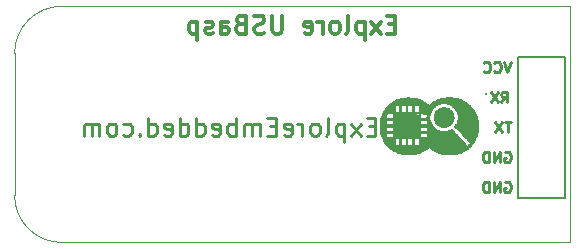
<source format=gbr>
G04 #@! TF.FileFunction,Legend,Bot*
%FSLAX46Y46*%
G04 Gerber Fmt 4.6, Leading zero omitted, Abs format (unit mm)*
G04 Created by KiCad (PCBNEW (2015-01-16 BZR 5376)-product) date 10/12/2015 10:35:16 AM*
%MOMM*%
G01*
G04 APERTURE LIST*
%ADD10C,0.100000*%
%ADD11C,0.300000*%
%ADD12C,0.254000*%
%ADD13C,0.222250*%
%ADD14C,0.150000*%
%ADD15C,0.010000*%
G04 APERTURE END LIST*
D10*
D11*
X138248571Y-87521143D02*
X137740571Y-87521143D01*
X137522857Y-88319429D02*
X138248571Y-88319429D01*
X138248571Y-86795429D01*
X137522857Y-86795429D01*
X137014857Y-88319429D02*
X136216571Y-87303429D01*
X137014857Y-87303429D02*
X136216571Y-88319429D01*
X135636000Y-87303429D02*
X135636000Y-88827429D01*
X135636000Y-87376000D02*
X135490857Y-87303429D01*
X135200571Y-87303429D01*
X135055428Y-87376000D01*
X134982857Y-87448571D01*
X134910286Y-87593714D01*
X134910286Y-88029143D01*
X134982857Y-88174286D01*
X135055428Y-88246857D01*
X135200571Y-88319429D01*
X135490857Y-88319429D01*
X135636000Y-88246857D01*
X134039429Y-88319429D02*
X134184571Y-88246857D01*
X134257143Y-88101714D01*
X134257143Y-86795429D01*
X133241143Y-88319429D02*
X133386285Y-88246857D01*
X133458857Y-88174286D01*
X133531428Y-88029143D01*
X133531428Y-87593714D01*
X133458857Y-87448571D01*
X133386285Y-87376000D01*
X133241143Y-87303429D01*
X133023428Y-87303429D01*
X132878285Y-87376000D01*
X132805714Y-87448571D01*
X132733143Y-87593714D01*
X132733143Y-88029143D01*
X132805714Y-88174286D01*
X132878285Y-88246857D01*
X133023428Y-88319429D01*
X133241143Y-88319429D01*
X132080000Y-88319429D02*
X132080000Y-87303429D01*
X132080000Y-87593714D02*
X132007428Y-87448571D01*
X131934857Y-87376000D01*
X131789714Y-87303429D01*
X131644571Y-87303429D01*
X130555999Y-88246857D02*
X130701142Y-88319429D01*
X130991428Y-88319429D01*
X131136571Y-88246857D01*
X131209142Y-88101714D01*
X131209142Y-87521143D01*
X131136571Y-87376000D01*
X130991428Y-87303429D01*
X130701142Y-87303429D01*
X130555999Y-87376000D01*
X130483428Y-87521143D01*
X130483428Y-87666286D01*
X131209142Y-87811429D01*
X128669142Y-86795429D02*
X128669142Y-88029143D01*
X128596570Y-88174286D01*
X128523999Y-88246857D01*
X128378856Y-88319429D01*
X128088570Y-88319429D01*
X127943428Y-88246857D01*
X127870856Y-88174286D01*
X127798285Y-88029143D01*
X127798285Y-86795429D01*
X127145142Y-88246857D02*
X126927428Y-88319429D01*
X126564571Y-88319429D01*
X126419428Y-88246857D01*
X126346857Y-88174286D01*
X126274285Y-88029143D01*
X126274285Y-87884000D01*
X126346857Y-87738857D01*
X126419428Y-87666286D01*
X126564571Y-87593714D01*
X126854857Y-87521143D01*
X126999999Y-87448571D01*
X127072571Y-87376000D01*
X127145142Y-87230857D01*
X127145142Y-87085714D01*
X127072571Y-86940571D01*
X126999999Y-86868000D01*
X126854857Y-86795429D01*
X126491999Y-86795429D01*
X126274285Y-86868000D01*
X125113142Y-87521143D02*
X124895428Y-87593714D01*
X124822856Y-87666286D01*
X124750285Y-87811429D01*
X124750285Y-88029143D01*
X124822856Y-88174286D01*
X124895428Y-88246857D01*
X125040570Y-88319429D01*
X125621142Y-88319429D01*
X125621142Y-86795429D01*
X125113142Y-86795429D01*
X124967999Y-86868000D01*
X124895428Y-86940571D01*
X124822856Y-87085714D01*
X124822856Y-87230857D01*
X124895428Y-87376000D01*
X124967999Y-87448571D01*
X125113142Y-87521143D01*
X125621142Y-87521143D01*
X123443999Y-88319429D02*
X123443999Y-87521143D01*
X123516570Y-87376000D01*
X123661713Y-87303429D01*
X123951999Y-87303429D01*
X124097142Y-87376000D01*
X123443999Y-88246857D02*
X123589142Y-88319429D01*
X123951999Y-88319429D01*
X124097142Y-88246857D01*
X124169713Y-88101714D01*
X124169713Y-87956571D01*
X124097142Y-87811429D01*
X123951999Y-87738857D01*
X123589142Y-87738857D01*
X123443999Y-87666286D01*
X122790856Y-88246857D02*
X122645713Y-88319429D01*
X122355428Y-88319429D01*
X122210285Y-88246857D01*
X122137713Y-88101714D01*
X122137713Y-88029143D01*
X122210285Y-87884000D01*
X122355428Y-87811429D01*
X122573142Y-87811429D01*
X122718285Y-87738857D01*
X122790856Y-87593714D01*
X122790856Y-87521143D01*
X122718285Y-87376000D01*
X122573142Y-87303429D01*
X122355428Y-87303429D01*
X122210285Y-87376000D01*
X121484571Y-87303429D02*
X121484571Y-88827429D01*
X121484571Y-87376000D02*
X121339428Y-87303429D01*
X121049142Y-87303429D01*
X120903999Y-87376000D01*
X120831428Y-87448571D01*
X120758857Y-87593714D01*
X120758857Y-88029143D01*
X120831428Y-88174286D01*
X120903999Y-88246857D01*
X121049142Y-88319429D01*
X121339428Y-88319429D01*
X121484571Y-88246857D01*
D12*
X136543143Y-96157143D02*
X136035143Y-96157143D01*
X135817429Y-96955429D02*
X136543143Y-96955429D01*
X136543143Y-95431429D01*
X135817429Y-95431429D01*
X135309429Y-96955429D02*
X134511143Y-95939429D01*
X135309429Y-95939429D02*
X134511143Y-96955429D01*
X133930572Y-95939429D02*
X133930572Y-97463429D01*
X133930572Y-96012000D02*
X133785429Y-95939429D01*
X133495143Y-95939429D01*
X133350000Y-96012000D01*
X133277429Y-96084571D01*
X133204858Y-96229714D01*
X133204858Y-96665143D01*
X133277429Y-96810286D01*
X133350000Y-96882857D01*
X133495143Y-96955429D01*
X133785429Y-96955429D01*
X133930572Y-96882857D01*
X132334001Y-96955429D02*
X132479143Y-96882857D01*
X132551715Y-96737714D01*
X132551715Y-95431429D01*
X131535715Y-96955429D02*
X131680857Y-96882857D01*
X131753429Y-96810286D01*
X131826000Y-96665143D01*
X131826000Y-96229714D01*
X131753429Y-96084571D01*
X131680857Y-96012000D01*
X131535715Y-95939429D01*
X131318000Y-95939429D01*
X131172857Y-96012000D01*
X131100286Y-96084571D01*
X131027715Y-96229714D01*
X131027715Y-96665143D01*
X131100286Y-96810286D01*
X131172857Y-96882857D01*
X131318000Y-96955429D01*
X131535715Y-96955429D01*
X130374572Y-96955429D02*
X130374572Y-95939429D01*
X130374572Y-96229714D02*
X130302000Y-96084571D01*
X130229429Y-96012000D01*
X130084286Y-95939429D01*
X129939143Y-95939429D01*
X128850571Y-96882857D02*
X128995714Y-96955429D01*
X129286000Y-96955429D01*
X129431143Y-96882857D01*
X129503714Y-96737714D01*
X129503714Y-96157143D01*
X129431143Y-96012000D01*
X129286000Y-95939429D01*
X128995714Y-95939429D01*
X128850571Y-96012000D01*
X128778000Y-96157143D01*
X128778000Y-96302286D01*
X129503714Y-96447429D01*
X128124857Y-96157143D02*
X127616857Y-96157143D01*
X127399143Y-96955429D02*
X128124857Y-96955429D01*
X128124857Y-95431429D01*
X127399143Y-95431429D01*
X126746000Y-96955429D02*
X126746000Y-95939429D01*
X126746000Y-96084571D02*
X126673428Y-96012000D01*
X126528286Y-95939429D01*
X126310571Y-95939429D01*
X126165428Y-96012000D01*
X126092857Y-96157143D01*
X126092857Y-96955429D01*
X126092857Y-96157143D02*
X126020286Y-96012000D01*
X125875143Y-95939429D01*
X125657428Y-95939429D01*
X125512286Y-96012000D01*
X125439714Y-96157143D01*
X125439714Y-96955429D01*
X124714000Y-96955429D02*
X124714000Y-95431429D01*
X124714000Y-96012000D02*
X124568857Y-95939429D01*
X124278571Y-95939429D01*
X124133428Y-96012000D01*
X124060857Y-96084571D01*
X123988286Y-96229714D01*
X123988286Y-96665143D01*
X124060857Y-96810286D01*
X124133428Y-96882857D01*
X124278571Y-96955429D01*
X124568857Y-96955429D01*
X124714000Y-96882857D01*
X122754571Y-96882857D02*
X122899714Y-96955429D01*
X123190000Y-96955429D01*
X123335143Y-96882857D01*
X123407714Y-96737714D01*
X123407714Y-96157143D01*
X123335143Y-96012000D01*
X123190000Y-95939429D01*
X122899714Y-95939429D01*
X122754571Y-96012000D01*
X122682000Y-96157143D01*
X122682000Y-96302286D01*
X123407714Y-96447429D01*
X121375714Y-96955429D02*
X121375714Y-95431429D01*
X121375714Y-96882857D02*
X121520857Y-96955429D01*
X121811143Y-96955429D01*
X121956285Y-96882857D01*
X122028857Y-96810286D01*
X122101428Y-96665143D01*
X122101428Y-96229714D01*
X122028857Y-96084571D01*
X121956285Y-96012000D01*
X121811143Y-95939429D01*
X121520857Y-95939429D01*
X121375714Y-96012000D01*
X119996857Y-96955429D02*
X119996857Y-95431429D01*
X119996857Y-96882857D02*
X120142000Y-96955429D01*
X120432286Y-96955429D01*
X120577428Y-96882857D01*
X120650000Y-96810286D01*
X120722571Y-96665143D01*
X120722571Y-96229714D01*
X120650000Y-96084571D01*
X120577428Y-96012000D01*
X120432286Y-95939429D01*
X120142000Y-95939429D01*
X119996857Y-96012000D01*
X118690571Y-96882857D02*
X118835714Y-96955429D01*
X119126000Y-96955429D01*
X119271143Y-96882857D01*
X119343714Y-96737714D01*
X119343714Y-96157143D01*
X119271143Y-96012000D01*
X119126000Y-95939429D01*
X118835714Y-95939429D01*
X118690571Y-96012000D01*
X118618000Y-96157143D01*
X118618000Y-96302286D01*
X119343714Y-96447429D01*
X117311714Y-96955429D02*
X117311714Y-95431429D01*
X117311714Y-96882857D02*
X117456857Y-96955429D01*
X117747143Y-96955429D01*
X117892285Y-96882857D01*
X117964857Y-96810286D01*
X118037428Y-96665143D01*
X118037428Y-96229714D01*
X117964857Y-96084571D01*
X117892285Y-96012000D01*
X117747143Y-95939429D01*
X117456857Y-95939429D01*
X117311714Y-96012000D01*
X116586000Y-96810286D02*
X116513428Y-96882857D01*
X116586000Y-96955429D01*
X116658571Y-96882857D01*
X116586000Y-96810286D01*
X116586000Y-96955429D01*
X115207143Y-96882857D02*
X115352286Y-96955429D01*
X115642572Y-96955429D01*
X115787714Y-96882857D01*
X115860286Y-96810286D01*
X115932857Y-96665143D01*
X115932857Y-96229714D01*
X115860286Y-96084571D01*
X115787714Y-96012000D01*
X115642572Y-95939429D01*
X115352286Y-95939429D01*
X115207143Y-96012000D01*
X114336286Y-96955429D02*
X114481428Y-96882857D01*
X114554000Y-96810286D01*
X114626571Y-96665143D01*
X114626571Y-96229714D01*
X114554000Y-96084571D01*
X114481428Y-96012000D01*
X114336286Y-95939429D01*
X114118571Y-95939429D01*
X113973428Y-96012000D01*
X113900857Y-96084571D01*
X113828286Y-96229714D01*
X113828286Y-96665143D01*
X113900857Y-96810286D01*
X113973428Y-96882857D01*
X114118571Y-96955429D01*
X114336286Y-96955429D01*
X113175143Y-96955429D02*
X113175143Y-95939429D01*
X113175143Y-96084571D02*
X113102571Y-96012000D01*
X112957429Y-95939429D01*
X112739714Y-95939429D01*
X112594571Y-96012000D01*
X112522000Y-96157143D01*
X112522000Y-96955429D01*
X112522000Y-96157143D02*
X112449429Y-96012000D01*
X112304286Y-95939429D01*
X112086571Y-95939429D01*
X111941429Y-96012000D01*
X111868857Y-96157143D01*
X111868857Y-96955429D01*
D10*
X110000000Y-86000000D02*
X153000000Y-86000000D01*
X106000000Y-90000000D02*
X106000000Y-102000000D01*
X110000000Y-106000000D02*
X153000000Y-106000000D01*
X106000000Y-102000000D02*
G75*
G03X110000000Y-106000000I4000000J0D01*
G01*
X110000000Y-86000000D02*
G75*
G03X106000000Y-90000000I0J-4000000D01*
G01*
D13*
X147214166Y-94128167D02*
X147510500Y-93704833D01*
X147722166Y-94128167D02*
X147722166Y-93239167D01*
X147383500Y-93239167D01*
X147298833Y-93281500D01*
X147256500Y-93323833D01*
X147214166Y-93408500D01*
X147214166Y-93535500D01*
X147256500Y-93620167D01*
X147298833Y-93662500D01*
X147383500Y-93704833D01*
X147722166Y-93704833D01*
X146917833Y-93239167D02*
X146325166Y-94128167D01*
X146325166Y-93239167D02*
X146917833Y-94128167D01*
X147489333Y-100901500D02*
X147573999Y-100859167D01*
X147700999Y-100859167D01*
X147827999Y-100901500D01*
X147912666Y-100986167D01*
X147954999Y-101070833D01*
X147997333Y-101240167D01*
X147997333Y-101367167D01*
X147954999Y-101536500D01*
X147912666Y-101621167D01*
X147827999Y-101705833D01*
X147700999Y-101748167D01*
X147616333Y-101748167D01*
X147489333Y-101705833D01*
X147446999Y-101663500D01*
X147446999Y-101367167D01*
X147616333Y-101367167D01*
X147065999Y-101748167D02*
X147065999Y-100859167D01*
X146557999Y-101748167D01*
X146557999Y-100859167D01*
X146134666Y-101748167D02*
X146134666Y-100859167D01*
X145923000Y-100859167D01*
X145796000Y-100901500D01*
X145711333Y-100986167D01*
X145669000Y-101070833D01*
X145626666Y-101240167D01*
X145626666Y-101367167D01*
X145669000Y-101536500D01*
X145711333Y-101621167D01*
X145796000Y-101705833D01*
X145923000Y-101748167D01*
X146134666Y-101748167D01*
X147489333Y-98361500D02*
X147573999Y-98319167D01*
X147700999Y-98319167D01*
X147827999Y-98361500D01*
X147912666Y-98446167D01*
X147954999Y-98530833D01*
X147997333Y-98700167D01*
X147997333Y-98827167D01*
X147954999Y-98996500D01*
X147912666Y-99081167D01*
X147827999Y-99165833D01*
X147700999Y-99208167D01*
X147616333Y-99208167D01*
X147489333Y-99165833D01*
X147446999Y-99123500D01*
X147446999Y-98827167D01*
X147616333Y-98827167D01*
X147065999Y-99208167D02*
X147065999Y-98319167D01*
X146557999Y-99208167D01*
X146557999Y-98319167D01*
X146134666Y-99208167D02*
X146134666Y-98319167D01*
X145923000Y-98319167D01*
X145796000Y-98361500D01*
X145711333Y-98446167D01*
X145669000Y-98530833D01*
X145626666Y-98700167D01*
X145626666Y-98827167D01*
X145669000Y-98996500D01*
X145711333Y-99081167D01*
X145796000Y-99165833D01*
X145923000Y-99208167D01*
X146134666Y-99208167D01*
X147997333Y-95779167D02*
X147489333Y-95779167D01*
X147743333Y-96668167D02*
X147743333Y-95779167D01*
X147277667Y-95779167D02*
X146685000Y-96668167D01*
X146685000Y-95779167D02*
X147277667Y-96668167D01*
X147997333Y-90699167D02*
X147701000Y-91588167D01*
X147404667Y-90699167D01*
X146600333Y-91503500D02*
X146642667Y-91545833D01*
X146769667Y-91588167D01*
X146854333Y-91588167D01*
X146981333Y-91545833D01*
X147066000Y-91461167D01*
X147108333Y-91376500D01*
X147150667Y-91207167D01*
X147150667Y-91080167D01*
X147108333Y-90910833D01*
X147066000Y-90826167D01*
X146981333Y-90741500D01*
X146854333Y-90699167D01*
X146769667Y-90699167D01*
X146642667Y-90741500D01*
X146600333Y-90783833D01*
X145711333Y-91503500D02*
X145753667Y-91545833D01*
X145880667Y-91588167D01*
X145965333Y-91588167D01*
X146092333Y-91545833D01*
X146177000Y-91461167D01*
X146219333Y-91376500D01*
X146261667Y-91207167D01*
X146261667Y-91080167D01*
X146219333Y-90910833D01*
X146177000Y-90826167D01*
X146092333Y-90741500D01*
X145965333Y-90699167D01*
X145880667Y-90699167D01*
X145753667Y-90741500D01*
X145711333Y-90783833D01*
D10*
X153000000Y-106000000D02*
X153000000Y-86000000D01*
D14*
X148622000Y-90266000D02*
X152622000Y-90266000D01*
X152622000Y-90266000D02*
X152622000Y-102266000D01*
X152622000Y-102266000D02*
X148622000Y-102266000D01*
X148622000Y-102266000D02*
X148622000Y-90266000D01*
D15*
G36*
X145923000Y-93345000D02*
X145873000Y-93345000D01*
X145873000Y-93395000D01*
X145923000Y-93395000D01*
X145923000Y-93345000D01*
X145923000Y-93345000D01*
G37*
X145923000Y-93345000D02*
X145873000Y-93345000D01*
X145873000Y-93395000D01*
X145923000Y-93395000D01*
X145923000Y-93345000D01*
G36*
X145923000Y-93395000D02*
X145873000Y-93395000D01*
X145873000Y-93445000D01*
X145923000Y-93445000D01*
X145923000Y-93395000D01*
X145923000Y-93395000D01*
G37*
X145923000Y-93395000D02*
X145873000Y-93395000D01*
X145873000Y-93445000D01*
X145923000Y-93445000D01*
X145923000Y-93395000D01*
G36*
X143023000Y-93695000D02*
X142973000Y-93695000D01*
X142973000Y-93745000D01*
X143023000Y-93745000D01*
X143023000Y-93695000D01*
X143023000Y-93695000D01*
G37*
X143023000Y-93695000D02*
X142973000Y-93695000D01*
X142973000Y-93745000D01*
X143023000Y-93745000D01*
X143023000Y-93695000D01*
G36*
X142973000Y-93695000D02*
X142923000Y-93695000D01*
X142923000Y-93745000D01*
X142973000Y-93745000D01*
X142973000Y-93695000D01*
X142973000Y-93695000D01*
G37*
X142973000Y-93695000D02*
X142923000Y-93695000D01*
X142923000Y-93745000D01*
X142973000Y-93745000D01*
X142973000Y-93695000D01*
G36*
X142923000Y-93695000D02*
X142873000Y-93695000D01*
X142873000Y-93745000D01*
X142923000Y-93745000D01*
X142923000Y-93695000D01*
X142923000Y-93695000D01*
G37*
X142923000Y-93695000D02*
X142873000Y-93695000D01*
X142873000Y-93745000D01*
X142923000Y-93745000D01*
X142923000Y-93695000D01*
G36*
X142873000Y-93695000D02*
X142823000Y-93695000D01*
X142823000Y-93745000D01*
X142873000Y-93745000D01*
X142873000Y-93695000D01*
X142873000Y-93695000D01*
G37*
X142873000Y-93695000D02*
X142823000Y-93695000D01*
X142823000Y-93745000D01*
X142873000Y-93745000D01*
X142873000Y-93695000D01*
G36*
X142823000Y-93695000D02*
X142773000Y-93695000D01*
X142773000Y-93745000D01*
X142823000Y-93745000D01*
X142823000Y-93695000D01*
X142823000Y-93695000D01*
G37*
X142823000Y-93695000D02*
X142773000Y-93695000D01*
X142773000Y-93745000D01*
X142823000Y-93745000D01*
X142823000Y-93695000D01*
G36*
X142773000Y-93695000D02*
X142723000Y-93695000D01*
X142723000Y-93745000D01*
X142773000Y-93745000D01*
X142773000Y-93695000D01*
X142773000Y-93695000D01*
G37*
X142773000Y-93695000D02*
X142723000Y-93695000D01*
X142723000Y-93745000D01*
X142773000Y-93745000D01*
X142773000Y-93695000D01*
G36*
X142723000Y-93695000D02*
X142673000Y-93695000D01*
X142673000Y-93745000D01*
X142723000Y-93745000D01*
X142723000Y-93695000D01*
X142723000Y-93695000D01*
G37*
X142723000Y-93695000D02*
X142673000Y-93695000D01*
X142673000Y-93745000D01*
X142723000Y-93745000D01*
X142723000Y-93695000D01*
G36*
X142673000Y-93695000D02*
X142623000Y-93695000D01*
X142623000Y-93745000D01*
X142673000Y-93745000D01*
X142673000Y-93695000D01*
X142673000Y-93695000D01*
G37*
X142673000Y-93695000D02*
X142623000Y-93695000D01*
X142623000Y-93745000D01*
X142673000Y-93745000D01*
X142673000Y-93695000D01*
G36*
X142623000Y-93695000D02*
X142573000Y-93695000D01*
X142573000Y-93745000D01*
X142623000Y-93745000D01*
X142623000Y-93695000D01*
X142623000Y-93695000D01*
G37*
X142623000Y-93695000D02*
X142573000Y-93695000D01*
X142573000Y-93745000D01*
X142623000Y-93745000D01*
X142623000Y-93695000D01*
G36*
X139423000Y-93695000D02*
X139373000Y-93695000D01*
X139373000Y-93745000D01*
X139423000Y-93745000D01*
X139423000Y-93695000D01*
X139423000Y-93695000D01*
G37*
X139423000Y-93695000D02*
X139373000Y-93695000D01*
X139373000Y-93745000D01*
X139423000Y-93745000D01*
X139423000Y-93695000D01*
G36*
X139373000Y-93695000D02*
X139323000Y-93695000D01*
X139323000Y-93745000D01*
X139373000Y-93745000D01*
X139373000Y-93695000D01*
X139373000Y-93695000D01*
G37*
X139373000Y-93695000D02*
X139323000Y-93695000D01*
X139323000Y-93745000D01*
X139373000Y-93745000D01*
X139373000Y-93695000D01*
G36*
X139323000Y-93695000D02*
X139273000Y-93695000D01*
X139273000Y-93745000D01*
X139323000Y-93745000D01*
X139323000Y-93695000D01*
X139323000Y-93695000D01*
G37*
X139323000Y-93695000D02*
X139273000Y-93695000D01*
X139273000Y-93745000D01*
X139323000Y-93745000D01*
X139323000Y-93695000D01*
G36*
X143373000Y-93745000D02*
X143323000Y-93745000D01*
X143323000Y-93795000D01*
X143373000Y-93795000D01*
X143373000Y-93745000D01*
X143373000Y-93745000D01*
G37*
X143373000Y-93745000D02*
X143323000Y-93745000D01*
X143323000Y-93795000D01*
X143373000Y-93795000D01*
X143373000Y-93745000D01*
G36*
X143323000Y-93745000D02*
X143273000Y-93745000D01*
X143273000Y-93795000D01*
X143323000Y-93795000D01*
X143323000Y-93745000D01*
X143323000Y-93745000D01*
G37*
X143323000Y-93745000D02*
X143273000Y-93745000D01*
X143273000Y-93795000D01*
X143323000Y-93795000D01*
X143323000Y-93745000D01*
G36*
X143273000Y-93745000D02*
X143223000Y-93745000D01*
X143223000Y-93795000D01*
X143273000Y-93795000D01*
X143273000Y-93745000D01*
X143273000Y-93745000D01*
G37*
X143273000Y-93745000D02*
X143223000Y-93745000D01*
X143223000Y-93795000D01*
X143273000Y-93795000D01*
X143273000Y-93745000D01*
G36*
X143223000Y-93745000D02*
X143173000Y-93745000D01*
X143173000Y-93795000D01*
X143223000Y-93795000D01*
X143223000Y-93745000D01*
X143223000Y-93745000D01*
G37*
X143223000Y-93745000D02*
X143173000Y-93745000D01*
X143173000Y-93795000D01*
X143223000Y-93795000D01*
X143223000Y-93745000D01*
G36*
X143173000Y-93745000D02*
X143123000Y-93745000D01*
X143123000Y-93795000D01*
X143173000Y-93795000D01*
X143173000Y-93745000D01*
X143173000Y-93745000D01*
G37*
X143173000Y-93745000D02*
X143123000Y-93745000D01*
X143123000Y-93795000D01*
X143173000Y-93795000D01*
X143173000Y-93745000D01*
G36*
X143123000Y-93745000D02*
X143073000Y-93745000D01*
X143073000Y-93795000D01*
X143123000Y-93795000D01*
X143123000Y-93745000D01*
X143123000Y-93745000D01*
G37*
X143123000Y-93745000D02*
X143073000Y-93745000D01*
X143073000Y-93795000D01*
X143123000Y-93795000D01*
X143123000Y-93745000D01*
G36*
X143073000Y-93745000D02*
X143023000Y-93745000D01*
X143023000Y-93795000D01*
X143073000Y-93795000D01*
X143073000Y-93745000D01*
X143073000Y-93745000D01*
G37*
X143073000Y-93745000D02*
X143023000Y-93745000D01*
X143023000Y-93795000D01*
X143073000Y-93795000D01*
X143073000Y-93745000D01*
G36*
X143023000Y-93745000D02*
X142973000Y-93745000D01*
X142973000Y-93795000D01*
X143023000Y-93795000D01*
X143023000Y-93745000D01*
X143023000Y-93745000D01*
G37*
X143023000Y-93745000D02*
X142973000Y-93745000D01*
X142973000Y-93795000D01*
X143023000Y-93795000D01*
X143023000Y-93745000D01*
G36*
X142973000Y-93745000D02*
X142923000Y-93745000D01*
X142923000Y-93795000D01*
X142973000Y-93795000D01*
X142973000Y-93745000D01*
X142973000Y-93745000D01*
G37*
X142973000Y-93745000D02*
X142923000Y-93745000D01*
X142923000Y-93795000D01*
X142973000Y-93795000D01*
X142973000Y-93745000D01*
G36*
X142923000Y-93745000D02*
X142873000Y-93745000D01*
X142873000Y-93795000D01*
X142923000Y-93795000D01*
X142923000Y-93745000D01*
X142923000Y-93745000D01*
G37*
X142923000Y-93745000D02*
X142873000Y-93745000D01*
X142873000Y-93795000D01*
X142923000Y-93795000D01*
X142923000Y-93745000D01*
G36*
X142873000Y-93745000D02*
X142823000Y-93745000D01*
X142823000Y-93795000D01*
X142873000Y-93795000D01*
X142873000Y-93745000D01*
X142873000Y-93745000D01*
G37*
X142873000Y-93745000D02*
X142823000Y-93745000D01*
X142823000Y-93795000D01*
X142873000Y-93795000D01*
X142873000Y-93745000D01*
G36*
X142823000Y-93745000D02*
X142773000Y-93745000D01*
X142773000Y-93795000D01*
X142823000Y-93795000D01*
X142823000Y-93745000D01*
X142823000Y-93745000D01*
G37*
X142823000Y-93745000D02*
X142773000Y-93745000D01*
X142773000Y-93795000D01*
X142823000Y-93795000D01*
X142823000Y-93745000D01*
G36*
X142773000Y-93745000D02*
X142723000Y-93745000D01*
X142723000Y-93795000D01*
X142773000Y-93795000D01*
X142773000Y-93745000D01*
X142773000Y-93745000D01*
G37*
X142773000Y-93745000D02*
X142723000Y-93745000D01*
X142723000Y-93795000D01*
X142773000Y-93795000D01*
X142773000Y-93745000D01*
G36*
X142723000Y-93745000D02*
X142673000Y-93745000D01*
X142673000Y-93795000D01*
X142723000Y-93795000D01*
X142723000Y-93745000D01*
X142723000Y-93745000D01*
G37*
X142723000Y-93745000D02*
X142673000Y-93745000D01*
X142673000Y-93795000D01*
X142723000Y-93795000D01*
X142723000Y-93745000D01*
G36*
X142673000Y-93745000D02*
X142623000Y-93745000D01*
X142623000Y-93795000D01*
X142673000Y-93795000D01*
X142673000Y-93745000D01*
X142673000Y-93745000D01*
G37*
X142673000Y-93745000D02*
X142623000Y-93745000D01*
X142623000Y-93795000D01*
X142673000Y-93795000D01*
X142673000Y-93745000D01*
G36*
X142623000Y-93745000D02*
X142573000Y-93745000D01*
X142573000Y-93795000D01*
X142623000Y-93795000D01*
X142623000Y-93745000D01*
X142623000Y-93745000D01*
G37*
X142623000Y-93745000D02*
X142573000Y-93745000D01*
X142573000Y-93795000D01*
X142623000Y-93795000D01*
X142623000Y-93745000D01*
G36*
X142573000Y-93745000D02*
X142523000Y-93745000D01*
X142523000Y-93795000D01*
X142573000Y-93795000D01*
X142573000Y-93745000D01*
X142573000Y-93745000D01*
G37*
X142573000Y-93745000D02*
X142523000Y-93745000D01*
X142523000Y-93795000D01*
X142573000Y-93795000D01*
X142573000Y-93745000D01*
G36*
X142523000Y-93745000D02*
X142473000Y-93745000D01*
X142473000Y-93795000D01*
X142523000Y-93795000D01*
X142523000Y-93745000D01*
X142523000Y-93745000D01*
G37*
X142523000Y-93745000D02*
X142473000Y-93745000D01*
X142473000Y-93795000D01*
X142523000Y-93795000D01*
X142523000Y-93745000D01*
G36*
X142473000Y-93745000D02*
X142423000Y-93745000D01*
X142423000Y-93795000D01*
X142473000Y-93795000D01*
X142473000Y-93745000D01*
X142473000Y-93745000D01*
G37*
X142473000Y-93745000D02*
X142423000Y-93745000D01*
X142423000Y-93795000D01*
X142473000Y-93795000D01*
X142473000Y-93745000D01*
G36*
X142423000Y-93745000D02*
X142373000Y-93745000D01*
X142373000Y-93795000D01*
X142423000Y-93795000D01*
X142423000Y-93745000D01*
X142423000Y-93745000D01*
G37*
X142423000Y-93745000D02*
X142373000Y-93745000D01*
X142373000Y-93795000D01*
X142423000Y-93795000D01*
X142423000Y-93745000D01*
G36*
X142373000Y-93745000D02*
X142323000Y-93745000D01*
X142323000Y-93795000D01*
X142373000Y-93795000D01*
X142373000Y-93745000D01*
X142373000Y-93745000D01*
G37*
X142373000Y-93745000D02*
X142323000Y-93745000D01*
X142323000Y-93795000D01*
X142373000Y-93795000D01*
X142373000Y-93745000D01*
G36*
X142323000Y-93745000D02*
X142273000Y-93745000D01*
X142273000Y-93795000D01*
X142323000Y-93795000D01*
X142323000Y-93745000D01*
X142323000Y-93745000D01*
G37*
X142323000Y-93745000D02*
X142273000Y-93745000D01*
X142273000Y-93795000D01*
X142323000Y-93795000D01*
X142323000Y-93745000D01*
G36*
X142273000Y-93745000D02*
X142223000Y-93745000D01*
X142223000Y-93795000D01*
X142273000Y-93795000D01*
X142273000Y-93745000D01*
X142273000Y-93745000D01*
G37*
X142273000Y-93745000D02*
X142223000Y-93745000D01*
X142223000Y-93795000D01*
X142273000Y-93795000D01*
X142273000Y-93745000D01*
G36*
X139873000Y-93745000D02*
X139823000Y-93745000D01*
X139823000Y-93795000D01*
X139873000Y-93795000D01*
X139873000Y-93745000D01*
X139873000Y-93745000D01*
G37*
X139873000Y-93745000D02*
X139823000Y-93745000D01*
X139823000Y-93795000D01*
X139873000Y-93795000D01*
X139873000Y-93745000D01*
G36*
X139823000Y-93745000D02*
X139773000Y-93745000D01*
X139773000Y-93795000D01*
X139823000Y-93795000D01*
X139823000Y-93745000D01*
X139823000Y-93745000D01*
G37*
X139823000Y-93745000D02*
X139773000Y-93745000D01*
X139773000Y-93795000D01*
X139823000Y-93795000D01*
X139823000Y-93745000D01*
G36*
X139773000Y-93745000D02*
X139723000Y-93745000D01*
X139723000Y-93795000D01*
X139773000Y-93795000D01*
X139773000Y-93745000D01*
X139773000Y-93745000D01*
G37*
X139773000Y-93745000D02*
X139723000Y-93745000D01*
X139723000Y-93795000D01*
X139773000Y-93795000D01*
X139773000Y-93745000D01*
G36*
X139723000Y-93745000D02*
X139673000Y-93745000D01*
X139673000Y-93795000D01*
X139723000Y-93795000D01*
X139723000Y-93745000D01*
X139723000Y-93745000D01*
G37*
X139723000Y-93745000D02*
X139673000Y-93745000D01*
X139673000Y-93795000D01*
X139723000Y-93795000D01*
X139723000Y-93745000D01*
G36*
X139673000Y-93745000D02*
X139623000Y-93745000D01*
X139623000Y-93795000D01*
X139673000Y-93795000D01*
X139673000Y-93745000D01*
X139673000Y-93745000D01*
G37*
X139673000Y-93745000D02*
X139623000Y-93745000D01*
X139623000Y-93795000D01*
X139673000Y-93795000D01*
X139673000Y-93745000D01*
G36*
X139623000Y-93745000D02*
X139573000Y-93745000D01*
X139573000Y-93795000D01*
X139623000Y-93795000D01*
X139623000Y-93745000D01*
X139623000Y-93745000D01*
G37*
X139623000Y-93745000D02*
X139573000Y-93745000D01*
X139573000Y-93795000D01*
X139623000Y-93795000D01*
X139623000Y-93745000D01*
G36*
X139573000Y-93745000D02*
X139523000Y-93745000D01*
X139523000Y-93795000D01*
X139573000Y-93795000D01*
X139573000Y-93745000D01*
X139573000Y-93745000D01*
G37*
X139573000Y-93745000D02*
X139523000Y-93745000D01*
X139523000Y-93795000D01*
X139573000Y-93795000D01*
X139573000Y-93745000D01*
G36*
X139523000Y-93745000D02*
X139473000Y-93745000D01*
X139473000Y-93795000D01*
X139523000Y-93795000D01*
X139523000Y-93745000D01*
X139523000Y-93745000D01*
G37*
X139523000Y-93745000D02*
X139473000Y-93745000D01*
X139473000Y-93795000D01*
X139523000Y-93795000D01*
X139523000Y-93745000D01*
G36*
X139473000Y-93745000D02*
X139423000Y-93745000D01*
X139423000Y-93795000D01*
X139473000Y-93795000D01*
X139473000Y-93745000D01*
X139473000Y-93745000D01*
G37*
X139473000Y-93745000D02*
X139423000Y-93745000D01*
X139423000Y-93795000D01*
X139473000Y-93795000D01*
X139473000Y-93745000D01*
G36*
X139423000Y-93745000D02*
X139373000Y-93745000D01*
X139373000Y-93795000D01*
X139423000Y-93795000D01*
X139423000Y-93745000D01*
X139423000Y-93745000D01*
G37*
X139423000Y-93745000D02*
X139373000Y-93745000D01*
X139373000Y-93795000D01*
X139423000Y-93795000D01*
X139423000Y-93745000D01*
G36*
X139373000Y-93745000D02*
X139323000Y-93745000D01*
X139323000Y-93795000D01*
X139373000Y-93795000D01*
X139373000Y-93745000D01*
X139373000Y-93745000D01*
G37*
X139373000Y-93745000D02*
X139323000Y-93745000D01*
X139323000Y-93795000D01*
X139373000Y-93795000D01*
X139373000Y-93745000D01*
G36*
X139323000Y-93745000D02*
X139273000Y-93745000D01*
X139273000Y-93795000D01*
X139323000Y-93795000D01*
X139323000Y-93745000D01*
X139323000Y-93745000D01*
G37*
X139323000Y-93745000D02*
X139273000Y-93745000D01*
X139273000Y-93795000D01*
X139323000Y-93795000D01*
X139323000Y-93745000D01*
G36*
X139273000Y-93745000D02*
X139223000Y-93745000D01*
X139223000Y-93795000D01*
X139273000Y-93795000D01*
X139273000Y-93745000D01*
X139273000Y-93745000D01*
G37*
X139273000Y-93745000D02*
X139223000Y-93745000D01*
X139223000Y-93795000D01*
X139273000Y-93795000D01*
X139273000Y-93745000D01*
G36*
X139223000Y-93745000D02*
X139173000Y-93745000D01*
X139173000Y-93795000D01*
X139223000Y-93795000D01*
X139223000Y-93745000D01*
X139223000Y-93745000D01*
G37*
X139223000Y-93745000D02*
X139173000Y-93745000D01*
X139173000Y-93795000D01*
X139223000Y-93795000D01*
X139223000Y-93745000D01*
G36*
X139173000Y-93745000D02*
X139123000Y-93745000D01*
X139123000Y-93795000D01*
X139173000Y-93795000D01*
X139173000Y-93745000D01*
X139173000Y-93745000D01*
G37*
X139173000Y-93745000D02*
X139123000Y-93745000D01*
X139123000Y-93795000D01*
X139173000Y-93795000D01*
X139173000Y-93745000D01*
G36*
X139123000Y-93745000D02*
X139073000Y-93745000D01*
X139073000Y-93795000D01*
X139123000Y-93795000D01*
X139123000Y-93745000D01*
X139123000Y-93745000D01*
G37*
X139123000Y-93745000D02*
X139073000Y-93745000D01*
X139073000Y-93795000D01*
X139123000Y-93795000D01*
X139123000Y-93745000D01*
G36*
X139073000Y-93745000D02*
X139023000Y-93745000D01*
X139023000Y-93795000D01*
X139073000Y-93795000D01*
X139073000Y-93745000D01*
X139073000Y-93745000D01*
G37*
X139073000Y-93745000D02*
X139023000Y-93745000D01*
X139023000Y-93795000D01*
X139073000Y-93795000D01*
X139073000Y-93745000D01*
G36*
X139023000Y-93745000D02*
X138973000Y-93745000D01*
X138973000Y-93795000D01*
X139023000Y-93795000D01*
X139023000Y-93745000D01*
X139023000Y-93745000D01*
G37*
X139023000Y-93745000D02*
X138973000Y-93745000D01*
X138973000Y-93795000D01*
X139023000Y-93795000D01*
X139023000Y-93745000D01*
G36*
X138973000Y-93745000D02*
X138923000Y-93745000D01*
X138923000Y-93795000D01*
X138973000Y-93795000D01*
X138973000Y-93745000D01*
X138973000Y-93745000D01*
G37*
X138973000Y-93745000D02*
X138923000Y-93745000D01*
X138923000Y-93795000D01*
X138973000Y-93795000D01*
X138973000Y-93745000D01*
G36*
X138923000Y-93745000D02*
X138873000Y-93745000D01*
X138873000Y-93795000D01*
X138923000Y-93795000D01*
X138923000Y-93745000D01*
X138923000Y-93745000D01*
G37*
X138923000Y-93745000D02*
X138873000Y-93745000D01*
X138873000Y-93795000D01*
X138923000Y-93795000D01*
X138923000Y-93745000D01*
G36*
X138873000Y-93745000D02*
X138823000Y-93745000D01*
X138823000Y-93795000D01*
X138873000Y-93795000D01*
X138873000Y-93745000D01*
X138873000Y-93745000D01*
G37*
X138873000Y-93745000D02*
X138823000Y-93745000D01*
X138823000Y-93795000D01*
X138873000Y-93795000D01*
X138873000Y-93745000D01*
G36*
X143523000Y-93795000D02*
X143473000Y-93795000D01*
X143473000Y-93845000D01*
X143523000Y-93845000D01*
X143523000Y-93795000D01*
X143523000Y-93795000D01*
G37*
X143523000Y-93795000D02*
X143473000Y-93795000D01*
X143473000Y-93845000D01*
X143523000Y-93845000D01*
X143523000Y-93795000D01*
G36*
X143473000Y-93795000D02*
X143423000Y-93795000D01*
X143423000Y-93845000D01*
X143473000Y-93845000D01*
X143473000Y-93795000D01*
X143473000Y-93795000D01*
G37*
X143473000Y-93795000D02*
X143423000Y-93795000D01*
X143423000Y-93845000D01*
X143473000Y-93845000D01*
X143473000Y-93795000D01*
G36*
X143423000Y-93795000D02*
X143373000Y-93795000D01*
X143373000Y-93845000D01*
X143423000Y-93845000D01*
X143423000Y-93795000D01*
X143423000Y-93795000D01*
G37*
X143423000Y-93795000D02*
X143373000Y-93795000D01*
X143373000Y-93845000D01*
X143423000Y-93845000D01*
X143423000Y-93795000D01*
G36*
X143373000Y-93795000D02*
X143323000Y-93795000D01*
X143323000Y-93845000D01*
X143373000Y-93845000D01*
X143373000Y-93795000D01*
X143373000Y-93795000D01*
G37*
X143373000Y-93795000D02*
X143323000Y-93795000D01*
X143323000Y-93845000D01*
X143373000Y-93845000D01*
X143373000Y-93795000D01*
G36*
X143323000Y-93795000D02*
X143273000Y-93795000D01*
X143273000Y-93845000D01*
X143323000Y-93845000D01*
X143323000Y-93795000D01*
X143323000Y-93795000D01*
G37*
X143323000Y-93795000D02*
X143273000Y-93795000D01*
X143273000Y-93845000D01*
X143323000Y-93845000D01*
X143323000Y-93795000D01*
G36*
X143273000Y-93795000D02*
X143223000Y-93795000D01*
X143223000Y-93845000D01*
X143273000Y-93845000D01*
X143273000Y-93795000D01*
X143273000Y-93795000D01*
G37*
X143273000Y-93795000D02*
X143223000Y-93795000D01*
X143223000Y-93845000D01*
X143273000Y-93845000D01*
X143273000Y-93795000D01*
G36*
X143223000Y-93795000D02*
X143173000Y-93795000D01*
X143173000Y-93845000D01*
X143223000Y-93845000D01*
X143223000Y-93795000D01*
X143223000Y-93795000D01*
G37*
X143223000Y-93795000D02*
X143173000Y-93795000D01*
X143173000Y-93845000D01*
X143223000Y-93845000D01*
X143223000Y-93795000D01*
G36*
X143173000Y-93795000D02*
X143123000Y-93795000D01*
X143123000Y-93845000D01*
X143173000Y-93845000D01*
X143173000Y-93795000D01*
X143173000Y-93795000D01*
G37*
X143173000Y-93795000D02*
X143123000Y-93795000D01*
X143123000Y-93845000D01*
X143173000Y-93845000D01*
X143173000Y-93795000D01*
G36*
X143123000Y-93795000D02*
X143073000Y-93795000D01*
X143073000Y-93845000D01*
X143123000Y-93845000D01*
X143123000Y-93795000D01*
X143123000Y-93795000D01*
G37*
X143123000Y-93795000D02*
X143073000Y-93795000D01*
X143073000Y-93845000D01*
X143123000Y-93845000D01*
X143123000Y-93795000D01*
G36*
X143073000Y-93795000D02*
X143023000Y-93795000D01*
X143023000Y-93845000D01*
X143073000Y-93845000D01*
X143073000Y-93795000D01*
X143073000Y-93795000D01*
G37*
X143073000Y-93795000D02*
X143023000Y-93795000D01*
X143023000Y-93845000D01*
X143073000Y-93845000D01*
X143073000Y-93795000D01*
G36*
X143023000Y-93795000D02*
X142973000Y-93795000D01*
X142973000Y-93845000D01*
X143023000Y-93845000D01*
X143023000Y-93795000D01*
X143023000Y-93795000D01*
G37*
X143023000Y-93795000D02*
X142973000Y-93795000D01*
X142973000Y-93845000D01*
X143023000Y-93845000D01*
X143023000Y-93795000D01*
G36*
X142973000Y-93795000D02*
X142923000Y-93795000D01*
X142923000Y-93845000D01*
X142973000Y-93845000D01*
X142973000Y-93795000D01*
X142973000Y-93795000D01*
G37*
X142973000Y-93795000D02*
X142923000Y-93795000D01*
X142923000Y-93845000D01*
X142973000Y-93845000D01*
X142973000Y-93795000D01*
G36*
X142923000Y-93795000D02*
X142873000Y-93795000D01*
X142873000Y-93845000D01*
X142923000Y-93845000D01*
X142923000Y-93795000D01*
X142923000Y-93795000D01*
G37*
X142923000Y-93795000D02*
X142873000Y-93795000D01*
X142873000Y-93845000D01*
X142923000Y-93845000D01*
X142923000Y-93795000D01*
G36*
X142873000Y-93795000D02*
X142823000Y-93795000D01*
X142823000Y-93845000D01*
X142873000Y-93845000D01*
X142873000Y-93795000D01*
X142873000Y-93795000D01*
G37*
X142873000Y-93795000D02*
X142823000Y-93795000D01*
X142823000Y-93845000D01*
X142873000Y-93845000D01*
X142873000Y-93795000D01*
G36*
X142823000Y-93795000D02*
X142773000Y-93795000D01*
X142773000Y-93845000D01*
X142823000Y-93845000D01*
X142823000Y-93795000D01*
X142823000Y-93795000D01*
G37*
X142823000Y-93795000D02*
X142773000Y-93795000D01*
X142773000Y-93845000D01*
X142823000Y-93845000D01*
X142823000Y-93795000D01*
G36*
X142773000Y-93795000D02*
X142723000Y-93795000D01*
X142723000Y-93845000D01*
X142773000Y-93845000D01*
X142773000Y-93795000D01*
X142773000Y-93795000D01*
G37*
X142773000Y-93795000D02*
X142723000Y-93795000D01*
X142723000Y-93845000D01*
X142773000Y-93845000D01*
X142773000Y-93795000D01*
G36*
X142723000Y-93795000D02*
X142673000Y-93795000D01*
X142673000Y-93845000D01*
X142723000Y-93845000D01*
X142723000Y-93795000D01*
X142723000Y-93795000D01*
G37*
X142723000Y-93795000D02*
X142673000Y-93795000D01*
X142673000Y-93845000D01*
X142723000Y-93845000D01*
X142723000Y-93795000D01*
G36*
X142673000Y-93795000D02*
X142623000Y-93795000D01*
X142623000Y-93845000D01*
X142673000Y-93845000D01*
X142673000Y-93795000D01*
X142673000Y-93795000D01*
G37*
X142673000Y-93795000D02*
X142623000Y-93795000D01*
X142623000Y-93845000D01*
X142673000Y-93845000D01*
X142673000Y-93795000D01*
G36*
X142623000Y-93795000D02*
X142573000Y-93795000D01*
X142573000Y-93845000D01*
X142623000Y-93845000D01*
X142623000Y-93795000D01*
X142623000Y-93795000D01*
G37*
X142623000Y-93795000D02*
X142573000Y-93795000D01*
X142573000Y-93845000D01*
X142623000Y-93845000D01*
X142623000Y-93795000D01*
G36*
X142573000Y-93795000D02*
X142523000Y-93795000D01*
X142523000Y-93845000D01*
X142573000Y-93845000D01*
X142573000Y-93795000D01*
X142573000Y-93795000D01*
G37*
X142573000Y-93795000D02*
X142523000Y-93795000D01*
X142523000Y-93845000D01*
X142573000Y-93845000D01*
X142573000Y-93795000D01*
G36*
X142523000Y-93795000D02*
X142473000Y-93795000D01*
X142473000Y-93845000D01*
X142523000Y-93845000D01*
X142523000Y-93795000D01*
X142523000Y-93795000D01*
G37*
X142523000Y-93795000D02*
X142473000Y-93795000D01*
X142473000Y-93845000D01*
X142523000Y-93845000D01*
X142523000Y-93795000D01*
G36*
X142473000Y-93795000D02*
X142423000Y-93795000D01*
X142423000Y-93845000D01*
X142473000Y-93845000D01*
X142473000Y-93795000D01*
X142473000Y-93795000D01*
G37*
X142473000Y-93795000D02*
X142423000Y-93795000D01*
X142423000Y-93845000D01*
X142473000Y-93845000D01*
X142473000Y-93795000D01*
G36*
X142423000Y-93795000D02*
X142373000Y-93795000D01*
X142373000Y-93845000D01*
X142423000Y-93845000D01*
X142423000Y-93795000D01*
X142423000Y-93795000D01*
G37*
X142423000Y-93795000D02*
X142373000Y-93795000D01*
X142373000Y-93845000D01*
X142423000Y-93845000D01*
X142423000Y-93795000D01*
G36*
X142373000Y-93795000D02*
X142323000Y-93795000D01*
X142323000Y-93845000D01*
X142373000Y-93845000D01*
X142373000Y-93795000D01*
X142373000Y-93795000D01*
G37*
X142373000Y-93795000D02*
X142323000Y-93795000D01*
X142323000Y-93845000D01*
X142373000Y-93845000D01*
X142373000Y-93795000D01*
G36*
X142323000Y-93795000D02*
X142273000Y-93795000D01*
X142273000Y-93845000D01*
X142323000Y-93845000D01*
X142323000Y-93795000D01*
X142323000Y-93795000D01*
G37*
X142323000Y-93795000D02*
X142273000Y-93795000D01*
X142273000Y-93845000D01*
X142323000Y-93845000D01*
X142323000Y-93795000D01*
G36*
X142273000Y-93795000D02*
X142223000Y-93795000D01*
X142223000Y-93845000D01*
X142273000Y-93845000D01*
X142273000Y-93795000D01*
X142273000Y-93795000D01*
G37*
X142273000Y-93795000D02*
X142223000Y-93795000D01*
X142223000Y-93845000D01*
X142273000Y-93845000D01*
X142273000Y-93795000D01*
G36*
X142223000Y-93795000D02*
X142173000Y-93795000D01*
X142173000Y-93845000D01*
X142223000Y-93845000D01*
X142223000Y-93795000D01*
X142223000Y-93795000D01*
G37*
X142223000Y-93795000D02*
X142173000Y-93795000D01*
X142173000Y-93845000D01*
X142223000Y-93845000D01*
X142223000Y-93795000D01*
G36*
X142173000Y-93795000D02*
X142123000Y-93795000D01*
X142123000Y-93845000D01*
X142173000Y-93845000D01*
X142173000Y-93795000D01*
X142173000Y-93795000D01*
G37*
X142173000Y-93795000D02*
X142123000Y-93795000D01*
X142123000Y-93845000D01*
X142173000Y-93845000D01*
X142173000Y-93795000D01*
G36*
X142123000Y-93795000D02*
X142073000Y-93795000D01*
X142073000Y-93845000D01*
X142123000Y-93845000D01*
X142123000Y-93795000D01*
X142123000Y-93795000D01*
G37*
X142123000Y-93795000D02*
X142073000Y-93795000D01*
X142073000Y-93845000D01*
X142123000Y-93845000D01*
X142123000Y-93795000D01*
G36*
X142073000Y-93795000D02*
X142023000Y-93795000D01*
X142023000Y-93845000D01*
X142073000Y-93845000D01*
X142073000Y-93795000D01*
X142073000Y-93795000D01*
G37*
X142073000Y-93795000D02*
X142023000Y-93795000D01*
X142023000Y-93845000D01*
X142073000Y-93845000D01*
X142073000Y-93795000D01*
G36*
X140073000Y-93795000D02*
X140023000Y-93795000D01*
X140023000Y-93845000D01*
X140073000Y-93845000D01*
X140073000Y-93795000D01*
X140073000Y-93795000D01*
G37*
X140073000Y-93795000D02*
X140023000Y-93795000D01*
X140023000Y-93845000D01*
X140073000Y-93845000D01*
X140073000Y-93795000D01*
G36*
X140023000Y-93795000D02*
X139973000Y-93795000D01*
X139973000Y-93845000D01*
X140023000Y-93845000D01*
X140023000Y-93795000D01*
X140023000Y-93795000D01*
G37*
X140023000Y-93795000D02*
X139973000Y-93795000D01*
X139973000Y-93845000D01*
X140023000Y-93845000D01*
X140023000Y-93795000D01*
G36*
X139973000Y-93795000D02*
X139923000Y-93795000D01*
X139923000Y-93845000D01*
X139973000Y-93845000D01*
X139973000Y-93795000D01*
X139973000Y-93795000D01*
G37*
X139973000Y-93795000D02*
X139923000Y-93795000D01*
X139923000Y-93845000D01*
X139973000Y-93845000D01*
X139973000Y-93795000D01*
G36*
X139923000Y-93795000D02*
X139873000Y-93795000D01*
X139873000Y-93845000D01*
X139923000Y-93845000D01*
X139923000Y-93795000D01*
X139923000Y-93795000D01*
G37*
X139923000Y-93795000D02*
X139873000Y-93795000D01*
X139873000Y-93845000D01*
X139923000Y-93845000D01*
X139923000Y-93795000D01*
G36*
X139873000Y-93795000D02*
X139823000Y-93795000D01*
X139823000Y-93845000D01*
X139873000Y-93845000D01*
X139873000Y-93795000D01*
X139873000Y-93795000D01*
G37*
X139873000Y-93795000D02*
X139823000Y-93795000D01*
X139823000Y-93845000D01*
X139873000Y-93845000D01*
X139873000Y-93795000D01*
G36*
X139823000Y-93795000D02*
X139773000Y-93795000D01*
X139773000Y-93845000D01*
X139823000Y-93845000D01*
X139823000Y-93795000D01*
X139823000Y-93795000D01*
G37*
X139823000Y-93795000D02*
X139773000Y-93795000D01*
X139773000Y-93845000D01*
X139823000Y-93845000D01*
X139823000Y-93795000D01*
G36*
X139773000Y-93795000D02*
X139723000Y-93795000D01*
X139723000Y-93845000D01*
X139773000Y-93845000D01*
X139773000Y-93795000D01*
X139773000Y-93795000D01*
G37*
X139773000Y-93795000D02*
X139723000Y-93795000D01*
X139723000Y-93845000D01*
X139773000Y-93845000D01*
X139773000Y-93795000D01*
G36*
X139723000Y-93795000D02*
X139673000Y-93795000D01*
X139673000Y-93845000D01*
X139723000Y-93845000D01*
X139723000Y-93795000D01*
X139723000Y-93795000D01*
G37*
X139723000Y-93795000D02*
X139673000Y-93795000D01*
X139673000Y-93845000D01*
X139723000Y-93845000D01*
X139723000Y-93795000D01*
G36*
X139673000Y-93795000D02*
X139623000Y-93795000D01*
X139623000Y-93845000D01*
X139673000Y-93845000D01*
X139673000Y-93795000D01*
X139673000Y-93795000D01*
G37*
X139673000Y-93795000D02*
X139623000Y-93795000D01*
X139623000Y-93845000D01*
X139673000Y-93845000D01*
X139673000Y-93795000D01*
G36*
X139623000Y-93795000D02*
X139573000Y-93795000D01*
X139573000Y-93845000D01*
X139623000Y-93845000D01*
X139623000Y-93795000D01*
X139623000Y-93795000D01*
G37*
X139623000Y-93795000D02*
X139573000Y-93795000D01*
X139573000Y-93845000D01*
X139623000Y-93845000D01*
X139623000Y-93795000D01*
G36*
X139573000Y-93795000D02*
X139523000Y-93795000D01*
X139523000Y-93845000D01*
X139573000Y-93845000D01*
X139573000Y-93795000D01*
X139573000Y-93795000D01*
G37*
X139573000Y-93795000D02*
X139523000Y-93795000D01*
X139523000Y-93845000D01*
X139573000Y-93845000D01*
X139573000Y-93795000D01*
G36*
X139523000Y-93795000D02*
X139473000Y-93795000D01*
X139473000Y-93845000D01*
X139523000Y-93845000D01*
X139523000Y-93795000D01*
X139523000Y-93795000D01*
G37*
X139523000Y-93795000D02*
X139473000Y-93795000D01*
X139473000Y-93845000D01*
X139523000Y-93845000D01*
X139523000Y-93795000D01*
G36*
X139473000Y-93795000D02*
X139423000Y-93795000D01*
X139423000Y-93845000D01*
X139473000Y-93845000D01*
X139473000Y-93795000D01*
X139473000Y-93795000D01*
G37*
X139473000Y-93795000D02*
X139423000Y-93795000D01*
X139423000Y-93845000D01*
X139473000Y-93845000D01*
X139473000Y-93795000D01*
G36*
X139423000Y-93795000D02*
X139373000Y-93795000D01*
X139373000Y-93845000D01*
X139423000Y-93845000D01*
X139423000Y-93795000D01*
X139423000Y-93795000D01*
G37*
X139423000Y-93795000D02*
X139373000Y-93795000D01*
X139373000Y-93845000D01*
X139423000Y-93845000D01*
X139423000Y-93795000D01*
G36*
X139373000Y-93795000D02*
X139323000Y-93795000D01*
X139323000Y-93845000D01*
X139373000Y-93845000D01*
X139373000Y-93795000D01*
X139373000Y-93795000D01*
G37*
X139373000Y-93795000D02*
X139323000Y-93795000D01*
X139323000Y-93845000D01*
X139373000Y-93845000D01*
X139373000Y-93795000D01*
G36*
X139323000Y-93795000D02*
X139273000Y-93795000D01*
X139273000Y-93845000D01*
X139323000Y-93845000D01*
X139323000Y-93795000D01*
X139323000Y-93795000D01*
G37*
X139323000Y-93795000D02*
X139273000Y-93795000D01*
X139273000Y-93845000D01*
X139323000Y-93845000D01*
X139323000Y-93795000D01*
G36*
X139273000Y-93795000D02*
X139223000Y-93795000D01*
X139223000Y-93845000D01*
X139273000Y-93845000D01*
X139273000Y-93795000D01*
X139273000Y-93795000D01*
G37*
X139273000Y-93795000D02*
X139223000Y-93795000D01*
X139223000Y-93845000D01*
X139273000Y-93845000D01*
X139273000Y-93795000D01*
G36*
X139223000Y-93795000D02*
X139173000Y-93795000D01*
X139173000Y-93845000D01*
X139223000Y-93845000D01*
X139223000Y-93795000D01*
X139223000Y-93795000D01*
G37*
X139223000Y-93795000D02*
X139173000Y-93795000D01*
X139173000Y-93845000D01*
X139223000Y-93845000D01*
X139223000Y-93795000D01*
G36*
X139173000Y-93795000D02*
X139123000Y-93795000D01*
X139123000Y-93845000D01*
X139173000Y-93845000D01*
X139173000Y-93795000D01*
X139173000Y-93795000D01*
G37*
X139173000Y-93795000D02*
X139123000Y-93795000D01*
X139123000Y-93845000D01*
X139173000Y-93845000D01*
X139173000Y-93795000D01*
G36*
X139123000Y-93795000D02*
X139073000Y-93795000D01*
X139073000Y-93845000D01*
X139123000Y-93845000D01*
X139123000Y-93795000D01*
X139123000Y-93795000D01*
G37*
X139123000Y-93795000D02*
X139073000Y-93795000D01*
X139073000Y-93845000D01*
X139123000Y-93845000D01*
X139123000Y-93795000D01*
G36*
X139073000Y-93795000D02*
X139023000Y-93795000D01*
X139023000Y-93845000D01*
X139073000Y-93845000D01*
X139073000Y-93795000D01*
X139073000Y-93795000D01*
G37*
X139073000Y-93795000D02*
X139023000Y-93795000D01*
X139023000Y-93845000D01*
X139073000Y-93845000D01*
X139073000Y-93795000D01*
G36*
X139023000Y-93795000D02*
X138973000Y-93795000D01*
X138973000Y-93845000D01*
X139023000Y-93845000D01*
X139023000Y-93795000D01*
X139023000Y-93795000D01*
G37*
X139023000Y-93795000D02*
X138973000Y-93795000D01*
X138973000Y-93845000D01*
X139023000Y-93845000D01*
X139023000Y-93795000D01*
G36*
X138973000Y-93795000D02*
X138923000Y-93795000D01*
X138923000Y-93845000D01*
X138973000Y-93845000D01*
X138973000Y-93795000D01*
X138973000Y-93795000D01*
G37*
X138973000Y-93795000D02*
X138923000Y-93795000D01*
X138923000Y-93845000D01*
X138973000Y-93845000D01*
X138973000Y-93795000D01*
G36*
X138923000Y-93795000D02*
X138873000Y-93795000D01*
X138873000Y-93845000D01*
X138923000Y-93845000D01*
X138923000Y-93795000D01*
X138923000Y-93795000D01*
G37*
X138923000Y-93795000D02*
X138873000Y-93795000D01*
X138873000Y-93845000D01*
X138923000Y-93845000D01*
X138923000Y-93795000D01*
G36*
X138873000Y-93795000D02*
X138823000Y-93795000D01*
X138823000Y-93845000D01*
X138873000Y-93845000D01*
X138873000Y-93795000D01*
X138873000Y-93795000D01*
G37*
X138873000Y-93795000D02*
X138823000Y-93795000D01*
X138823000Y-93845000D01*
X138873000Y-93845000D01*
X138873000Y-93795000D01*
G36*
X138823000Y-93795000D02*
X138773000Y-93795000D01*
X138773000Y-93845000D01*
X138823000Y-93845000D01*
X138823000Y-93795000D01*
X138823000Y-93795000D01*
G37*
X138823000Y-93795000D02*
X138773000Y-93795000D01*
X138773000Y-93845000D01*
X138823000Y-93845000D01*
X138823000Y-93795000D01*
G36*
X138773000Y-93795000D02*
X138723000Y-93795000D01*
X138723000Y-93845000D01*
X138773000Y-93845000D01*
X138773000Y-93795000D01*
X138773000Y-93795000D01*
G37*
X138773000Y-93795000D02*
X138723000Y-93795000D01*
X138723000Y-93845000D01*
X138773000Y-93845000D01*
X138773000Y-93795000D01*
G36*
X138723000Y-93795000D02*
X138673000Y-93795000D01*
X138673000Y-93845000D01*
X138723000Y-93845000D01*
X138723000Y-93795000D01*
X138723000Y-93795000D01*
G37*
X138723000Y-93795000D02*
X138673000Y-93795000D01*
X138673000Y-93845000D01*
X138723000Y-93845000D01*
X138723000Y-93795000D01*
G36*
X138673000Y-93795000D02*
X138623000Y-93795000D01*
X138623000Y-93845000D01*
X138673000Y-93845000D01*
X138673000Y-93795000D01*
X138673000Y-93795000D01*
G37*
X138673000Y-93795000D02*
X138623000Y-93795000D01*
X138623000Y-93845000D01*
X138673000Y-93845000D01*
X138673000Y-93795000D01*
G36*
X143673000Y-93845000D02*
X143623000Y-93845000D01*
X143623000Y-93895000D01*
X143673000Y-93895000D01*
X143673000Y-93845000D01*
X143673000Y-93845000D01*
G37*
X143673000Y-93845000D02*
X143623000Y-93845000D01*
X143623000Y-93895000D01*
X143673000Y-93895000D01*
X143673000Y-93845000D01*
G36*
X143623000Y-93845000D02*
X143573000Y-93845000D01*
X143573000Y-93895000D01*
X143623000Y-93895000D01*
X143623000Y-93845000D01*
X143623000Y-93845000D01*
G37*
X143623000Y-93845000D02*
X143573000Y-93845000D01*
X143573000Y-93895000D01*
X143623000Y-93895000D01*
X143623000Y-93845000D01*
G36*
X143573000Y-93845000D02*
X143523000Y-93845000D01*
X143523000Y-93895000D01*
X143573000Y-93895000D01*
X143573000Y-93845000D01*
X143573000Y-93845000D01*
G37*
X143573000Y-93845000D02*
X143523000Y-93845000D01*
X143523000Y-93895000D01*
X143573000Y-93895000D01*
X143573000Y-93845000D01*
G36*
X143523000Y-93845000D02*
X143473000Y-93845000D01*
X143473000Y-93895000D01*
X143523000Y-93895000D01*
X143523000Y-93845000D01*
X143523000Y-93845000D01*
G37*
X143523000Y-93845000D02*
X143473000Y-93845000D01*
X143473000Y-93895000D01*
X143523000Y-93895000D01*
X143523000Y-93845000D01*
G36*
X143473000Y-93845000D02*
X143423000Y-93845000D01*
X143423000Y-93895000D01*
X143473000Y-93895000D01*
X143473000Y-93845000D01*
X143473000Y-93845000D01*
G37*
X143473000Y-93845000D02*
X143423000Y-93845000D01*
X143423000Y-93895000D01*
X143473000Y-93895000D01*
X143473000Y-93845000D01*
G36*
X143423000Y-93845000D02*
X143373000Y-93845000D01*
X143373000Y-93895000D01*
X143423000Y-93895000D01*
X143423000Y-93845000D01*
X143423000Y-93845000D01*
G37*
X143423000Y-93845000D02*
X143373000Y-93845000D01*
X143373000Y-93895000D01*
X143423000Y-93895000D01*
X143423000Y-93845000D01*
G36*
X143373000Y-93845000D02*
X143323000Y-93845000D01*
X143323000Y-93895000D01*
X143373000Y-93895000D01*
X143373000Y-93845000D01*
X143373000Y-93845000D01*
G37*
X143373000Y-93845000D02*
X143323000Y-93845000D01*
X143323000Y-93895000D01*
X143373000Y-93895000D01*
X143373000Y-93845000D01*
G36*
X143323000Y-93845000D02*
X143273000Y-93845000D01*
X143273000Y-93895000D01*
X143323000Y-93895000D01*
X143323000Y-93845000D01*
X143323000Y-93845000D01*
G37*
X143323000Y-93845000D02*
X143273000Y-93845000D01*
X143273000Y-93895000D01*
X143323000Y-93895000D01*
X143323000Y-93845000D01*
G36*
X143273000Y-93845000D02*
X143223000Y-93845000D01*
X143223000Y-93895000D01*
X143273000Y-93895000D01*
X143273000Y-93845000D01*
X143273000Y-93845000D01*
G37*
X143273000Y-93845000D02*
X143223000Y-93845000D01*
X143223000Y-93895000D01*
X143273000Y-93895000D01*
X143273000Y-93845000D01*
G36*
X143223000Y-93845000D02*
X143173000Y-93845000D01*
X143173000Y-93895000D01*
X143223000Y-93895000D01*
X143223000Y-93845000D01*
X143223000Y-93845000D01*
G37*
X143223000Y-93845000D02*
X143173000Y-93845000D01*
X143173000Y-93895000D01*
X143223000Y-93895000D01*
X143223000Y-93845000D01*
G36*
X143173000Y-93845000D02*
X143123000Y-93845000D01*
X143123000Y-93895000D01*
X143173000Y-93895000D01*
X143173000Y-93845000D01*
X143173000Y-93845000D01*
G37*
X143173000Y-93845000D02*
X143123000Y-93845000D01*
X143123000Y-93895000D01*
X143173000Y-93895000D01*
X143173000Y-93845000D01*
G36*
X143123000Y-93845000D02*
X143073000Y-93845000D01*
X143073000Y-93895000D01*
X143123000Y-93895000D01*
X143123000Y-93845000D01*
X143123000Y-93845000D01*
G37*
X143123000Y-93845000D02*
X143073000Y-93845000D01*
X143073000Y-93895000D01*
X143123000Y-93895000D01*
X143123000Y-93845000D01*
G36*
X143073000Y-93845000D02*
X143023000Y-93845000D01*
X143023000Y-93895000D01*
X143073000Y-93895000D01*
X143073000Y-93845000D01*
X143073000Y-93845000D01*
G37*
X143073000Y-93845000D02*
X143023000Y-93845000D01*
X143023000Y-93895000D01*
X143073000Y-93895000D01*
X143073000Y-93845000D01*
G36*
X143023000Y-93845000D02*
X142973000Y-93845000D01*
X142973000Y-93895000D01*
X143023000Y-93895000D01*
X143023000Y-93845000D01*
X143023000Y-93845000D01*
G37*
X143023000Y-93845000D02*
X142973000Y-93845000D01*
X142973000Y-93895000D01*
X143023000Y-93895000D01*
X143023000Y-93845000D01*
G36*
X142973000Y-93845000D02*
X142923000Y-93845000D01*
X142923000Y-93895000D01*
X142973000Y-93895000D01*
X142973000Y-93845000D01*
X142973000Y-93845000D01*
G37*
X142973000Y-93845000D02*
X142923000Y-93845000D01*
X142923000Y-93895000D01*
X142973000Y-93895000D01*
X142973000Y-93845000D01*
G36*
X142923000Y-93845000D02*
X142873000Y-93845000D01*
X142873000Y-93895000D01*
X142923000Y-93895000D01*
X142923000Y-93845000D01*
X142923000Y-93845000D01*
G37*
X142923000Y-93845000D02*
X142873000Y-93845000D01*
X142873000Y-93895000D01*
X142923000Y-93895000D01*
X142923000Y-93845000D01*
G36*
X142873000Y-93845000D02*
X142823000Y-93845000D01*
X142823000Y-93895000D01*
X142873000Y-93895000D01*
X142873000Y-93845000D01*
X142873000Y-93845000D01*
G37*
X142873000Y-93845000D02*
X142823000Y-93845000D01*
X142823000Y-93895000D01*
X142873000Y-93895000D01*
X142873000Y-93845000D01*
G36*
X142823000Y-93845000D02*
X142773000Y-93845000D01*
X142773000Y-93895000D01*
X142823000Y-93895000D01*
X142823000Y-93845000D01*
X142823000Y-93845000D01*
G37*
X142823000Y-93845000D02*
X142773000Y-93845000D01*
X142773000Y-93895000D01*
X142823000Y-93895000D01*
X142823000Y-93845000D01*
G36*
X142773000Y-93845000D02*
X142723000Y-93845000D01*
X142723000Y-93895000D01*
X142773000Y-93895000D01*
X142773000Y-93845000D01*
X142773000Y-93845000D01*
G37*
X142773000Y-93845000D02*
X142723000Y-93845000D01*
X142723000Y-93895000D01*
X142773000Y-93895000D01*
X142773000Y-93845000D01*
G36*
X142723000Y-93845000D02*
X142673000Y-93845000D01*
X142673000Y-93895000D01*
X142723000Y-93895000D01*
X142723000Y-93845000D01*
X142723000Y-93845000D01*
G37*
X142723000Y-93845000D02*
X142673000Y-93845000D01*
X142673000Y-93895000D01*
X142723000Y-93895000D01*
X142723000Y-93845000D01*
G36*
X142673000Y-93845000D02*
X142623000Y-93845000D01*
X142623000Y-93895000D01*
X142673000Y-93895000D01*
X142673000Y-93845000D01*
X142673000Y-93845000D01*
G37*
X142673000Y-93845000D02*
X142623000Y-93845000D01*
X142623000Y-93895000D01*
X142673000Y-93895000D01*
X142673000Y-93845000D01*
G36*
X142623000Y-93845000D02*
X142573000Y-93845000D01*
X142573000Y-93895000D01*
X142623000Y-93895000D01*
X142623000Y-93845000D01*
X142623000Y-93845000D01*
G37*
X142623000Y-93845000D02*
X142573000Y-93845000D01*
X142573000Y-93895000D01*
X142623000Y-93895000D01*
X142623000Y-93845000D01*
G36*
X142573000Y-93845000D02*
X142523000Y-93845000D01*
X142523000Y-93895000D01*
X142573000Y-93895000D01*
X142573000Y-93845000D01*
X142573000Y-93845000D01*
G37*
X142573000Y-93845000D02*
X142523000Y-93845000D01*
X142523000Y-93895000D01*
X142573000Y-93895000D01*
X142573000Y-93845000D01*
G36*
X142523000Y-93845000D02*
X142473000Y-93845000D01*
X142473000Y-93895000D01*
X142523000Y-93895000D01*
X142523000Y-93845000D01*
X142523000Y-93845000D01*
G37*
X142523000Y-93845000D02*
X142473000Y-93845000D01*
X142473000Y-93895000D01*
X142523000Y-93895000D01*
X142523000Y-93845000D01*
G36*
X142473000Y-93845000D02*
X142423000Y-93845000D01*
X142423000Y-93895000D01*
X142473000Y-93895000D01*
X142473000Y-93845000D01*
X142473000Y-93845000D01*
G37*
X142473000Y-93845000D02*
X142423000Y-93845000D01*
X142423000Y-93895000D01*
X142473000Y-93895000D01*
X142473000Y-93845000D01*
G36*
X142423000Y-93845000D02*
X142373000Y-93845000D01*
X142373000Y-93895000D01*
X142423000Y-93895000D01*
X142423000Y-93845000D01*
X142423000Y-93845000D01*
G37*
X142423000Y-93845000D02*
X142373000Y-93845000D01*
X142373000Y-93895000D01*
X142423000Y-93895000D01*
X142423000Y-93845000D01*
G36*
X142373000Y-93845000D02*
X142323000Y-93845000D01*
X142323000Y-93895000D01*
X142373000Y-93895000D01*
X142373000Y-93845000D01*
X142373000Y-93845000D01*
G37*
X142373000Y-93845000D02*
X142323000Y-93845000D01*
X142323000Y-93895000D01*
X142373000Y-93895000D01*
X142373000Y-93845000D01*
G36*
X142323000Y-93845000D02*
X142273000Y-93845000D01*
X142273000Y-93895000D01*
X142323000Y-93895000D01*
X142323000Y-93845000D01*
X142323000Y-93845000D01*
G37*
X142323000Y-93845000D02*
X142273000Y-93845000D01*
X142273000Y-93895000D01*
X142323000Y-93895000D01*
X142323000Y-93845000D01*
G36*
X142273000Y-93845000D02*
X142223000Y-93845000D01*
X142223000Y-93895000D01*
X142273000Y-93895000D01*
X142273000Y-93845000D01*
X142273000Y-93845000D01*
G37*
X142273000Y-93845000D02*
X142223000Y-93845000D01*
X142223000Y-93895000D01*
X142273000Y-93895000D01*
X142273000Y-93845000D01*
G36*
X142223000Y-93845000D02*
X142173000Y-93845000D01*
X142173000Y-93895000D01*
X142223000Y-93895000D01*
X142223000Y-93845000D01*
X142223000Y-93845000D01*
G37*
X142223000Y-93845000D02*
X142173000Y-93845000D01*
X142173000Y-93895000D01*
X142223000Y-93895000D01*
X142223000Y-93845000D01*
G36*
X142173000Y-93845000D02*
X142123000Y-93845000D01*
X142123000Y-93895000D01*
X142173000Y-93895000D01*
X142173000Y-93845000D01*
X142173000Y-93845000D01*
G37*
X142173000Y-93845000D02*
X142123000Y-93845000D01*
X142123000Y-93895000D01*
X142173000Y-93895000D01*
X142173000Y-93845000D01*
G36*
X142123000Y-93845000D02*
X142073000Y-93845000D01*
X142073000Y-93895000D01*
X142123000Y-93895000D01*
X142123000Y-93845000D01*
X142123000Y-93845000D01*
G37*
X142123000Y-93845000D02*
X142073000Y-93845000D01*
X142073000Y-93895000D01*
X142123000Y-93895000D01*
X142123000Y-93845000D01*
G36*
X142073000Y-93845000D02*
X142023000Y-93845000D01*
X142023000Y-93895000D01*
X142073000Y-93895000D01*
X142073000Y-93845000D01*
X142073000Y-93845000D01*
G37*
X142073000Y-93845000D02*
X142023000Y-93845000D01*
X142023000Y-93895000D01*
X142073000Y-93895000D01*
X142073000Y-93845000D01*
G36*
X142023000Y-93845000D02*
X141973000Y-93845000D01*
X141973000Y-93895000D01*
X142023000Y-93895000D01*
X142023000Y-93845000D01*
X142023000Y-93845000D01*
G37*
X142023000Y-93845000D02*
X141973000Y-93845000D01*
X141973000Y-93895000D01*
X142023000Y-93895000D01*
X142023000Y-93845000D01*
G36*
X141973000Y-93845000D02*
X141923000Y-93845000D01*
X141923000Y-93895000D01*
X141973000Y-93895000D01*
X141973000Y-93845000D01*
X141973000Y-93845000D01*
G37*
X141973000Y-93845000D02*
X141923000Y-93845000D01*
X141923000Y-93895000D01*
X141973000Y-93895000D01*
X141973000Y-93845000D01*
G36*
X140223000Y-93845000D02*
X140173000Y-93845000D01*
X140173000Y-93895000D01*
X140223000Y-93895000D01*
X140223000Y-93845000D01*
X140223000Y-93845000D01*
G37*
X140223000Y-93845000D02*
X140173000Y-93845000D01*
X140173000Y-93895000D01*
X140223000Y-93895000D01*
X140223000Y-93845000D01*
G36*
X140173000Y-93845000D02*
X140123000Y-93845000D01*
X140123000Y-93895000D01*
X140173000Y-93895000D01*
X140173000Y-93845000D01*
X140173000Y-93845000D01*
G37*
X140173000Y-93845000D02*
X140123000Y-93845000D01*
X140123000Y-93895000D01*
X140173000Y-93895000D01*
X140173000Y-93845000D01*
G36*
X140123000Y-93845000D02*
X140073000Y-93845000D01*
X140073000Y-93895000D01*
X140123000Y-93895000D01*
X140123000Y-93845000D01*
X140123000Y-93845000D01*
G37*
X140123000Y-93845000D02*
X140073000Y-93845000D01*
X140073000Y-93895000D01*
X140123000Y-93895000D01*
X140123000Y-93845000D01*
G36*
X140073000Y-93845000D02*
X140023000Y-93845000D01*
X140023000Y-93895000D01*
X140073000Y-93895000D01*
X140073000Y-93845000D01*
X140073000Y-93845000D01*
G37*
X140073000Y-93845000D02*
X140023000Y-93845000D01*
X140023000Y-93895000D01*
X140073000Y-93895000D01*
X140073000Y-93845000D01*
G36*
X140023000Y-93845000D02*
X139973000Y-93845000D01*
X139973000Y-93895000D01*
X140023000Y-93895000D01*
X140023000Y-93845000D01*
X140023000Y-93845000D01*
G37*
X140023000Y-93845000D02*
X139973000Y-93845000D01*
X139973000Y-93895000D01*
X140023000Y-93895000D01*
X140023000Y-93845000D01*
G36*
X139973000Y-93845000D02*
X139923000Y-93845000D01*
X139923000Y-93895000D01*
X139973000Y-93895000D01*
X139973000Y-93845000D01*
X139973000Y-93845000D01*
G37*
X139973000Y-93845000D02*
X139923000Y-93845000D01*
X139923000Y-93895000D01*
X139973000Y-93895000D01*
X139973000Y-93845000D01*
G36*
X139923000Y-93845000D02*
X139873000Y-93845000D01*
X139873000Y-93895000D01*
X139923000Y-93895000D01*
X139923000Y-93845000D01*
X139923000Y-93845000D01*
G37*
X139923000Y-93845000D02*
X139873000Y-93845000D01*
X139873000Y-93895000D01*
X139923000Y-93895000D01*
X139923000Y-93845000D01*
G36*
X139873000Y-93845000D02*
X139823000Y-93845000D01*
X139823000Y-93895000D01*
X139873000Y-93895000D01*
X139873000Y-93845000D01*
X139873000Y-93845000D01*
G37*
X139873000Y-93845000D02*
X139823000Y-93845000D01*
X139823000Y-93895000D01*
X139873000Y-93895000D01*
X139873000Y-93845000D01*
G36*
X139823000Y-93845000D02*
X139773000Y-93845000D01*
X139773000Y-93895000D01*
X139823000Y-93895000D01*
X139823000Y-93845000D01*
X139823000Y-93845000D01*
G37*
X139823000Y-93845000D02*
X139773000Y-93845000D01*
X139773000Y-93895000D01*
X139823000Y-93895000D01*
X139823000Y-93845000D01*
G36*
X139773000Y-93845000D02*
X139723000Y-93845000D01*
X139723000Y-93895000D01*
X139773000Y-93895000D01*
X139773000Y-93845000D01*
X139773000Y-93845000D01*
G37*
X139773000Y-93845000D02*
X139723000Y-93845000D01*
X139723000Y-93895000D01*
X139773000Y-93895000D01*
X139773000Y-93845000D01*
G36*
X139723000Y-93845000D02*
X139673000Y-93845000D01*
X139673000Y-93895000D01*
X139723000Y-93895000D01*
X139723000Y-93845000D01*
X139723000Y-93845000D01*
G37*
X139723000Y-93845000D02*
X139673000Y-93845000D01*
X139673000Y-93895000D01*
X139723000Y-93895000D01*
X139723000Y-93845000D01*
G36*
X139673000Y-93845000D02*
X139623000Y-93845000D01*
X139623000Y-93895000D01*
X139673000Y-93895000D01*
X139673000Y-93845000D01*
X139673000Y-93845000D01*
G37*
X139673000Y-93845000D02*
X139623000Y-93845000D01*
X139623000Y-93895000D01*
X139673000Y-93895000D01*
X139673000Y-93845000D01*
G36*
X139623000Y-93845000D02*
X139573000Y-93845000D01*
X139573000Y-93895000D01*
X139623000Y-93895000D01*
X139623000Y-93845000D01*
X139623000Y-93845000D01*
G37*
X139623000Y-93845000D02*
X139573000Y-93845000D01*
X139573000Y-93895000D01*
X139623000Y-93895000D01*
X139623000Y-93845000D01*
G36*
X139573000Y-93845000D02*
X139523000Y-93845000D01*
X139523000Y-93895000D01*
X139573000Y-93895000D01*
X139573000Y-93845000D01*
X139573000Y-93845000D01*
G37*
X139573000Y-93845000D02*
X139523000Y-93845000D01*
X139523000Y-93895000D01*
X139573000Y-93895000D01*
X139573000Y-93845000D01*
G36*
X139523000Y-93845000D02*
X139473000Y-93845000D01*
X139473000Y-93895000D01*
X139523000Y-93895000D01*
X139523000Y-93845000D01*
X139523000Y-93845000D01*
G37*
X139523000Y-93845000D02*
X139473000Y-93845000D01*
X139473000Y-93895000D01*
X139523000Y-93895000D01*
X139523000Y-93845000D01*
G36*
X139473000Y-93845000D02*
X139423000Y-93845000D01*
X139423000Y-93895000D01*
X139473000Y-93895000D01*
X139473000Y-93845000D01*
X139473000Y-93845000D01*
G37*
X139473000Y-93845000D02*
X139423000Y-93845000D01*
X139423000Y-93895000D01*
X139473000Y-93895000D01*
X139473000Y-93845000D01*
G36*
X139423000Y-93845000D02*
X139373000Y-93845000D01*
X139373000Y-93895000D01*
X139423000Y-93895000D01*
X139423000Y-93845000D01*
X139423000Y-93845000D01*
G37*
X139423000Y-93845000D02*
X139373000Y-93845000D01*
X139373000Y-93895000D01*
X139423000Y-93895000D01*
X139423000Y-93845000D01*
G36*
X139373000Y-93845000D02*
X139323000Y-93845000D01*
X139323000Y-93895000D01*
X139373000Y-93895000D01*
X139373000Y-93845000D01*
X139373000Y-93845000D01*
G37*
X139373000Y-93845000D02*
X139323000Y-93845000D01*
X139323000Y-93895000D01*
X139373000Y-93895000D01*
X139373000Y-93845000D01*
G36*
X139323000Y-93845000D02*
X139273000Y-93845000D01*
X139273000Y-93895000D01*
X139323000Y-93895000D01*
X139323000Y-93845000D01*
X139323000Y-93845000D01*
G37*
X139323000Y-93845000D02*
X139273000Y-93845000D01*
X139273000Y-93895000D01*
X139323000Y-93895000D01*
X139323000Y-93845000D01*
G36*
X139273000Y-93845000D02*
X139223000Y-93845000D01*
X139223000Y-93895000D01*
X139273000Y-93895000D01*
X139273000Y-93845000D01*
X139273000Y-93845000D01*
G37*
X139273000Y-93845000D02*
X139223000Y-93845000D01*
X139223000Y-93895000D01*
X139273000Y-93895000D01*
X139273000Y-93845000D01*
G36*
X139223000Y-93845000D02*
X139173000Y-93845000D01*
X139173000Y-93895000D01*
X139223000Y-93895000D01*
X139223000Y-93845000D01*
X139223000Y-93845000D01*
G37*
X139223000Y-93845000D02*
X139173000Y-93845000D01*
X139173000Y-93895000D01*
X139223000Y-93895000D01*
X139223000Y-93845000D01*
G36*
X139173000Y-93845000D02*
X139123000Y-93845000D01*
X139123000Y-93895000D01*
X139173000Y-93895000D01*
X139173000Y-93845000D01*
X139173000Y-93845000D01*
G37*
X139173000Y-93845000D02*
X139123000Y-93845000D01*
X139123000Y-93895000D01*
X139173000Y-93895000D01*
X139173000Y-93845000D01*
G36*
X139123000Y-93845000D02*
X139073000Y-93845000D01*
X139073000Y-93895000D01*
X139123000Y-93895000D01*
X139123000Y-93845000D01*
X139123000Y-93845000D01*
G37*
X139123000Y-93845000D02*
X139073000Y-93845000D01*
X139073000Y-93895000D01*
X139123000Y-93895000D01*
X139123000Y-93845000D01*
G36*
X139073000Y-93845000D02*
X139023000Y-93845000D01*
X139023000Y-93895000D01*
X139073000Y-93895000D01*
X139073000Y-93845000D01*
X139073000Y-93845000D01*
G37*
X139073000Y-93845000D02*
X139023000Y-93845000D01*
X139023000Y-93895000D01*
X139073000Y-93895000D01*
X139073000Y-93845000D01*
G36*
X139023000Y-93845000D02*
X138973000Y-93845000D01*
X138973000Y-93895000D01*
X139023000Y-93895000D01*
X139023000Y-93845000D01*
X139023000Y-93845000D01*
G37*
X139023000Y-93845000D02*
X138973000Y-93845000D01*
X138973000Y-93895000D01*
X139023000Y-93895000D01*
X139023000Y-93845000D01*
G36*
X138973000Y-93845000D02*
X138923000Y-93845000D01*
X138923000Y-93895000D01*
X138973000Y-93895000D01*
X138973000Y-93845000D01*
X138973000Y-93845000D01*
G37*
X138973000Y-93845000D02*
X138923000Y-93845000D01*
X138923000Y-93895000D01*
X138973000Y-93895000D01*
X138973000Y-93845000D01*
G36*
X138923000Y-93845000D02*
X138873000Y-93845000D01*
X138873000Y-93895000D01*
X138923000Y-93895000D01*
X138923000Y-93845000D01*
X138923000Y-93845000D01*
G37*
X138923000Y-93845000D02*
X138873000Y-93845000D01*
X138873000Y-93895000D01*
X138923000Y-93895000D01*
X138923000Y-93845000D01*
G36*
X138873000Y-93845000D02*
X138823000Y-93845000D01*
X138823000Y-93895000D01*
X138873000Y-93895000D01*
X138873000Y-93845000D01*
X138873000Y-93845000D01*
G37*
X138873000Y-93845000D02*
X138823000Y-93845000D01*
X138823000Y-93895000D01*
X138873000Y-93895000D01*
X138873000Y-93845000D01*
G36*
X138823000Y-93845000D02*
X138773000Y-93845000D01*
X138773000Y-93895000D01*
X138823000Y-93895000D01*
X138823000Y-93845000D01*
X138823000Y-93845000D01*
G37*
X138823000Y-93845000D02*
X138773000Y-93845000D01*
X138773000Y-93895000D01*
X138823000Y-93895000D01*
X138823000Y-93845000D01*
G36*
X138773000Y-93845000D02*
X138723000Y-93845000D01*
X138723000Y-93895000D01*
X138773000Y-93895000D01*
X138773000Y-93845000D01*
X138773000Y-93845000D01*
G37*
X138773000Y-93845000D02*
X138723000Y-93845000D01*
X138723000Y-93895000D01*
X138773000Y-93895000D01*
X138773000Y-93845000D01*
G36*
X138723000Y-93845000D02*
X138673000Y-93845000D01*
X138673000Y-93895000D01*
X138723000Y-93895000D01*
X138723000Y-93845000D01*
X138723000Y-93845000D01*
G37*
X138723000Y-93845000D02*
X138673000Y-93845000D01*
X138673000Y-93895000D01*
X138723000Y-93895000D01*
X138723000Y-93845000D01*
G36*
X138673000Y-93845000D02*
X138623000Y-93845000D01*
X138623000Y-93895000D01*
X138673000Y-93895000D01*
X138673000Y-93845000D01*
X138673000Y-93845000D01*
G37*
X138673000Y-93845000D02*
X138623000Y-93845000D01*
X138623000Y-93895000D01*
X138673000Y-93895000D01*
X138673000Y-93845000D01*
G36*
X138623000Y-93845000D02*
X138573000Y-93845000D01*
X138573000Y-93895000D01*
X138623000Y-93895000D01*
X138623000Y-93845000D01*
X138623000Y-93845000D01*
G37*
X138623000Y-93845000D02*
X138573000Y-93845000D01*
X138573000Y-93895000D01*
X138623000Y-93895000D01*
X138623000Y-93845000D01*
G36*
X138573000Y-93845000D02*
X138523000Y-93845000D01*
X138523000Y-93895000D01*
X138573000Y-93895000D01*
X138573000Y-93845000D01*
X138573000Y-93845000D01*
G37*
X138573000Y-93845000D02*
X138523000Y-93845000D01*
X138523000Y-93895000D01*
X138573000Y-93895000D01*
X138573000Y-93845000D01*
G36*
X138523000Y-93845000D02*
X138473000Y-93845000D01*
X138473000Y-93895000D01*
X138523000Y-93895000D01*
X138523000Y-93845000D01*
X138523000Y-93845000D01*
G37*
X138523000Y-93845000D02*
X138473000Y-93845000D01*
X138473000Y-93895000D01*
X138523000Y-93895000D01*
X138523000Y-93845000D01*
G36*
X143823000Y-93895000D02*
X143773000Y-93895000D01*
X143773000Y-93945000D01*
X143823000Y-93945000D01*
X143823000Y-93895000D01*
X143823000Y-93895000D01*
G37*
X143823000Y-93895000D02*
X143773000Y-93895000D01*
X143773000Y-93945000D01*
X143823000Y-93945000D01*
X143823000Y-93895000D01*
G36*
X143773000Y-93895000D02*
X143723000Y-93895000D01*
X143723000Y-93945000D01*
X143773000Y-93945000D01*
X143773000Y-93895000D01*
X143773000Y-93895000D01*
G37*
X143773000Y-93895000D02*
X143723000Y-93895000D01*
X143723000Y-93945000D01*
X143773000Y-93945000D01*
X143773000Y-93895000D01*
G36*
X143723000Y-93895000D02*
X143673000Y-93895000D01*
X143673000Y-93945000D01*
X143723000Y-93945000D01*
X143723000Y-93895000D01*
X143723000Y-93895000D01*
G37*
X143723000Y-93895000D02*
X143673000Y-93895000D01*
X143673000Y-93945000D01*
X143723000Y-93945000D01*
X143723000Y-93895000D01*
G36*
X143673000Y-93895000D02*
X143623000Y-93895000D01*
X143623000Y-93945000D01*
X143673000Y-93945000D01*
X143673000Y-93895000D01*
X143673000Y-93895000D01*
G37*
X143673000Y-93895000D02*
X143623000Y-93895000D01*
X143623000Y-93945000D01*
X143673000Y-93945000D01*
X143673000Y-93895000D01*
G36*
X143623000Y-93895000D02*
X143573000Y-93895000D01*
X143573000Y-93945000D01*
X143623000Y-93945000D01*
X143623000Y-93895000D01*
X143623000Y-93895000D01*
G37*
X143623000Y-93895000D02*
X143573000Y-93895000D01*
X143573000Y-93945000D01*
X143623000Y-93945000D01*
X143623000Y-93895000D01*
G36*
X143573000Y-93895000D02*
X143523000Y-93895000D01*
X143523000Y-93945000D01*
X143573000Y-93945000D01*
X143573000Y-93895000D01*
X143573000Y-93895000D01*
G37*
X143573000Y-93895000D02*
X143523000Y-93895000D01*
X143523000Y-93945000D01*
X143573000Y-93945000D01*
X143573000Y-93895000D01*
G36*
X143523000Y-93895000D02*
X143473000Y-93895000D01*
X143473000Y-93945000D01*
X143523000Y-93945000D01*
X143523000Y-93895000D01*
X143523000Y-93895000D01*
G37*
X143523000Y-93895000D02*
X143473000Y-93895000D01*
X143473000Y-93945000D01*
X143523000Y-93945000D01*
X143523000Y-93895000D01*
G36*
X143473000Y-93895000D02*
X143423000Y-93895000D01*
X143423000Y-93945000D01*
X143473000Y-93945000D01*
X143473000Y-93895000D01*
X143473000Y-93895000D01*
G37*
X143473000Y-93895000D02*
X143423000Y-93895000D01*
X143423000Y-93945000D01*
X143473000Y-93945000D01*
X143473000Y-93895000D01*
G36*
X143423000Y-93895000D02*
X143373000Y-93895000D01*
X143373000Y-93945000D01*
X143423000Y-93945000D01*
X143423000Y-93895000D01*
X143423000Y-93895000D01*
G37*
X143423000Y-93895000D02*
X143373000Y-93895000D01*
X143373000Y-93945000D01*
X143423000Y-93945000D01*
X143423000Y-93895000D01*
G36*
X143373000Y-93895000D02*
X143323000Y-93895000D01*
X143323000Y-93945000D01*
X143373000Y-93945000D01*
X143373000Y-93895000D01*
X143373000Y-93895000D01*
G37*
X143373000Y-93895000D02*
X143323000Y-93895000D01*
X143323000Y-93945000D01*
X143373000Y-93945000D01*
X143373000Y-93895000D01*
G36*
X143323000Y-93895000D02*
X143273000Y-93895000D01*
X143273000Y-93945000D01*
X143323000Y-93945000D01*
X143323000Y-93895000D01*
X143323000Y-93895000D01*
G37*
X143323000Y-93895000D02*
X143273000Y-93895000D01*
X143273000Y-93945000D01*
X143323000Y-93945000D01*
X143323000Y-93895000D01*
G36*
X143273000Y-93895000D02*
X143223000Y-93895000D01*
X143223000Y-93945000D01*
X143273000Y-93945000D01*
X143273000Y-93895000D01*
X143273000Y-93895000D01*
G37*
X143273000Y-93895000D02*
X143223000Y-93895000D01*
X143223000Y-93945000D01*
X143273000Y-93945000D01*
X143273000Y-93895000D01*
G36*
X143223000Y-93895000D02*
X143173000Y-93895000D01*
X143173000Y-93945000D01*
X143223000Y-93945000D01*
X143223000Y-93895000D01*
X143223000Y-93895000D01*
G37*
X143223000Y-93895000D02*
X143173000Y-93895000D01*
X143173000Y-93945000D01*
X143223000Y-93945000D01*
X143223000Y-93895000D01*
G36*
X143173000Y-93895000D02*
X143123000Y-93895000D01*
X143123000Y-93945000D01*
X143173000Y-93945000D01*
X143173000Y-93895000D01*
X143173000Y-93895000D01*
G37*
X143173000Y-93895000D02*
X143123000Y-93895000D01*
X143123000Y-93945000D01*
X143173000Y-93945000D01*
X143173000Y-93895000D01*
G36*
X143123000Y-93895000D02*
X143073000Y-93895000D01*
X143073000Y-93945000D01*
X143123000Y-93945000D01*
X143123000Y-93895000D01*
X143123000Y-93895000D01*
G37*
X143123000Y-93895000D02*
X143073000Y-93895000D01*
X143073000Y-93945000D01*
X143123000Y-93945000D01*
X143123000Y-93895000D01*
G36*
X143073000Y-93895000D02*
X143023000Y-93895000D01*
X143023000Y-93945000D01*
X143073000Y-93945000D01*
X143073000Y-93895000D01*
X143073000Y-93895000D01*
G37*
X143073000Y-93895000D02*
X143023000Y-93895000D01*
X143023000Y-93945000D01*
X143073000Y-93945000D01*
X143073000Y-93895000D01*
G36*
X143023000Y-93895000D02*
X142973000Y-93895000D01*
X142973000Y-93945000D01*
X143023000Y-93945000D01*
X143023000Y-93895000D01*
X143023000Y-93895000D01*
G37*
X143023000Y-93895000D02*
X142973000Y-93895000D01*
X142973000Y-93945000D01*
X143023000Y-93945000D01*
X143023000Y-93895000D01*
G36*
X142973000Y-93895000D02*
X142923000Y-93895000D01*
X142923000Y-93945000D01*
X142973000Y-93945000D01*
X142973000Y-93895000D01*
X142973000Y-93895000D01*
G37*
X142973000Y-93895000D02*
X142923000Y-93895000D01*
X142923000Y-93945000D01*
X142973000Y-93945000D01*
X142973000Y-93895000D01*
G36*
X142923000Y-93895000D02*
X142873000Y-93895000D01*
X142873000Y-93945000D01*
X142923000Y-93945000D01*
X142923000Y-93895000D01*
X142923000Y-93895000D01*
G37*
X142923000Y-93895000D02*
X142873000Y-93895000D01*
X142873000Y-93945000D01*
X142923000Y-93945000D01*
X142923000Y-93895000D01*
G36*
X142873000Y-93895000D02*
X142823000Y-93895000D01*
X142823000Y-93945000D01*
X142873000Y-93945000D01*
X142873000Y-93895000D01*
X142873000Y-93895000D01*
G37*
X142873000Y-93895000D02*
X142823000Y-93895000D01*
X142823000Y-93945000D01*
X142873000Y-93945000D01*
X142873000Y-93895000D01*
G36*
X142823000Y-93895000D02*
X142773000Y-93895000D01*
X142773000Y-93945000D01*
X142823000Y-93945000D01*
X142823000Y-93895000D01*
X142823000Y-93895000D01*
G37*
X142823000Y-93895000D02*
X142773000Y-93895000D01*
X142773000Y-93945000D01*
X142823000Y-93945000D01*
X142823000Y-93895000D01*
G36*
X142773000Y-93895000D02*
X142723000Y-93895000D01*
X142723000Y-93945000D01*
X142773000Y-93945000D01*
X142773000Y-93895000D01*
X142773000Y-93895000D01*
G37*
X142773000Y-93895000D02*
X142723000Y-93895000D01*
X142723000Y-93945000D01*
X142773000Y-93945000D01*
X142773000Y-93895000D01*
G36*
X142723000Y-93895000D02*
X142673000Y-93895000D01*
X142673000Y-93945000D01*
X142723000Y-93945000D01*
X142723000Y-93895000D01*
X142723000Y-93895000D01*
G37*
X142723000Y-93895000D02*
X142673000Y-93895000D01*
X142673000Y-93945000D01*
X142723000Y-93945000D01*
X142723000Y-93895000D01*
G36*
X142673000Y-93895000D02*
X142623000Y-93895000D01*
X142623000Y-93945000D01*
X142673000Y-93945000D01*
X142673000Y-93895000D01*
X142673000Y-93895000D01*
G37*
X142673000Y-93895000D02*
X142623000Y-93895000D01*
X142623000Y-93945000D01*
X142673000Y-93945000D01*
X142673000Y-93895000D01*
G36*
X142623000Y-93895000D02*
X142573000Y-93895000D01*
X142573000Y-93945000D01*
X142623000Y-93945000D01*
X142623000Y-93895000D01*
X142623000Y-93895000D01*
G37*
X142623000Y-93895000D02*
X142573000Y-93895000D01*
X142573000Y-93945000D01*
X142623000Y-93945000D01*
X142623000Y-93895000D01*
G36*
X142573000Y-93895000D02*
X142523000Y-93895000D01*
X142523000Y-93945000D01*
X142573000Y-93945000D01*
X142573000Y-93895000D01*
X142573000Y-93895000D01*
G37*
X142573000Y-93895000D02*
X142523000Y-93895000D01*
X142523000Y-93945000D01*
X142573000Y-93945000D01*
X142573000Y-93895000D01*
G36*
X142523000Y-93895000D02*
X142473000Y-93895000D01*
X142473000Y-93945000D01*
X142523000Y-93945000D01*
X142523000Y-93895000D01*
X142523000Y-93895000D01*
G37*
X142523000Y-93895000D02*
X142473000Y-93895000D01*
X142473000Y-93945000D01*
X142523000Y-93945000D01*
X142523000Y-93895000D01*
G36*
X142473000Y-93895000D02*
X142423000Y-93895000D01*
X142423000Y-93945000D01*
X142473000Y-93945000D01*
X142473000Y-93895000D01*
X142473000Y-93895000D01*
G37*
X142473000Y-93895000D02*
X142423000Y-93895000D01*
X142423000Y-93945000D01*
X142473000Y-93945000D01*
X142473000Y-93895000D01*
G36*
X142423000Y-93895000D02*
X142373000Y-93895000D01*
X142373000Y-93945000D01*
X142423000Y-93945000D01*
X142423000Y-93895000D01*
X142423000Y-93895000D01*
G37*
X142423000Y-93895000D02*
X142373000Y-93895000D01*
X142373000Y-93945000D01*
X142423000Y-93945000D01*
X142423000Y-93895000D01*
G36*
X142373000Y-93895000D02*
X142323000Y-93895000D01*
X142323000Y-93945000D01*
X142373000Y-93945000D01*
X142373000Y-93895000D01*
X142373000Y-93895000D01*
G37*
X142373000Y-93895000D02*
X142323000Y-93895000D01*
X142323000Y-93945000D01*
X142373000Y-93945000D01*
X142373000Y-93895000D01*
G36*
X142323000Y-93895000D02*
X142273000Y-93895000D01*
X142273000Y-93945000D01*
X142323000Y-93945000D01*
X142323000Y-93895000D01*
X142323000Y-93895000D01*
G37*
X142323000Y-93895000D02*
X142273000Y-93895000D01*
X142273000Y-93945000D01*
X142323000Y-93945000D01*
X142323000Y-93895000D01*
G36*
X142273000Y-93895000D02*
X142223000Y-93895000D01*
X142223000Y-93945000D01*
X142273000Y-93945000D01*
X142273000Y-93895000D01*
X142273000Y-93895000D01*
G37*
X142273000Y-93895000D02*
X142223000Y-93895000D01*
X142223000Y-93945000D01*
X142273000Y-93945000D01*
X142273000Y-93895000D01*
G36*
X142223000Y-93895000D02*
X142173000Y-93895000D01*
X142173000Y-93945000D01*
X142223000Y-93945000D01*
X142223000Y-93895000D01*
X142223000Y-93895000D01*
G37*
X142223000Y-93895000D02*
X142173000Y-93895000D01*
X142173000Y-93945000D01*
X142223000Y-93945000D01*
X142223000Y-93895000D01*
G36*
X142173000Y-93895000D02*
X142123000Y-93895000D01*
X142123000Y-93945000D01*
X142173000Y-93945000D01*
X142173000Y-93895000D01*
X142173000Y-93895000D01*
G37*
X142173000Y-93895000D02*
X142123000Y-93895000D01*
X142123000Y-93945000D01*
X142173000Y-93945000D01*
X142173000Y-93895000D01*
G36*
X142123000Y-93895000D02*
X142073000Y-93895000D01*
X142073000Y-93945000D01*
X142123000Y-93945000D01*
X142123000Y-93895000D01*
X142123000Y-93895000D01*
G37*
X142123000Y-93895000D02*
X142073000Y-93895000D01*
X142073000Y-93945000D01*
X142123000Y-93945000D01*
X142123000Y-93895000D01*
G36*
X142073000Y-93895000D02*
X142023000Y-93895000D01*
X142023000Y-93945000D01*
X142073000Y-93945000D01*
X142073000Y-93895000D01*
X142073000Y-93895000D01*
G37*
X142073000Y-93895000D02*
X142023000Y-93895000D01*
X142023000Y-93945000D01*
X142073000Y-93945000D01*
X142073000Y-93895000D01*
G36*
X142023000Y-93895000D02*
X141973000Y-93895000D01*
X141973000Y-93945000D01*
X142023000Y-93945000D01*
X142023000Y-93895000D01*
X142023000Y-93895000D01*
G37*
X142023000Y-93895000D02*
X141973000Y-93895000D01*
X141973000Y-93945000D01*
X142023000Y-93945000D01*
X142023000Y-93895000D01*
G36*
X141973000Y-93895000D02*
X141923000Y-93895000D01*
X141923000Y-93945000D01*
X141973000Y-93945000D01*
X141973000Y-93895000D01*
X141973000Y-93895000D01*
G37*
X141973000Y-93895000D02*
X141923000Y-93895000D01*
X141923000Y-93945000D01*
X141973000Y-93945000D01*
X141973000Y-93895000D01*
G36*
X141923000Y-93895000D02*
X141873000Y-93895000D01*
X141873000Y-93945000D01*
X141923000Y-93945000D01*
X141923000Y-93895000D01*
X141923000Y-93895000D01*
G37*
X141923000Y-93895000D02*
X141873000Y-93895000D01*
X141873000Y-93945000D01*
X141923000Y-93945000D01*
X141923000Y-93895000D01*
G36*
X141873000Y-93895000D02*
X141823000Y-93895000D01*
X141823000Y-93945000D01*
X141873000Y-93945000D01*
X141873000Y-93895000D01*
X141873000Y-93895000D01*
G37*
X141873000Y-93895000D02*
X141823000Y-93895000D01*
X141823000Y-93945000D01*
X141873000Y-93945000D01*
X141873000Y-93895000D01*
G36*
X141823000Y-93895000D02*
X141773000Y-93895000D01*
X141773000Y-93945000D01*
X141823000Y-93945000D01*
X141823000Y-93895000D01*
X141823000Y-93895000D01*
G37*
X141823000Y-93895000D02*
X141773000Y-93895000D01*
X141773000Y-93945000D01*
X141823000Y-93945000D01*
X141823000Y-93895000D01*
G36*
X140323000Y-93895000D02*
X140273000Y-93895000D01*
X140273000Y-93945000D01*
X140323000Y-93945000D01*
X140323000Y-93895000D01*
X140323000Y-93895000D01*
G37*
X140323000Y-93895000D02*
X140273000Y-93895000D01*
X140273000Y-93945000D01*
X140323000Y-93945000D01*
X140323000Y-93895000D01*
G36*
X140273000Y-93895000D02*
X140223000Y-93895000D01*
X140223000Y-93945000D01*
X140273000Y-93945000D01*
X140273000Y-93895000D01*
X140273000Y-93895000D01*
G37*
X140273000Y-93895000D02*
X140223000Y-93895000D01*
X140223000Y-93945000D01*
X140273000Y-93945000D01*
X140273000Y-93895000D01*
G36*
X140223000Y-93895000D02*
X140173000Y-93895000D01*
X140173000Y-93945000D01*
X140223000Y-93945000D01*
X140223000Y-93895000D01*
X140223000Y-93895000D01*
G37*
X140223000Y-93895000D02*
X140173000Y-93895000D01*
X140173000Y-93945000D01*
X140223000Y-93945000D01*
X140223000Y-93895000D01*
G36*
X140173000Y-93895000D02*
X140123000Y-93895000D01*
X140123000Y-93945000D01*
X140173000Y-93945000D01*
X140173000Y-93895000D01*
X140173000Y-93895000D01*
G37*
X140173000Y-93895000D02*
X140123000Y-93895000D01*
X140123000Y-93945000D01*
X140173000Y-93945000D01*
X140173000Y-93895000D01*
G36*
X140123000Y-93895000D02*
X140073000Y-93895000D01*
X140073000Y-93945000D01*
X140123000Y-93945000D01*
X140123000Y-93895000D01*
X140123000Y-93895000D01*
G37*
X140123000Y-93895000D02*
X140073000Y-93895000D01*
X140073000Y-93945000D01*
X140123000Y-93945000D01*
X140123000Y-93895000D01*
G36*
X140073000Y-93895000D02*
X140023000Y-93895000D01*
X140023000Y-93945000D01*
X140073000Y-93945000D01*
X140073000Y-93895000D01*
X140073000Y-93895000D01*
G37*
X140073000Y-93895000D02*
X140023000Y-93895000D01*
X140023000Y-93945000D01*
X140073000Y-93945000D01*
X140073000Y-93895000D01*
G36*
X140023000Y-93895000D02*
X139973000Y-93895000D01*
X139973000Y-93945000D01*
X140023000Y-93945000D01*
X140023000Y-93895000D01*
X140023000Y-93895000D01*
G37*
X140023000Y-93895000D02*
X139973000Y-93895000D01*
X139973000Y-93945000D01*
X140023000Y-93945000D01*
X140023000Y-93895000D01*
G36*
X139973000Y-93895000D02*
X139923000Y-93895000D01*
X139923000Y-93945000D01*
X139973000Y-93945000D01*
X139973000Y-93895000D01*
X139973000Y-93895000D01*
G37*
X139973000Y-93895000D02*
X139923000Y-93895000D01*
X139923000Y-93945000D01*
X139973000Y-93945000D01*
X139973000Y-93895000D01*
G36*
X139923000Y-93895000D02*
X139873000Y-93895000D01*
X139873000Y-93945000D01*
X139923000Y-93945000D01*
X139923000Y-93895000D01*
X139923000Y-93895000D01*
G37*
X139923000Y-93895000D02*
X139873000Y-93895000D01*
X139873000Y-93945000D01*
X139923000Y-93945000D01*
X139923000Y-93895000D01*
G36*
X139873000Y-93895000D02*
X139823000Y-93895000D01*
X139823000Y-93945000D01*
X139873000Y-93945000D01*
X139873000Y-93895000D01*
X139873000Y-93895000D01*
G37*
X139873000Y-93895000D02*
X139823000Y-93895000D01*
X139823000Y-93945000D01*
X139873000Y-93945000D01*
X139873000Y-93895000D01*
G36*
X139823000Y-93895000D02*
X139773000Y-93895000D01*
X139773000Y-93945000D01*
X139823000Y-93945000D01*
X139823000Y-93895000D01*
X139823000Y-93895000D01*
G37*
X139823000Y-93895000D02*
X139773000Y-93895000D01*
X139773000Y-93945000D01*
X139823000Y-93945000D01*
X139823000Y-93895000D01*
G36*
X139773000Y-93895000D02*
X139723000Y-93895000D01*
X139723000Y-93945000D01*
X139773000Y-93945000D01*
X139773000Y-93895000D01*
X139773000Y-93895000D01*
G37*
X139773000Y-93895000D02*
X139723000Y-93895000D01*
X139723000Y-93945000D01*
X139773000Y-93945000D01*
X139773000Y-93895000D01*
G36*
X139723000Y-93895000D02*
X139673000Y-93895000D01*
X139673000Y-93945000D01*
X139723000Y-93945000D01*
X139723000Y-93895000D01*
X139723000Y-93895000D01*
G37*
X139723000Y-93895000D02*
X139673000Y-93895000D01*
X139673000Y-93945000D01*
X139723000Y-93945000D01*
X139723000Y-93895000D01*
G36*
X139673000Y-93895000D02*
X139623000Y-93895000D01*
X139623000Y-93945000D01*
X139673000Y-93945000D01*
X139673000Y-93895000D01*
X139673000Y-93895000D01*
G37*
X139673000Y-93895000D02*
X139623000Y-93895000D01*
X139623000Y-93945000D01*
X139673000Y-93945000D01*
X139673000Y-93895000D01*
G36*
X139623000Y-93895000D02*
X139573000Y-93895000D01*
X139573000Y-93945000D01*
X139623000Y-93945000D01*
X139623000Y-93895000D01*
X139623000Y-93895000D01*
G37*
X139623000Y-93895000D02*
X139573000Y-93895000D01*
X139573000Y-93945000D01*
X139623000Y-93945000D01*
X139623000Y-93895000D01*
G36*
X139573000Y-93895000D02*
X139523000Y-93895000D01*
X139523000Y-93945000D01*
X139573000Y-93945000D01*
X139573000Y-93895000D01*
X139573000Y-93895000D01*
G37*
X139573000Y-93895000D02*
X139523000Y-93895000D01*
X139523000Y-93945000D01*
X139573000Y-93945000D01*
X139573000Y-93895000D01*
G36*
X139523000Y-93895000D02*
X139473000Y-93895000D01*
X139473000Y-93945000D01*
X139523000Y-93945000D01*
X139523000Y-93895000D01*
X139523000Y-93895000D01*
G37*
X139523000Y-93895000D02*
X139473000Y-93895000D01*
X139473000Y-93945000D01*
X139523000Y-93945000D01*
X139523000Y-93895000D01*
G36*
X139473000Y-93895000D02*
X139423000Y-93895000D01*
X139423000Y-93945000D01*
X139473000Y-93945000D01*
X139473000Y-93895000D01*
X139473000Y-93895000D01*
G37*
X139473000Y-93895000D02*
X139423000Y-93895000D01*
X139423000Y-93945000D01*
X139473000Y-93945000D01*
X139473000Y-93895000D01*
G36*
X139423000Y-93895000D02*
X139373000Y-93895000D01*
X139373000Y-93945000D01*
X139423000Y-93945000D01*
X139423000Y-93895000D01*
X139423000Y-93895000D01*
G37*
X139423000Y-93895000D02*
X139373000Y-93895000D01*
X139373000Y-93945000D01*
X139423000Y-93945000D01*
X139423000Y-93895000D01*
G36*
X139373000Y-93895000D02*
X139323000Y-93895000D01*
X139323000Y-93945000D01*
X139373000Y-93945000D01*
X139373000Y-93895000D01*
X139373000Y-93895000D01*
G37*
X139373000Y-93895000D02*
X139323000Y-93895000D01*
X139323000Y-93945000D01*
X139373000Y-93945000D01*
X139373000Y-93895000D01*
G36*
X139323000Y-93895000D02*
X139273000Y-93895000D01*
X139273000Y-93945000D01*
X139323000Y-93945000D01*
X139323000Y-93895000D01*
X139323000Y-93895000D01*
G37*
X139323000Y-93895000D02*
X139273000Y-93895000D01*
X139273000Y-93945000D01*
X139323000Y-93945000D01*
X139323000Y-93895000D01*
G36*
X139273000Y-93895000D02*
X139223000Y-93895000D01*
X139223000Y-93945000D01*
X139273000Y-93945000D01*
X139273000Y-93895000D01*
X139273000Y-93895000D01*
G37*
X139273000Y-93895000D02*
X139223000Y-93895000D01*
X139223000Y-93945000D01*
X139273000Y-93945000D01*
X139273000Y-93895000D01*
G36*
X139223000Y-93895000D02*
X139173000Y-93895000D01*
X139173000Y-93945000D01*
X139223000Y-93945000D01*
X139223000Y-93895000D01*
X139223000Y-93895000D01*
G37*
X139223000Y-93895000D02*
X139173000Y-93895000D01*
X139173000Y-93945000D01*
X139223000Y-93945000D01*
X139223000Y-93895000D01*
G36*
X139173000Y-93895000D02*
X139123000Y-93895000D01*
X139123000Y-93945000D01*
X139173000Y-93945000D01*
X139173000Y-93895000D01*
X139173000Y-93895000D01*
G37*
X139173000Y-93895000D02*
X139123000Y-93895000D01*
X139123000Y-93945000D01*
X139173000Y-93945000D01*
X139173000Y-93895000D01*
G36*
X139123000Y-93895000D02*
X139073000Y-93895000D01*
X139073000Y-93945000D01*
X139123000Y-93945000D01*
X139123000Y-93895000D01*
X139123000Y-93895000D01*
G37*
X139123000Y-93895000D02*
X139073000Y-93895000D01*
X139073000Y-93945000D01*
X139123000Y-93945000D01*
X139123000Y-93895000D01*
G36*
X139073000Y-93895000D02*
X139023000Y-93895000D01*
X139023000Y-93945000D01*
X139073000Y-93945000D01*
X139073000Y-93895000D01*
X139073000Y-93895000D01*
G37*
X139073000Y-93895000D02*
X139023000Y-93895000D01*
X139023000Y-93945000D01*
X139073000Y-93945000D01*
X139073000Y-93895000D01*
G36*
X139023000Y-93895000D02*
X138973000Y-93895000D01*
X138973000Y-93945000D01*
X139023000Y-93945000D01*
X139023000Y-93895000D01*
X139023000Y-93895000D01*
G37*
X139023000Y-93895000D02*
X138973000Y-93895000D01*
X138973000Y-93945000D01*
X139023000Y-93945000D01*
X139023000Y-93895000D01*
G36*
X138973000Y-93895000D02*
X138923000Y-93895000D01*
X138923000Y-93945000D01*
X138973000Y-93945000D01*
X138973000Y-93895000D01*
X138973000Y-93895000D01*
G37*
X138973000Y-93895000D02*
X138923000Y-93895000D01*
X138923000Y-93945000D01*
X138973000Y-93945000D01*
X138973000Y-93895000D01*
G36*
X138923000Y-93895000D02*
X138873000Y-93895000D01*
X138873000Y-93945000D01*
X138923000Y-93945000D01*
X138923000Y-93895000D01*
X138923000Y-93895000D01*
G37*
X138923000Y-93895000D02*
X138873000Y-93895000D01*
X138873000Y-93945000D01*
X138923000Y-93945000D01*
X138923000Y-93895000D01*
G36*
X138873000Y-93895000D02*
X138823000Y-93895000D01*
X138823000Y-93945000D01*
X138873000Y-93945000D01*
X138873000Y-93895000D01*
X138873000Y-93895000D01*
G37*
X138873000Y-93895000D02*
X138823000Y-93895000D01*
X138823000Y-93945000D01*
X138873000Y-93945000D01*
X138873000Y-93895000D01*
G36*
X138823000Y-93895000D02*
X138773000Y-93895000D01*
X138773000Y-93945000D01*
X138823000Y-93945000D01*
X138823000Y-93895000D01*
X138823000Y-93895000D01*
G37*
X138823000Y-93895000D02*
X138773000Y-93895000D01*
X138773000Y-93945000D01*
X138823000Y-93945000D01*
X138823000Y-93895000D01*
G36*
X138773000Y-93895000D02*
X138723000Y-93895000D01*
X138723000Y-93945000D01*
X138773000Y-93945000D01*
X138773000Y-93895000D01*
X138773000Y-93895000D01*
G37*
X138773000Y-93895000D02*
X138723000Y-93895000D01*
X138723000Y-93945000D01*
X138773000Y-93945000D01*
X138773000Y-93895000D01*
G36*
X138723000Y-93895000D02*
X138673000Y-93895000D01*
X138673000Y-93945000D01*
X138723000Y-93945000D01*
X138723000Y-93895000D01*
X138723000Y-93895000D01*
G37*
X138723000Y-93895000D02*
X138673000Y-93895000D01*
X138673000Y-93945000D01*
X138723000Y-93945000D01*
X138723000Y-93895000D01*
G36*
X138673000Y-93895000D02*
X138623000Y-93895000D01*
X138623000Y-93945000D01*
X138673000Y-93945000D01*
X138673000Y-93895000D01*
X138673000Y-93895000D01*
G37*
X138673000Y-93895000D02*
X138623000Y-93895000D01*
X138623000Y-93945000D01*
X138673000Y-93945000D01*
X138673000Y-93895000D01*
G36*
X138623000Y-93895000D02*
X138573000Y-93895000D01*
X138573000Y-93945000D01*
X138623000Y-93945000D01*
X138623000Y-93895000D01*
X138623000Y-93895000D01*
G37*
X138623000Y-93895000D02*
X138573000Y-93895000D01*
X138573000Y-93945000D01*
X138623000Y-93945000D01*
X138623000Y-93895000D01*
G36*
X138573000Y-93895000D02*
X138523000Y-93895000D01*
X138523000Y-93945000D01*
X138573000Y-93945000D01*
X138573000Y-93895000D01*
X138573000Y-93895000D01*
G37*
X138573000Y-93895000D02*
X138523000Y-93895000D01*
X138523000Y-93945000D01*
X138573000Y-93945000D01*
X138573000Y-93895000D01*
G36*
X138523000Y-93895000D02*
X138473000Y-93895000D01*
X138473000Y-93945000D01*
X138523000Y-93945000D01*
X138523000Y-93895000D01*
X138523000Y-93895000D01*
G37*
X138523000Y-93895000D02*
X138473000Y-93895000D01*
X138473000Y-93945000D01*
X138523000Y-93945000D01*
X138523000Y-93895000D01*
G36*
X138473000Y-93895000D02*
X138423000Y-93895000D01*
X138423000Y-93945000D01*
X138473000Y-93945000D01*
X138473000Y-93895000D01*
X138473000Y-93895000D01*
G37*
X138473000Y-93895000D02*
X138423000Y-93895000D01*
X138423000Y-93945000D01*
X138473000Y-93945000D01*
X138473000Y-93895000D01*
G36*
X138423000Y-93895000D02*
X138373000Y-93895000D01*
X138373000Y-93945000D01*
X138423000Y-93945000D01*
X138423000Y-93895000D01*
X138423000Y-93895000D01*
G37*
X138423000Y-93895000D02*
X138373000Y-93895000D01*
X138373000Y-93945000D01*
X138423000Y-93945000D01*
X138423000Y-93895000D01*
G36*
X138373000Y-93895000D02*
X138323000Y-93895000D01*
X138323000Y-93945000D01*
X138373000Y-93945000D01*
X138373000Y-93895000D01*
X138373000Y-93895000D01*
G37*
X138373000Y-93895000D02*
X138323000Y-93895000D01*
X138323000Y-93945000D01*
X138373000Y-93945000D01*
X138373000Y-93895000D01*
G36*
X143923000Y-93945000D02*
X143873000Y-93945000D01*
X143873000Y-93995000D01*
X143923000Y-93995000D01*
X143923000Y-93945000D01*
X143923000Y-93945000D01*
G37*
X143923000Y-93945000D02*
X143873000Y-93945000D01*
X143873000Y-93995000D01*
X143923000Y-93995000D01*
X143923000Y-93945000D01*
G36*
X143873000Y-93945000D02*
X143823000Y-93945000D01*
X143823000Y-93995000D01*
X143873000Y-93995000D01*
X143873000Y-93945000D01*
X143873000Y-93945000D01*
G37*
X143873000Y-93945000D02*
X143823000Y-93945000D01*
X143823000Y-93995000D01*
X143873000Y-93995000D01*
X143873000Y-93945000D01*
G36*
X143823000Y-93945000D02*
X143773000Y-93945000D01*
X143773000Y-93995000D01*
X143823000Y-93995000D01*
X143823000Y-93945000D01*
X143823000Y-93945000D01*
G37*
X143823000Y-93945000D02*
X143773000Y-93945000D01*
X143773000Y-93995000D01*
X143823000Y-93995000D01*
X143823000Y-93945000D01*
G36*
X143773000Y-93945000D02*
X143723000Y-93945000D01*
X143723000Y-93995000D01*
X143773000Y-93995000D01*
X143773000Y-93945000D01*
X143773000Y-93945000D01*
G37*
X143773000Y-93945000D02*
X143723000Y-93945000D01*
X143723000Y-93995000D01*
X143773000Y-93995000D01*
X143773000Y-93945000D01*
G36*
X143723000Y-93945000D02*
X143673000Y-93945000D01*
X143673000Y-93995000D01*
X143723000Y-93995000D01*
X143723000Y-93945000D01*
X143723000Y-93945000D01*
G37*
X143723000Y-93945000D02*
X143673000Y-93945000D01*
X143673000Y-93995000D01*
X143723000Y-93995000D01*
X143723000Y-93945000D01*
G36*
X143673000Y-93945000D02*
X143623000Y-93945000D01*
X143623000Y-93995000D01*
X143673000Y-93995000D01*
X143673000Y-93945000D01*
X143673000Y-93945000D01*
G37*
X143673000Y-93945000D02*
X143623000Y-93945000D01*
X143623000Y-93995000D01*
X143673000Y-93995000D01*
X143673000Y-93945000D01*
G36*
X143623000Y-93945000D02*
X143573000Y-93945000D01*
X143573000Y-93995000D01*
X143623000Y-93995000D01*
X143623000Y-93945000D01*
X143623000Y-93945000D01*
G37*
X143623000Y-93945000D02*
X143573000Y-93945000D01*
X143573000Y-93995000D01*
X143623000Y-93995000D01*
X143623000Y-93945000D01*
G36*
X143573000Y-93945000D02*
X143523000Y-93945000D01*
X143523000Y-93995000D01*
X143573000Y-93995000D01*
X143573000Y-93945000D01*
X143573000Y-93945000D01*
G37*
X143573000Y-93945000D02*
X143523000Y-93945000D01*
X143523000Y-93995000D01*
X143573000Y-93995000D01*
X143573000Y-93945000D01*
G36*
X143523000Y-93945000D02*
X143473000Y-93945000D01*
X143473000Y-93995000D01*
X143523000Y-93995000D01*
X143523000Y-93945000D01*
X143523000Y-93945000D01*
G37*
X143523000Y-93945000D02*
X143473000Y-93945000D01*
X143473000Y-93995000D01*
X143523000Y-93995000D01*
X143523000Y-93945000D01*
G36*
X143473000Y-93945000D02*
X143423000Y-93945000D01*
X143423000Y-93995000D01*
X143473000Y-93995000D01*
X143473000Y-93945000D01*
X143473000Y-93945000D01*
G37*
X143473000Y-93945000D02*
X143423000Y-93945000D01*
X143423000Y-93995000D01*
X143473000Y-93995000D01*
X143473000Y-93945000D01*
G36*
X143423000Y-93945000D02*
X143373000Y-93945000D01*
X143373000Y-93995000D01*
X143423000Y-93995000D01*
X143423000Y-93945000D01*
X143423000Y-93945000D01*
G37*
X143423000Y-93945000D02*
X143373000Y-93945000D01*
X143373000Y-93995000D01*
X143423000Y-93995000D01*
X143423000Y-93945000D01*
G36*
X143373000Y-93945000D02*
X143323000Y-93945000D01*
X143323000Y-93995000D01*
X143373000Y-93995000D01*
X143373000Y-93945000D01*
X143373000Y-93945000D01*
G37*
X143373000Y-93945000D02*
X143323000Y-93945000D01*
X143323000Y-93995000D01*
X143373000Y-93995000D01*
X143373000Y-93945000D01*
G36*
X143323000Y-93945000D02*
X143273000Y-93945000D01*
X143273000Y-93995000D01*
X143323000Y-93995000D01*
X143323000Y-93945000D01*
X143323000Y-93945000D01*
G37*
X143323000Y-93945000D02*
X143273000Y-93945000D01*
X143273000Y-93995000D01*
X143323000Y-93995000D01*
X143323000Y-93945000D01*
G36*
X143273000Y-93945000D02*
X143223000Y-93945000D01*
X143223000Y-93995000D01*
X143273000Y-93995000D01*
X143273000Y-93945000D01*
X143273000Y-93945000D01*
G37*
X143273000Y-93945000D02*
X143223000Y-93945000D01*
X143223000Y-93995000D01*
X143273000Y-93995000D01*
X143273000Y-93945000D01*
G36*
X143223000Y-93945000D02*
X143173000Y-93945000D01*
X143173000Y-93995000D01*
X143223000Y-93995000D01*
X143223000Y-93945000D01*
X143223000Y-93945000D01*
G37*
X143223000Y-93945000D02*
X143173000Y-93945000D01*
X143173000Y-93995000D01*
X143223000Y-93995000D01*
X143223000Y-93945000D01*
G36*
X143173000Y-93945000D02*
X143123000Y-93945000D01*
X143123000Y-93995000D01*
X143173000Y-93995000D01*
X143173000Y-93945000D01*
X143173000Y-93945000D01*
G37*
X143173000Y-93945000D02*
X143123000Y-93945000D01*
X143123000Y-93995000D01*
X143173000Y-93995000D01*
X143173000Y-93945000D01*
G36*
X143123000Y-93945000D02*
X143073000Y-93945000D01*
X143073000Y-93995000D01*
X143123000Y-93995000D01*
X143123000Y-93945000D01*
X143123000Y-93945000D01*
G37*
X143123000Y-93945000D02*
X143073000Y-93945000D01*
X143073000Y-93995000D01*
X143123000Y-93995000D01*
X143123000Y-93945000D01*
G36*
X143073000Y-93945000D02*
X143023000Y-93945000D01*
X143023000Y-93995000D01*
X143073000Y-93995000D01*
X143073000Y-93945000D01*
X143073000Y-93945000D01*
G37*
X143073000Y-93945000D02*
X143023000Y-93945000D01*
X143023000Y-93995000D01*
X143073000Y-93995000D01*
X143073000Y-93945000D01*
G36*
X143023000Y-93945000D02*
X142973000Y-93945000D01*
X142973000Y-93995000D01*
X143023000Y-93995000D01*
X143023000Y-93945000D01*
X143023000Y-93945000D01*
G37*
X143023000Y-93945000D02*
X142973000Y-93945000D01*
X142973000Y-93995000D01*
X143023000Y-93995000D01*
X143023000Y-93945000D01*
G36*
X142973000Y-93945000D02*
X142923000Y-93945000D01*
X142923000Y-93995000D01*
X142973000Y-93995000D01*
X142973000Y-93945000D01*
X142973000Y-93945000D01*
G37*
X142973000Y-93945000D02*
X142923000Y-93945000D01*
X142923000Y-93995000D01*
X142973000Y-93995000D01*
X142973000Y-93945000D01*
G36*
X142923000Y-93945000D02*
X142873000Y-93945000D01*
X142873000Y-93995000D01*
X142923000Y-93995000D01*
X142923000Y-93945000D01*
X142923000Y-93945000D01*
G37*
X142923000Y-93945000D02*
X142873000Y-93945000D01*
X142873000Y-93995000D01*
X142923000Y-93995000D01*
X142923000Y-93945000D01*
G36*
X142873000Y-93945000D02*
X142823000Y-93945000D01*
X142823000Y-93995000D01*
X142873000Y-93995000D01*
X142873000Y-93945000D01*
X142873000Y-93945000D01*
G37*
X142873000Y-93945000D02*
X142823000Y-93945000D01*
X142823000Y-93995000D01*
X142873000Y-93995000D01*
X142873000Y-93945000D01*
G36*
X142823000Y-93945000D02*
X142773000Y-93945000D01*
X142773000Y-93995000D01*
X142823000Y-93995000D01*
X142823000Y-93945000D01*
X142823000Y-93945000D01*
G37*
X142823000Y-93945000D02*
X142773000Y-93945000D01*
X142773000Y-93995000D01*
X142823000Y-93995000D01*
X142823000Y-93945000D01*
G36*
X142773000Y-93945000D02*
X142723000Y-93945000D01*
X142723000Y-93995000D01*
X142773000Y-93995000D01*
X142773000Y-93945000D01*
X142773000Y-93945000D01*
G37*
X142773000Y-93945000D02*
X142723000Y-93945000D01*
X142723000Y-93995000D01*
X142773000Y-93995000D01*
X142773000Y-93945000D01*
G36*
X142723000Y-93945000D02*
X142673000Y-93945000D01*
X142673000Y-93995000D01*
X142723000Y-93995000D01*
X142723000Y-93945000D01*
X142723000Y-93945000D01*
G37*
X142723000Y-93945000D02*
X142673000Y-93945000D01*
X142673000Y-93995000D01*
X142723000Y-93995000D01*
X142723000Y-93945000D01*
G36*
X142673000Y-93945000D02*
X142623000Y-93945000D01*
X142623000Y-93995000D01*
X142673000Y-93995000D01*
X142673000Y-93945000D01*
X142673000Y-93945000D01*
G37*
X142673000Y-93945000D02*
X142623000Y-93945000D01*
X142623000Y-93995000D01*
X142673000Y-93995000D01*
X142673000Y-93945000D01*
G36*
X142623000Y-93945000D02*
X142573000Y-93945000D01*
X142573000Y-93995000D01*
X142623000Y-93995000D01*
X142623000Y-93945000D01*
X142623000Y-93945000D01*
G37*
X142623000Y-93945000D02*
X142573000Y-93945000D01*
X142573000Y-93995000D01*
X142623000Y-93995000D01*
X142623000Y-93945000D01*
G36*
X142573000Y-93945000D02*
X142523000Y-93945000D01*
X142523000Y-93995000D01*
X142573000Y-93995000D01*
X142573000Y-93945000D01*
X142573000Y-93945000D01*
G37*
X142573000Y-93945000D02*
X142523000Y-93945000D01*
X142523000Y-93995000D01*
X142573000Y-93995000D01*
X142573000Y-93945000D01*
G36*
X142523000Y-93945000D02*
X142473000Y-93945000D01*
X142473000Y-93995000D01*
X142523000Y-93995000D01*
X142523000Y-93945000D01*
X142523000Y-93945000D01*
G37*
X142523000Y-93945000D02*
X142473000Y-93945000D01*
X142473000Y-93995000D01*
X142523000Y-93995000D01*
X142523000Y-93945000D01*
G36*
X142473000Y-93945000D02*
X142423000Y-93945000D01*
X142423000Y-93995000D01*
X142473000Y-93995000D01*
X142473000Y-93945000D01*
X142473000Y-93945000D01*
G37*
X142473000Y-93945000D02*
X142423000Y-93945000D01*
X142423000Y-93995000D01*
X142473000Y-93995000D01*
X142473000Y-93945000D01*
G36*
X142423000Y-93945000D02*
X142373000Y-93945000D01*
X142373000Y-93995000D01*
X142423000Y-93995000D01*
X142423000Y-93945000D01*
X142423000Y-93945000D01*
G37*
X142423000Y-93945000D02*
X142373000Y-93945000D01*
X142373000Y-93995000D01*
X142423000Y-93995000D01*
X142423000Y-93945000D01*
G36*
X142373000Y-93945000D02*
X142323000Y-93945000D01*
X142323000Y-93995000D01*
X142373000Y-93995000D01*
X142373000Y-93945000D01*
X142373000Y-93945000D01*
G37*
X142373000Y-93945000D02*
X142323000Y-93945000D01*
X142323000Y-93995000D01*
X142373000Y-93995000D01*
X142373000Y-93945000D01*
G36*
X142323000Y-93945000D02*
X142273000Y-93945000D01*
X142273000Y-93995000D01*
X142323000Y-93995000D01*
X142323000Y-93945000D01*
X142323000Y-93945000D01*
G37*
X142323000Y-93945000D02*
X142273000Y-93945000D01*
X142273000Y-93995000D01*
X142323000Y-93995000D01*
X142323000Y-93945000D01*
G36*
X142273000Y-93945000D02*
X142223000Y-93945000D01*
X142223000Y-93995000D01*
X142273000Y-93995000D01*
X142273000Y-93945000D01*
X142273000Y-93945000D01*
G37*
X142273000Y-93945000D02*
X142223000Y-93945000D01*
X142223000Y-93995000D01*
X142273000Y-93995000D01*
X142273000Y-93945000D01*
G36*
X142223000Y-93945000D02*
X142173000Y-93945000D01*
X142173000Y-93995000D01*
X142223000Y-93995000D01*
X142223000Y-93945000D01*
X142223000Y-93945000D01*
G37*
X142223000Y-93945000D02*
X142173000Y-93945000D01*
X142173000Y-93995000D01*
X142223000Y-93995000D01*
X142223000Y-93945000D01*
G36*
X142173000Y-93945000D02*
X142123000Y-93945000D01*
X142123000Y-93995000D01*
X142173000Y-93995000D01*
X142173000Y-93945000D01*
X142173000Y-93945000D01*
G37*
X142173000Y-93945000D02*
X142123000Y-93945000D01*
X142123000Y-93995000D01*
X142173000Y-93995000D01*
X142173000Y-93945000D01*
G36*
X142123000Y-93945000D02*
X142073000Y-93945000D01*
X142073000Y-93995000D01*
X142123000Y-93995000D01*
X142123000Y-93945000D01*
X142123000Y-93945000D01*
G37*
X142123000Y-93945000D02*
X142073000Y-93945000D01*
X142073000Y-93995000D01*
X142123000Y-93995000D01*
X142123000Y-93945000D01*
G36*
X142073000Y-93945000D02*
X142023000Y-93945000D01*
X142023000Y-93995000D01*
X142073000Y-93995000D01*
X142073000Y-93945000D01*
X142073000Y-93945000D01*
G37*
X142073000Y-93945000D02*
X142023000Y-93945000D01*
X142023000Y-93995000D01*
X142073000Y-93995000D01*
X142073000Y-93945000D01*
G36*
X142023000Y-93945000D02*
X141973000Y-93945000D01*
X141973000Y-93995000D01*
X142023000Y-93995000D01*
X142023000Y-93945000D01*
X142023000Y-93945000D01*
G37*
X142023000Y-93945000D02*
X141973000Y-93945000D01*
X141973000Y-93995000D01*
X142023000Y-93995000D01*
X142023000Y-93945000D01*
G36*
X141973000Y-93945000D02*
X141923000Y-93945000D01*
X141923000Y-93995000D01*
X141973000Y-93995000D01*
X141973000Y-93945000D01*
X141973000Y-93945000D01*
G37*
X141973000Y-93945000D02*
X141923000Y-93945000D01*
X141923000Y-93995000D01*
X141973000Y-93995000D01*
X141973000Y-93945000D01*
G36*
X141923000Y-93945000D02*
X141873000Y-93945000D01*
X141873000Y-93995000D01*
X141923000Y-93995000D01*
X141923000Y-93945000D01*
X141923000Y-93945000D01*
G37*
X141923000Y-93945000D02*
X141873000Y-93945000D01*
X141873000Y-93995000D01*
X141923000Y-93995000D01*
X141923000Y-93945000D01*
G36*
X141873000Y-93945000D02*
X141823000Y-93945000D01*
X141823000Y-93995000D01*
X141873000Y-93995000D01*
X141873000Y-93945000D01*
X141873000Y-93945000D01*
G37*
X141873000Y-93945000D02*
X141823000Y-93945000D01*
X141823000Y-93995000D01*
X141873000Y-93995000D01*
X141873000Y-93945000D01*
G36*
X141823000Y-93945000D02*
X141773000Y-93945000D01*
X141773000Y-93995000D01*
X141823000Y-93995000D01*
X141823000Y-93945000D01*
X141823000Y-93945000D01*
G37*
X141823000Y-93945000D02*
X141773000Y-93945000D01*
X141773000Y-93995000D01*
X141823000Y-93995000D01*
X141823000Y-93945000D01*
G36*
X141773000Y-93945000D02*
X141723000Y-93945000D01*
X141723000Y-93995000D01*
X141773000Y-93995000D01*
X141773000Y-93945000D01*
X141773000Y-93945000D01*
G37*
X141773000Y-93945000D02*
X141723000Y-93945000D01*
X141723000Y-93995000D01*
X141773000Y-93995000D01*
X141773000Y-93945000D01*
G36*
X141723000Y-93945000D02*
X141673000Y-93945000D01*
X141673000Y-93995000D01*
X141723000Y-93995000D01*
X141723000Y-93945000D01*
X141723000Y-93945000D01*
G37*
X141723000Y-93945000D02*
X141673000Y-93945000D01*
X141673000Y-93995000D01*
X141723000Y-93995000D01*
X141723000Y-93945000D01*
G36*
X140473000Y-93945000D02*
X140423000Y-93945000D01*
X140423000Y-93995000D01*
X140473000Y-93995000D01*
X140473000Y-93945000D01*
X140473000Y-93945000D01*
G37*
X140473000Y-93945000D02*
X140423000Y-93945000D01*
X140423000Y-93995000D01*
X140473000Y-93995000D01*
X140473000Y-93945000D01*
G36*
X140423000Y-93945000D02*
X140373000Y-93945000D01*
X140373000Y-93995000D01*
X140423000Y-93995000D01*
X140423000Y-93945000D01*
X140423000Y-93945000D01*
G37*
X140423000Y-93945000D02*
X140373000Y-93945000D01*
X140373000Y-93995000D01*
X140423000Y-93995000D01*
X140423000Y-93945000D01*
G36*
X140373000Y-93945000D02*
X140323000Y-93945000D01*
X140323000Y-93995000D01*
X140373000Y-93995000D01*
X140373000Y-93945000D01*
X140373000Y-93945000D01*
G37*
X140373000Y-93945000D02*
X140323000Y-93945000D01*
X140323000Y-93995000D01*
X140373000Y-93995000D01*
X140373000Y-93945000D01*
G36*
X140323000Y-93945000D02*
X140273000Y-93945000D01*
X140273000Y-93995000D01*
X140323000Y-93995000D01*
X140323000Y-93945000D01*
X140323000Y-93945000D01*
G37*
X140323000Y-93945000D02*
X140273000Y-93945000D01*
X140273000Y-93995000D01*
X140323000Y-93995000D01*
X140323000Y-93945000D01*
G36*
X140273000Y-93945000D02*
X140223000Y-93945000D01*
X140223000Y-93995000D01*
X140273000Y-93995000D01*
X140273000Y-93945000D01*
X140273000Y-93945000D01*
G37*
X140273000Y-93945000D02*
X140223000Y-93945000D01*
X140223000Y-93995000D01*
X140273000Y-93995000D01*
X140273000Y-93945000D01*
G36*
X140223000Y-93945000D02*
X140173000Y-93945000D01*
X140173000Y-93995000D01*
X140223000Y-93995000D01*
X140223000Y-93945000D01*
X140223000Y-93945000D01*
G37*
X140223000Y-93945000D02*
X140173000Y-93945000D01*
X140173000Y-93995000D01*
X140223000Y-93995000D01*
X140223000Y-93945000D01*
G36*
X140173000Y-93945000D02*
X140123000Y-93945000D01*
X140123000Y-93995000D01*
X140173000Y-93995000D01*
X140173000Y-93945000D01*
X140173000Y-93945000D01*
G37*
X140173000Y-93945000D02*
X140123000Y-93945000D01*
X140123000Y-93995000D01*
X140173000Y-93995000D01*
X140173000Y-93945000D01*
G36*
X140123000Y-93945000D02*
X140073000Y-93945000D01*
X140073000Y-93995000D01*
X140123000Y-93995000D01*
X140123000Y-93945000D01*
X140123000Y-93945000D01*
G37*
X140123000Y-93945000D02*
X140073000Y-93945000D01*
X140073000Y-93995000D01*
X140123000Y-93995000D01*
X140123000Y-93945000D01*
G36*
X140073000Y-93945000D02*
X140023000Y-93945000D01*
X140023000Y-93995000D01*
X140073000Y-93995000D01*
X140073000Y-93945000D01*
X140073000Y-93945000D01*
G37*
X140073000Y-93945000D02*
X140023000Y-93945000D01*
X140023000Y-93995000D01*
X140073000Y-93995000D01*
X140073000Y-93945000D01*
G36*
X140023000Y-93945000D02*
X139973000Y-93945000D01*
X139973000Y-93995000D01*
X140023000Y-93995000D01*
X140023000Y-93945000D01*
X140023000Y-93945000D01*
G37*
X140023000Y-93945000D02*
X139973000Y-93945000D01*
X139973000Y-93995000D01*
X140023000Y-93995000D01*
X140023000Y-93945000D01*
G36*
X139973000Y-93945000D02*
X139923000Y-93945000D01*
X139923000Y-93995000D01*
X139973000Y-93995000D01*
X139973000Y-93945000D01*
X139973000Y-93945000D01*
G37*
X139973000Y-93945000D02*
X139923000Y-93945000D01*
X139923000Y-93995000D01*
X139973000Y-93995000D01*
X139973000Y-93945000D01*
G36*
X139923000Y-93945000D02*
X139873000Y-93945000D01*
X139873000Y-93995000D01*
X139923000Y-93995000D01*
X139923000Y-93945000D01*
X139923000Y-93945000D01*
G37*
X139923000Y-93945000D02*
X139873000Y-93945000D01*
X139873000Y-93995000D01*
X139923000Y-93995000D01*
X139923000Y-93945000D01*
G36*
X139873000Y-93945000D02*
X139823000Y-93945000D01*
X139823000Y-93995000D01*
X139873000Y-93995000D01*
X139873000Y-93945000D01*
X139873000Y-93945000D01*
G37*
X139873000Y-93945000D02*
X139823000Y-93945000D01*
X139823000Y-93995000D01*
X139873000Y-93995000D01*
X139873000Y-93945000D01*
G36*
X139823000Y-93945000D02*
X139773000Y-93945000D01*
X139773000Y-93995000D01*
X139823000Y-93995000D01*
X139823000Y-93945000D01*
X139823000Y-93945000D01*
G37*
X139823000Y-93945000D02*
X139773000Y-93945000D01*
X139773000Y-93995000D01*
X139823000Y-93995000D01*
X139823000Y-93945000D01*
G36*
X139773000Y-93945000D02*
X139723000Y-93945000D01*
X139723000Y-93995000D01*
X139773000Y-93995000D01*
X139773000Y-93945000D01*
X139773000Y-93945000D01*
G37*
X139773000Y-93945000D02*
X139723000Y-93945000D01*
X139723000Y-93995000D01*
X139773000Y-93995000D01*
X139773000Y-93945000D01*
G36*
X139723000Y-93945000D02*
X139673000Y-93945000D01*
X139673000Y-93995000D01*
X139723000Y-93995000D01*
X139723000Y-93945000D01*
X139723000Y-93945000D01*
G37*
X139723000Y-93945000D02*
X139673000Y-93945000D01*
X139673000Y-93995000D01*
X139723000Y-93995000D01*
X139723000Y-93945000D01*
G36*
X139673000Y-93945000D02*
X139623000Y-93945000D01*
X139623000Y-93995000D01*
X139673000Y-93995000D01*
X139673000Y-93945000D01*
X139673000Y-93945000D01*
G37*
X139673000Y-93945000D02*
X139623000Y-93945000D01*
X139623000Y-93995000D01*
X139673000Y-93995000D01*
X139673000Y-93945000D01*
G36*
X139623000Y-93945000D02*
X139573000Y-93945000D01*
X139573000Y-93995000D01*
X139623000Y-93995000D01*
X139623000Y-93945000D01*
X139623000Y-93945000D01*
G37*
X139623000Y-93945000D02*
X139573000Y-93945000D01*
X139573000Y-93995000D01*
X139623000Y-93995000D01*
X139623000Y-93945000D01*
G36*
X139573000Y-93945000D02*
X139523000Y-93945000D01*
X139523000Y-93995000D01*
X139573000Y-93995000D01*
X139573000Y-93945000D01*
X139573000Y-93945000D01*
G37*
X139573000Y-93945000D02*
X139523000Y-93945000D01*
X139523000Y-93995000D01*
X139573000Y-93995000D01*
X139573000Y-93945000D01*
G36*
X139523000Y-93945000D02*
X139473000Y-93945000D01*
X139473000Y-93995000D01*
X139523000Y-93995000D01*
X139523000Y-93945000D01*
X139523000Y-93945000D01*
G37*
X139523000Y-93945000D02*
X139473000Y-93945000D01*
X139473000Y-93995000D01*
X139523000Y-93995000D01*
X139523000Y-93945000D01*
G36*
X139473000Y-93945000D02*
X139423000Y-93945000D01*
X139423000Y-93995000D01*
X139473000Y-93995000D01*
X139473000Y-93945000D01*
X139473000Y-93945000D01*
G37*
X139473000Y-93945000D02*
X139423000Y-93945000D01*
X139423000Y-93995000D01*
X139473000Y-93995000D01*
X139473000Y-93945000D01*
G36*
X139423000Y-93945000D02*
X139373000Y-93945000D01*
X139373000Y-93995000D01*
X139423000Y-93995000D01*
X139423000Y-93945000D01*
X139423000Y-93945000D01*
G37*
X139423000Y-93945000D02*
X139373000Y-93945000D01*
X139373000Y-93995000D01*
X139423000Y-93995000D01*
X139423000Y-93945000D01*
G36*
X139373000Y-93945000D02*
X139323000Y-93945000D01*
X139323000Y-93995000D01*
X139373000Y-93995000D01*
X139373000Y-93945000D01*
X139373000Y-93945000D01*
G37*
X139373000Y-93945000D02*
X139323000Y-93945000D01*
X139323000Y-93995000D01*
X139373000Y-93995000D01*
X139373000Y-93945000D01*
G36*
X139323000Y-93945000D02*
X139273000Y-93945000D01*
X139273000Y-93995000D01*
X139323000Y-93995000D01*
X139323000Y-93945000D01*
X139323000Y-93945000D01*
G37*
X139323000Y-93945000D02*
X139273000Y-93945000D01*
X139273000Y-93995000D01*
X139323000Y-93995000D01*
X139323000Y-93945000D01*
G36*
X139273000Y-93945000D02*
X139223000Y-93945000D01*
X139223000Y-93995000D01*
X139273000Y-93995000D01*
X139273000Y-93945000D01*
X139273000Y-93945000D01*
G37*
X139273000Y-93945000D02*
X139223000Y-93945000D01*
X139223000Y-93995000D01*
X139273000Y-93995000D01*
X139273000Y-93945000D01*
G36*
X139223000Y-93945000D02*
X139173000Y-93945000D01*
X139173000Y-93995000D01*
X139223000Y-93995000D01*
X139223000Y-93945000D01*
X139223000Y-93945000D01*
G37*
X139223000Y-93945000D02*
X139173000Y-93945000D01*
X139173000Y-93995000D01*
X139223000Y-93995000D01*
X139223000Y-93945000D01*
G36*
X139173000Y-93945000D02*
X139123000Y-93945000D01*
X139123000Y-93995000D01*
X139173000Y-93995000D01*
X139173000Y-93945000D01*
X139173000Y-93945000D01*
G37*
X139173000Y-93945000D02*
X139123000Y-93945000D01*
X139123000Y-93995000D01*
X139173000Y-93995000D01*
X139173000Y-93945000D01*
G36*
X139123000Y-93945000D02*
X139073000Y-93945000D01*
X139073000Y-93995000D01*
X139123000Y-93995000D01*
X139123000Y-93945000D01*
X139123000Y-93945000D01*
G37*
X139123000Y-93945000D02*
X139073000Y-93945000D01*
X139073000Y-93995000D01*
X139123000Y-93995000D01*
X139123000Y-93945000D01*
G36*
X139073000Y-93945000D02*
X139023000Y-93945000D01*
X139023000Y-93995000D01*
X139073000Y-93995000D01*
X139073000Y-93945000D01*
X139073000Y-93945000D01*
G37*
X139073000Y-93945000D02*
X139023000Y-93945000D01*
X139023000Y-93995000D01*
X139073000Y-93995000D01*
X139073000Y-93945000D01*
G36*
X139023000Y-93945000D02*
X138973000Y-93945000D01*
X138973000Y-93995000D01*
X139023000Y-93995000D01*
X139023000Y-93945000D01*
X139023000Y-93945000D01*
G37*
X139023000Y-93945000D02*
X138973000Y-93945000D01*
X138973000Y-93995000D01*
X139023000Y-93995000D01*
X139023000Y-93945000D01*
G36*
X138973000Y-93945000D02*
X138923000Y-93945000D01*
X138923000Y-93995000D01*
X138973000Y-93995000D01*
X138973000Y-93945000D01*
X138973000Y-93945000D01*
G37*
X138973000Y-93945000D02*
X138923000Y-93945000D01*
X138923000Y-93995000D01*
X138973000Y-93995000D01*
X138973000Y-93945000D01*
G36*
X138923000Y-93945000D02*
X138873000Y-93945000D01*
X138873000Y-93995000D01*
X138923000Y-93995000D01*
X138923000Y-93945000D01*
X138923000Y-93945000D01*
G37*
X138923000Y-93945000D02*
X138873000Y-93945000D01*
X138873000Y-93995000D01*
X138923000Y-93995000D01*
X138923000Y-93945000D01*
G36*
X138873000Y-93945000D02*
X138823000Y-93945000D01*
X138823000Y-93995000D01*
X138873000Y-93995000D01*
X138873000Y-93945000D01*
X138873000Y-93945000D01*
G37*
X138873000Y-93945000D02*
X138823000Y-93945000D01*
X138823000Y-93995000D01*
X138873000Y-93995000D01*
X138873000Y-93945000D01*
G36*
X138823000Y-93945000D02*
X138773000Y-93945000D01*
X138773000Y-93995000D01*
X138823000Y-93995000D01*
X138823000Y-93945000D01*
X138823000Y-93945000D01*
G37*
X138823000Y-93945000D02*
X138773000Y-93945000D01*
X138773000Y-93995000D01*
X138823000Y-93995000D01*
X138823000Y-93945000D01*
G36*
X138773000Y-93945000D02*
X138723000Y-93945000D01*
X138723000Y-93995000D01*
X138773000Y-93995000D01*
X138773000Y-93945000D01*
X138773000Y-93945000D01*
G37*
X138773000Y-93945000D02*
X138723000Y-93945000D01*
X138723000Y-93995000D01*
X138773000Y-93995000D01*
X138773000Y-93945000D01*
G36*
X138723000Y-93945000D02*
X138673000Y-93945000D01*
X138673000Y-93995000D01*
X138723000Y-93995000D01*
X138723000Y-93945000D01*
X138723000Y-93945000D01*
G37*
X138723000Y-93945000D02*
X138673000Y-93945000D01*
X138673000Y-93995000D01*
X138723000Y-93995000D01*
X138723000Y-93945000D01*
G36*
X138673000Y-93945000D02*
X138623000Y-93945000D01*
X138623000Y-93995000D01*
X138673000Y-93995000D01*
X138673000Y-93945000D01*
X138673000Y-93945000D01*
G37*
X138673000Y-93945000D02*
X138623000Y-93945000D01*
X138623000Y-93995000D01*
X138673000Y-93995000D01*
X138673000Y-93945000D01*
G36*
X138623000Y-93945000D02*
X138573000Y-93945000D01*
X138573000Y-93995000D01*
X138623000Y-93995000D01*
X138623000Y-93945000D01*
X138623000Y-93945000D01*
G37*
X138623000Y-93945000D02*
X138573000Y-93945000D01*
X138573000Y-93995000D01*
X138623000Y-93995000D01*
X138623000Y-93945000D01*
G36*
X138573000Y-93945000D02*
X138523000Y-93945000D01*
X138523000Y-93995000D01*
X138573000Y-93995000D01*
X138573000Y-93945000D01*
X138573000Y-93945000D01*
G37*
X138573000Y-93945000D02*
X138523000Y-93945000D01*
X138523000Y-93995000D01*
X138573000Y-93995000D01*
X138573000Y-93945000D01*
G36*
X138523000Y-93945000D02*
X138473000Y-93945000D01*
X138473000Y-93995000D01*
X138523000Y-93995000D01*
X138523000Y-93945000D01*
X138523000Y-93945000D01*
G37*
X138523000Y-93945000D02*
X138473000Y-93945000D01*
X138473000Y-93995000D01*
X138523000Y-93995000D01*
X138523000Y-93945000D01*
G36*
X138473000Y-93945000D02*
X138423000Y-93945000D01*
X138423000Y-93995000D01*
X138473000Y-93995000D01*
X138473000Y-93945000D01*
X138473000Y-93945000D01*
G37*
X138473000Y-93945000D02*
X138423000Y-93945000D01*
X138423000Y-93995000D01*
X138473000Y-93995000D01*
X138473000Y-93945000D01*
G36*
X138423000Y-93945000D02*
X138373000Y-93945000D01*
X138373000Y-93995000D01*
X138423000Y-93995000D01*
X138423000Y-93945000D01*
X138423000Y-93945000D01*
G37*
X138423000Y-93945000D02*
X138373000Y-93945000D01*
X138373000Y-93995000D01*
X138423000Y-93995000D01*
X138423000Y-93945000D01*
G36*
X138373000Y-93945000D02*
X138323000Y-93945000D01*
X138323000Y-93995000D01*
X138373000Y-93995000D01*
X138373000Y-93945000D01*
X138373000Y-93945000D01*
G37*
X138373000Y-93945000D02*
X138323000Y-93945000D01*
X138323000Y-93995000D01*
X138373000Y-93995000D01*
X138373000Y-93945000D01*
G36*
X138323000Y-93945000D02*
X138273000Y-93945000D01*
X138273000Y-93995000D01*
X138323000Y-93995000D01*
X138323000Y-93945000D01*
X138323000Y-93945000D01*
G37*
X138323000Y-93945000D02*
X138273000Y-93945000D01*
X138273000Y-93995000D01*
X138323000Y-93995000D01*
X138323000Y-93945000D01*
G36*
X138273000Y-93945000D02*
X138223000Y-93945000D01*
X138223000Y-93995000D01*
X138273000Y-93995000D01*
X138273000Y-93945000D01*
X138273000Y-93945000D01*
G37*
X138273000Y-93945000D02*
X138223000Y-93945000D01*
X138223000Y-93995000D01*
X138273000Y-93995000D01*
X138273000Y-93945000D01*
G36*
X144023000Y-93995000D02*
X143973000Y-93995000D01*
X143973000Y-94045000D01*
X144023000Y-94045000D01*
X144023000Y-93995000D01*
X144023000Y-93995000D01*
G37*
X144023000Y-93995000D02*
X143973000Y-93995000D01*
X143973000Y-94045000D01*
X144023000Y-94045000D01*
X144023000Y-93995000D01*
G36*
X143973000Y-93995000D02*
X143923000Y-93995000D01*
X143923000Y-94045000D01*
X143973000Y-94045000D01*
X143973000Y-93995000D01*
X143973000Y-93995000D01*
G37*
X143973000Y-93995000D02*
X143923000Y-93995000D01*
X143923000Y-94045000D01*
X143973000Y-94045000D01*
X143973000Y-93995000D01*
G36*
X143923000Y-93995000D02*
X143873000Y-93995000D01*
X143873000Y-94045000D01*
X143923000Y-94045000D01*
X143923000Y-93995000D01*
X143923000Y-93995000D01*
G37*
X143923000Y-93995000D02*
X143873000Y-93995000D01*
X143873000Y-94045000D01*
X143923000Y-94045000D01*
X143923000Y-93995000D01*
G36*
X143873000Y-93995000D02*
X143823000Y-93995000D01*
X143823000Y-94045000D01*
X143873000Y-94045000D01*
X143873000Y-93995000D01*
X143873000Y-93995000D01*
G37*
X143873000Y-93995000D02*
X143823000Y-93995000D01*
X143823000Y-94045000D01*
X143873000Y-94045000D01*
X143873000Y-93995000D01*
G36*
X143823000Y-93995000D02*
X143773000Y-93995000D01*
X143773000Y-94045000D01*
X143823000Y-94045000D01*
X143823000Y-93995000D01*
X143823000Y-93995000D01*
G37*
X143823000Y-93995000D02*
X143773000Y-93995000D01*
X143773000Y-94045000D01*
X143823000Y-94045000D01*
X143823000Y-93995000D01*
G36*
X143773000Y-93995000D02*
X143723000Y-93995000D01*
X143723000Y-94045000D01*
X143773000Y-94045000D01*
X143773000Y-93995000D01*
X143773000Y-93995000D01*
G37*
X143773000Y-93995000D02*
X143723000Y-93995000D01*
X143723000Y-94045000D01*
X143773000Y-94045000D01*
X143773000Y-93995000D01*
G36*
X143723000Y-93995000D02*
X143673000Y-93995000D01*
X143673000Y-94045000D01*
X143723000Y-94045000D01*
X143723000Y-93995000D01*
X143723000Y-93995000D01*
G37*
X143723000Y-93995000D02*
X143673000Y-93995000D01*
X143673000Y-94045000D01*
X143723000Y-94045000D01*
X143723000Y-93995000D01*
G36*
X143673000Y-93995000D02*
X143623000Y-93995000D01*
X143623000Y-94045000D01*
X143673000Y-94045000D01*
X143673000Y-93995000D01*
X143673000Y-93995000D01*
G37*
X143673000Y-93995000D02*
X143623000Y-93995000D01*
X143623000Y-94045000D01*
X143673000Y-94045000D01*
X143673000Y-93995000D01*
G36*
X143623000Y-93995000D02*
X143573000Y-93995000D01*
X143573000Y-94045000D01*
X143623000Y-94045000D01*
X143623000Y-93995000D01*
X143623000Y-93995000D01*
G37*
X143623000Y-93995000D02*
X143573000Y-93995000D01*
X143573000Y-94045000D01*
X143623000Y-94045000D01*
X143623000Y-93995000D01*
G36*
X143573000Y-93995000D02*
X143523000Y-93995000D01*
X143523000Y-94045000D01*
X143573000Y-94045000D01*
X143573000Y-93995000D01*
X143573000Y-93995000D01*
G37*
X143573000Y-93995000D02*
X143523000Y-93995000D01*
X143523000Y-94045000D01*
X143573000Y-94045000D01*
X143573000Y-93995000D01*
G36*
X143523000Y-93995000D02*
X143473000Y-93995000D01*
X143473000Y-94045000D01*
X143523000Y-94045000D01*
X143523000Y-93995000D01*
X143523000Y-93995000D01*
G37*
X143523000Y-93995000D02*
X143473000Y-93995000D01*
X143473000Y-94045000D01*
X143523000Y-94045000D01*
X143523000Y-93995000D01*
G36*
X143473000Y-93995000D02*
X143423000Y-93995000D01*
X143423000Y-94045000D01*
X143473000Y-94045000D01*
X143473000Y-93995000D01*
X143473000Y-93995000D01*
G37*
X143473000Y-93995000D02*
X143423000Y-93995000D01*
X143423000Y-94045000D01*
X143473000Y-94045000D01*
X143473000Y-93995000D01*
G36*
X143423000Y-93995000D02*
X143373000Y-93995000D01*
X143373000Y-94045000D01*
X143423000Y-94045000D01*
X143423000Y-93995000D01*
X143423000Y-93995000D01*
G37*
X143423000Y-93995000D02*
X143373000Y-93995000D01*
X143373000Y-94045000D01*
X143423000Y-94045000D01*
X143423000Y-93995000D01*
G36*
X143373000Y-93995000D02*
X143323000Y-93995000D01*
X143323000Y-94045000D01*
X143373000Y-94045000D01*
X143373000Y-93995000D01*
X143373000Y-93995000D01*
G37*
X143373000Y-93995000D02*
X143323000Y-93995000D01*
X143323000Y-94045000D01*
X143373000Y-94045000D01*
X143373000Y-93995000D01*
G36*
X143323000Y-93995000D02*
X143273000Y-93995000D01*
X143273000Y-94045000D01*
X143323000Y-94045000D01*
X143323000Y-93995000D01*
X143323000Y-93995000D01*
G37*
X143323000Y-93995000D02*
X143273000Y-93995000D01*
X143273000Y-94045000D01*
X143323000Y-94045000D01*
X143323000Y-93995000D01*
G36*
X143273000Y-93995000D02*
X143223000Y-93995000D01*
X143223000Y-94045000D01*
X143273000Y-94045000D01*
X143273000Y-93995000D01*
X143273000Y-93995000D01*
G37*
X143273000Y-93995000D02*
X143223000Y-93995000D01*
X143223000Y-94045000D01*
X143273000Y-94045000D01*
X143273000Y-93995000D01*
G36*
X143223000Y-93995000D02*
X143173000Y-93995000D01*
X143173000Y-94045000D01*
X143223000Y-94045000D01*
X143223000Y-93995000D01*
X143223000Y-93995000D01*
G37*
X143223000Y-93995000D02*
X143173000Y-93995000D01*
X143173000Y-94045000D01*
X143223000Y-94045000D01*
X143223000Y-93995000D01*
G36*
X143173000Y-93995000D02*
X143123000Y-93995000D01*
X143123000Y-94045000D01*
X143173000Y-94045000D01*
X143173000Y-93995000D01*
X143173000Y-93995000D01*
G37*
X143173000Y-93995000D02*
X143123000Y-93995000D01*
X143123000Y-94045000D01*
X143173000Y-94045000D01*
X143173000Y-93995000D01*
G36*
X143123000Y-93995000D02*
X143073000Y-93995000D01*
X143073000Y-94045000D01*
X143123000Y-94045000D01*
X143123000Y-93995000D01*
X143123000Y-93995000D01*
G37*
X143123000Y-93995000D02*
X143073000Y-93995000D01*
X143073000Y-94045000D01*
X143123000Y-94045000D01*
X143123000Y-93995000D01*
G36*
X143073000Y-93995000D02*
X143023000Y-93995000D01*
X143023000Y-94045000D01*
X143073000Y-94045000D01*
X143073000Y-93995000D01*
X143073000Y-93995000D01*
G37*
X143073000Y-93995000D02*
X143023000Y-93995000D01*
X143023000Y-94045000D01*
X143073000Y-94045000D01*
X143073000Y-93995000D01*
G36*
X143023000Y-93995000D02*
X142973000Y-93995000D01*
X142973000Y-94045000D01*
X143023000Y-94045000D01*
X143023000Y-93995000D01*
X143023000Y-93995000D01*
G37*
X143023000Y-93995000D02*
X142973000Y-93995000D01*
X142973000Y-94045000D01*
X143023000Y-94045000D01*
X143023000Y-93995000D01*
G36*
X142973000Y-93995000D02*
X142923000Y-93995000D01*
X142923000Y-94045000D01*
X142973000Y-94045000D01*
X142973000Y-93995000D01*
X142973000Y-93995000D01*
G37*
X142973000Y-93995000D02*
X142923000Y-93995000D01*
X142923000Y-94045000D01*
X142973000Y-94045000D01*
X142973000Y-93995000D01*
G36*
X142923000Y-93995000D02*
X142873000Y-93995000D01*
X142873000Y-94045000D01*
X142923000Y-94045000D01*
X142923000Y-93995000D01*
X142923000Y-93995000D01*
G37*
X142923000Y-93995000D02*
X142873000Y-93995000D01*
X142873000Y-94045000D01*
X142923000Y-94045000D01*
X142923000Y-93995000D01*
G36*
X142873000Y-93995000D02*
X142823000Y-93995000D01*
X142823000Y-94045000D01*
X142873000Y-94045000D01*
X142873000Y-93995000D01*
X142873000Y-93995000D01*
G37*
X142873000Y-93995000D02*
X142823000Y-93995000D01*
X142823000Y-94045000D01*
X142873000Y-94045000D01*
X142873000Y-93995000D01*
G36*
X142823000Y-93995000D02*
X142773000Y-93995000D01*
X142773000Y-94045000D01*
X142823000Y-94045000D01*
X142823000Y-93995000D01*
X142823000Y-93995000D01*
G37*
X142823000Y-93995000D02*
X142773000Y-93995000D01*
X142773000Y-94045000D01*
X142823000Y-94045000D01*
X142823000Y-93995000D01*
G36*
X142773000Y-93995000D02*
X142723000Y-93995000D01*
X142723000Y-94045000D01*
X142773000Y-94045000D01*
X142773000Y-93995000D01*
X142773000Y-93995000D01*
G37*
X142773000Y-93995000D02*
X142723000Y-93995000D01*
X142723000Y-94045000D01*
X142773000Y-94045000D01*
X142773000Y-93995000D01*
G36*
X142723000Y-93995000D02*
X142673000Y-93995000D01*
X142673000Y-94045000D01*
X142723000Y-94045000D01*
X142723000Y-93995000D01*
X142723000Y-93995000D01*
G37*
X142723000Y-93995000D02*
X142673000Y-93995000D01*
X142673000Y-94045000D01*
X142723000Y-94045000D01*
X142723000Y-93995000D01*
G36*
X142673000Y-93995000D02*
X142623000Y-93995000D01*
X142623000Y-94045000D01*
X142673000Y-94045000D01*
X142673000Y-93995000D01*
X142673000Y-93995000D01*
G37*
X142673000Y-93995000D02*
X142623000Y-93995000D01*
X142623000Y-94045000D01*
X142673000Y-94045000D01*
X142673000Y-93995000D01*
G36*
X142623000Y-93995000D02*
X142573000Y-93995000D01*
X142573000Y-94045000D01*
X142623000Y-94045000D01*
X142623000Y-93995000D01*
X142623000Y-93995000D01*
G37*
X142623000Y-93995000D02*
X142573000Y-93995000D01*
X142573000Y-94045000D01*
X142623000Y-94045000D01*
X142623000Y-93995000D01*
G36*
X142573000Y-93995000D02*
X142523000Y-93995000D01*
X142523000Y-94045000D01*
X142573000Y-94045000D01*
X142573000Y-93995000D01*
X142573000Y-93995000D01*
G37*
X142573000Y-93995000D02*
X142523000Y-93995000D01*
X142523000Y-94045000D01*
X142573000Y-94045000D01*
X142573000Y-93995000D01*
G36*
X142523000Y-93995000D02*
X142473000Y-93995000D01*
X142473000Y-94045000D01*
X142523000Y-94045000D01*
X142523000Y-93995000D01*
X142523000Y-93995000D01*
G37*
X142523000Y-93995000D02*
X142473000Y-93995000D01*
X142473000Y-94045000D01*
X142523000Y-94045000D01*
X142523000Y-93995000D01*
G36*
X142473000Y-93995000D02*
X142423000Y-93995000D01*
X142423000Y-94045000D01*
X142473000Y-94045000D01*
X142473000Y-93995000D01*
X142473000Y-93995000D01*
G37*
X142473000Y-93995000D02*
X142423000Y-93995000D01*
X142423000Y-94045000D01*
X142473000Y-94045000D01*
X142473000Y-93995000D01*
G36*
X142423000Y-93995000D02*
X142373000Y-93995000D01*
X142373000Y-94045000D01*
X142423000Y-94045000D01*
X142423000Y-93995000D01*
X142423000Y-93995000D01*
G37*
X142423000Y-93995000D02*
X142373000Y-93995000D01*
X142373000Y-94045000D01*
X142423000Y-94045000D01*
X142423000Y-93995000D01*
G36*
X142373000Y-93995000D02*
X142323000Y-93995000D01*
X142323000Y-94045000D01*
X142373000Y-94045000D01*
X142373000Y-93995000D01*
X142373000Y-93995000D01*
G37*
X142373000Y-93995000D02*
X142323000Y-93995000D01*
X142323000Y-94045000D01*
X142373000Y-94045000D01*
X142373000Y-93995000D01*
G36*
X142323000Y-93995000D02*
X142273000Y-93995000D01*
X142273000Y-94045000D01*
X142323000Y-94045000D01*
X142323000Y-93995000D01*
X142323000Y-93995000D01*
G37*
X142323000Y-93995000D02*
X142273000Y-93995000D01*
X142273000Y-94045000D01*
X142323000Y-94045000D01*
X142323000Y-93995000D01*
G36*
X142273000Y-93995000D02*
X142223000Y-93995000D01*
X142223000Y-94045000D01*
X142273000Y-94045000D01*
X142273000Y-93995000D01*
X142273000Y-93995000D01*
G37*
X142273000Y-93995000D02*
X142223000Y-93995000D01*
X142223000Y-94045000D01*
X142273000Y-94045000D01*
X142273000Y-93995000D01*
G36*
X142223000Y-93995000D02*
X142173000Y-93995000D01*
X142173000Y-94045000D01*
X142223000Y-94045000D01*
X142223000Y-93995000D01*
X142223000Y-93995000D01*
G37*
X142223000Y-93995000D02*
X142173000Y-93995000D01*
X142173000Y-94045000D01*
X142223000Y-94045000D01*
X142223000Y-93995000D01*
G36*
X142173000Y-93995000D02*
X142123000Y-93995000D01*
X142123000Y-94045000D01*
X142173000Y-94045000D01*
X142173000Y-93995000D01*
X142173000Y-93995000D01*
G37*
X142173000Y-93995000D02*
X142123000Y-93995000D01*
X142123000Y-94045000D01*
X142173000Y-94045000D01*
X142173000Y-93995000D01*
G36*
X142123000Y-93995000D02*
X142073000Y-93995000D01*
X142073000Y-94045000D01*
X142123000Y-94045000D01*
X142123000Y-93995000D01*
X142123000Y-93995000D01*
G37*
X142123000Y-93995000D02*
X142073000Y-93995000D01*
X142073000Y-94045000D01*
X142123000Y-94045000D01*
X142123000Y-93995000D01*
G36*
X142073000Y-93995000D02*
X142023000Y-93995000D01*
X142023000Y-94045000D01*
X142073000Y-94045000D01*
X142073000Y-93995000D01*
X142073000Y-93995000D01*
G37*
X142073000Y-93995000D02*
X142023000Y-93995000D01*
X142023000Y-94045000D01*
X142073000Y-94045000D01*
X142073000Y-93995000D01*
G36*
X142023000Y-93995000D02*
X141973000Y-93995000D01*
X141973000Y-94045000D01*
X142023000Y-94045000D01*
X142023000Y-93995000D01*
X142023000Y-93995000D01*
G37*
X142023000Y-93995000D02*
X141973000Y-93995000D01*
X141973000Y-94045000D01*
X142023000Y-94045000D01*
X142023000Y-93995000D01*
G36*
X141973000Y-93995000D02*
X141923000Y-93995000D01*
X141923000Y-94045000D01*
X141973000Y-94045000D01*
X141973000Y-93995000D01*
X141973000Y-93995000D01*
G37*
X141973000Y-93995000D02*
X141923000Y-93995000D01*
X141923000Y-94045000D01*
X141973000Y-94045000D01*
X141973000Y-93995000D01*
G36*
X141923000Y-93995000D02*
X141873000Y-93995000D01*
X141873000Y-94045000D01*
X141923000Y-94045000D01*
X141923000Y-93995000D01*
X141923000Y-93995000D01*
G37*
X141923000Y-93995000D02*
X141873000Y-93995000D01*
X141873000Y-94045000D01*
X141923000Y-94045000D01*
X141923000Y-93995000D01*
G36*
X141873000Y-93995000D02*
X141823000Y-93995000D01*
X141823000Y-94045000D01*
X141873000Y-94045000D01*
X141873000Y-93995000D01*
X141873000Y-93995000D01*
G37*
X141873000Y-93995000D02*
X141823000Y-93995000D01*
X141823000Y-94045000D01*
X141873000Y-94045000D01*
X141873000Y-93995000D01*
G36*
X141823000Y-93995000D02*
X141773000Y-93995000D01*
X141773000Y-94045000D01*
X141823000Y-94045000D01*
X141823000Y-93995000D01*
X141823000Y-93995000D01*
G37*
X141823000Y-93995000D02*
X141773000Y-93995000D01*
X141773000Y-94045000D01*
X141823000Y-94045000D01*
X141823000Y-93995000D01*
G36*
X141773000Y-93995000D02*
X141723000Y-93995000D01*
X141723000Y-94045000D01*
X141773000Y-94045000D01*
X141773000Y-93995000D01*
X141773000Y-93995000D01*
G37*
X141773000Y-93995000D02*
X141723000Y-93995000D01*
X141723000Y-94045000D01*
X141773000Y-94045000D01*
X141773000Y-93995000D01*
G36*
X141723000Y-93995000D02*
X141673000Y-93995000D01*
X141673000Y-94045000D01*
X141723000Y-94045000D01*
X141723000Y-93995000D01*
X141723000Y-93995000D01*
G37*
X141723000Y-93995000D02*
X141673000Y-93995000D01*
X141673000Y-94045000D01*
X141723000Y-94045000D01*
X141723000Y-93995000D01*
G36*
X141673000Y-93995000D02*
X141623000Y-93995000D01*
X141623000Y-94045000D01*
X141673000Y-94045000D01*
X141673000Y-93995000D01*
X141673000Y-93995000D01*
G37*
X141673000Y-93995000D02*
X141623000Y-93995000D01*
X141623000Y-94045000D01*
X141673000Y-94045000D01*
X141673000Y-93995000D01*
G36*
X141623000Y-93995000D02*
X141573000Y-93995000D01*
X141573000Y-94045000D01*
X141623000Y-94045000D01*
X141623000Y-93995000D01*
X141623000Y-93995000D01*
G37*
X141623000Y-93995000D02*
X141573000Y-93995000D01*
X141573000Y-94045000D01*
X141623000Y-94045000D01*
X141623000Y-93995000D01*
G36*
X140573000Y-93995000D02*
X140523000Y-93995000D01*
X140523000Y-94045000D01*
X140573000Y-94045000D01*
X140573000Y-93995000D01*
X140573000Y-93995000D01*
G37*
X140573000Y-93995000D02*
X140523000Y-93995000D01*
X140523000Y-94045000D01*
X140573000Y-94045000D01*
X140573000Y-93995000D01*
G36*
X140523000Y-93995000D02*
X140473000Y-93995000D01*
X140473000Y-94045000D01*
X140523000Y-94045000D01*
X140523000Y-93995000D01*
X140523000Y-93995000D01*
G37*
X140523000Y-93995000D02*
X140473000Y-93995000D01*
X140473000Y-94045000D01*
X140523000Y-94045000D01*
X140523000Y-93995000D01*
G36*
X140473000Y-93995000D02*
X140423000Y-93995000D01*
X140423000Y-94045000D01*
X140473000Y-94045000D01*
X140473000Y-93995000D01*
X140473000Y-93995000D01*
G37*
X140473000Y-93995000D02*
X140423000Y-93995000D01*
X140423000Y-94045000D01*
X140473000Y-94045000D01*
X140473000Y-93995000D01*
G36*
X140423000Y-93995000D02*
X140373000Y-93995000D01*
X140373000Y-94045000D01*
X140423000Y-94045000D01*
X140423000Y-93995000D01*
X140423000Y-93995000D01*
G37*
X140423000Y-93995000D02*
X140373000Y-93995000D01*
X140373000Y-94045000D01*
X140423000Y-94045000D01*
X140423000Y-93995000D01*
G36*
X140373000Y-93995000D02*
X140323000Y-93995000D01*
X140323000Y-94045000D01*
X140373000Y-94045000D01*
X140373000Y-93995000D01*
X140373000Y-93995000D01*
G37*
X140373000Y-93995000D02*
X140323000Y-93995000D01*
X140323000Y-94045000D01*
X140373000Y-94045000D01*
X140373000Y-93995000D01*
G36*
X140323000Y-93995000D02*
X140273000Y-93995000D01*
X140273000Y-94045000D01*
X140323000Y-94045000D01*
X140323000Y-93995000D01*
X140323000Y-93995000D01*
G37*
X140323000Y-93995000D02*
X140273000Y-93995000D01*
X140273000Y-94045000D01*
X140323000Y-94045000D01*
X140323000Y-93995000D01*
G36*
X140273000Y-93995000D02*
X140223000Y-93995000D01*
X140223000Y-94045000D01*
X140273000Y-94045000D01*
X140273000Y-93995000D01*
X140273000Y-93995000D01*
G37*
X140273000Y-93995000D02*
X140223000Y-93995000D01*
X140223000Y-94045000D01*
X140273000Y-94045000D01*
X140273000Y-93995000D01*
G36*
X140223000Y-93995000D02*
X140173000Y-93995000D01*
X140173000Y-94045000D01*
X140223000Y-94045000D01*
X140223000Y-93995000D01*
X140223000Y-93995000D01*
G37*
X140223000Y-93995000D02*
X140173000Y-93995000D01*
X140173000Y-94045000D01*
X140223000Y-94045000D01*
X140223000Y-93995000D01*
G36*
X140173000Y-93995000D02*
X140123000Y-93995000D01*
X140123000Y-94045000D01*
X140173000Y-94045000D01*
X140173000Y-93995000D01*
X140173000Y-93995000D01*
G37*
X140173000Y-93995000D02*
X140123000Y-93995000D01*
X140123000Y-94045000D01*
X140173000Y-94045000D01*
X140173000Y-93995000D01*
G36*
X140123000Y-93995000D02*
X140073000Y-93995000D01*
X140073000Y-94045000D01*
X140123000Y-94045000D01*
X140123000Y-93995000D01*
X140123000Y-93995000D01*
G37*
X140123000Y-93995000D02*
X140073000Y-93995000D01*
X140073000Y-94045000D01*
X140123000Y-94045000D01*
X140123000Y-93995000D01*
G36*
X140073000Y-93995000D02*
X140023000Y-93995000D01*
X140023000Y-94045000D01*
X140073000Y-94045000D01*
X140073000Y-93995000D01*
X140073000Y-93995000D01*
G37*
X140073000Y-93995000D02*
X140023000Y-93995000D01*
X140023000Y-94045000D01*
X140073000Y-94045000D01*
X140073000Y-93995000D01*
G36*
X140023000Y-93995000D02*
X139973000Y-93995000D01*
X139973000Y-94045000D01*
X140023000Y-94045000D01*
X140023000Y-93995000D01*
X140023000Y-93995000D01*
G37*
X140023000Y-93995000D02*
X139973000Y-93995000D01*
X139973000Y-94045000D01*
X140023000Y-94045000D01*
X140023000Y-93995000D01*
G36*
X139973000Y-93995000D02*
X139923000Y-93995000D01*
X139923000Y-94045000D01*
X139973000Y-94045000D01*
X139973000Y-93995000D01*
X139973000Y-93995000D01*
G37*
X139973000Y-93995000D02*
X139923000Y-93995000D01*
X139923000Y-94045000D01*
X139973000Y-94045000D01*
X139973000Y-93995000D01*
G36*
X139923000Y-93995000D02*
X139873000Y-93995000D01*
X139873000Y-94045000D01*
X139923000Y-94045000D01*
X139923000Y-93995000D01*
X139923000Y-93995000D01*
G37*
X139923000Y-93995000D02*
X139873000Y-93995000D01*
X139873000Y-94045000D01*
X139923000Y-94045000D01*
X139923000Y-93995000D01*
G36*
X139873000Y-93995000D02*
X139823000Y-93995000D01*
X139823000Y-94045000D01*
X139873000Y-94045000D01*
X139873000Y-93995000D01*
X139873000Y-93995000D01*
G37*
X139873000Y-93995000D02*
X139823000Y-93995000D01*
X139823000Y-94045000D01*
X139873000Y-94045000D01*
X139873000Y-93995000D01*
G36*
X139823000Y-93995000D02*
X139773000Y-93995000D01*
X139773000Y-94045000D01*
X139823000Y-94045000D01*
X139823000Y-93995000D01*
X139823000Y-93995000D01*
G37*
X139823000Y-93995000D02*
X139773000Y-93995000D01*
X139773000Y-94045000D01*
X139823000Y-94045000D01*
X139823000Y-93995000D01*
G36*
X139773000Y-93995000D02*
X139723000Y-93995000D01*
X139723000Y-94045000D01*
X139773000Y-94045000D01*
X139773000Y-93995000D01*
X139773000Y-93995000D01*
G37*
X139773000Y-93995000D02*
X139723000Y-93995000D01*
X139723000Y-94045000D01*
X139773000Y-94045000D01*
X139773000Y-93995000D01*
G36*
X139723000Y-93995000D02*
X139673000Y-93995000D01*
X139673000Y-94045000D01*
X139723000Y-94045000D01*
X139723000Y-93995000D01*
X139723000Y-93995000D01*
G37*
X139723000Y-93995000D02*
X139673000Y-93995000D01*
X139673000Y-94045000D01*
X139723000Y-94045000D01*
X139723000Y-93995000D01*
G36*
X139673000Y-93995000D02*
X139623000Y-93995000D01*
X139623000Y-94045000D01*
X139673000Y-94045000D01*
X139673000Y-93995000D01*
X139673000Y-93995000D01*
G37*
X139673000Y-93995000D02*
X139623000Y-93995000D01*
X139623000Y-94045000D01*
X139673000Y-94045000D01*
X139673000Y-93995000D01*
G36*
X139623000Y-93995000D02*
X139573000Y-93995000D01*
X139573000Y-94045000D01*
X139623000Y-94045000D01*
X139623000Y-93995000D01*
X139623000Y-93995000D01*
G37*
X139623000Y-93995000D02*
X139573000Y-93995000D01*
X139573000Y-94045000D01*
X139623000Y-94045000D01*
X139623000Y-93995000D01*
G36*
X139573000Y-93995000D02*
X139523000Y-93995000D01*
X139523000Y-94045000D01*
X139573000Y-94045000D01*
X139573000Y-93995000D01*
X139573000Y-93995000D01*
G37*
X139573000Y-93995000D02*
X139523000Y-93995000D01*
X139523000Y-94045000D01*
X139573000Y-94045000D01*
X139573000Y-93995000D01*
G36*
X139523000Y-93995000D02*
X139473000Y-93995000D01*
X139473000Y-94045000D01*
X139523000Y-94045000D01*
X139523000Y-93995000D01*
X139523000Y-93995000D01*
G37*
X139523000Y-93995000D02*
X139473000Y-93995000D01*
X139473000Y-94045000D01*
X139523000Y-94045000D01*
X139523000Y-93995000D01*
G36*
X139473000Y-93995000D02*
X139423000Y-93995000D01*
X139423000Y-94045000D01*
X139473000Y-94045000D01*
X139473000Y-93995000D01*
X139473000Y-93995000D01*
G37*
X139473000Y-93995000D02*
X139423000Y-93995000D01*
X139423000Y-94045000D01*
X139473000Y-94045000D01*
X139473000Y-93995000D01*
G36*
X139423000Y-93995000D02*
X139373000Y-93995000D01*
X139373000Y-94045000D01*
X139423000Y-94045000D01*
X139423000Y-93995000D01*
X139423000Y-93995000D01*
G37*
X139423000Y-93995000D02*
X139373000Y-93995000D01*
X139373000Y-94045000D01*
X139423000Y-94045000D01*
X139423000Y-93995000D01*
G36*
X139373000Y-93995000D02*
X139323000Y-93995000D01*
X139323000Y-94045000D01*
X139373000Y-94045000D01*
X139373000Y-93995000D01*
X139373000Y-93995000D01*
G37*
X139373000Y-93995000D02*
X139323000Y-93995000D01*
X139323000Y-94045000D01*
X139373000Y-94045000D01*
X139373000Y-93995000D01*
G36*
X139323000Y-93995000D02*
X139273000Y-93995000D01*
X139273000Y-94045000D01*
X139323000Y-94045000D01*
X139323000Y-93995000D01*
X139323000Y-93995000D01*
G37*
X139323000Y-93995000D02*
X139273000Y-93995000D01*
X139273000Y-94045000D01*
X139323000Y-94045000D01*
X139323000Y-93995000D01*
G36*
X139273000Y-93995000D02*
X139223000Y-93995000D01*
X139223000Y-94045000D01*
X139273000Y-94045000D01*
X139273000Y-93995000D01*
X139273000Y-93995000D01*
G37*
X139273000Y-93995000D02*
X139223000Y-93995000D01*
X139223000Y-94045000D01*
X139273000Y-94045000D01*
X139273000Y-93995000D01*
G36*
X139223000Y-93995000D02*
X139173000Y-93995000D01*
X139173000Y-94045000D01*
X139223000Y-94045000D01*
X139223000Y-93995000D01*
X139223000Y-93995000D01*
G37*
X139223000Y-93995000D02*
X139173000Y-93995000D01*
X139173000Y-94045000D01*
X139223000Y-94045000D01*
X139223000Y-93995000D01*
G36*
X139173000Y-93995000D02*
X139123000Y-93995000D01*
X139123000Y-94045000D01*
X139173000Y-94045000D01*
X139173000Y-93995000D01*
X139173000Y-93995000D01*
G37*
X139173000Y-93995000D02*
X139123000Y-93995000D01*
X139123000Y-94045000D01*
X139173000Y-94045000D01*
X139173000Y-93995000D01*
G36*
X139123000Y-93995000D02*
X139073000Y-93995000D01*
X139073000Y-94045000D01*
X139123000Y-94045000D01*
X139123000Y-93995000D01*
X139123000Y-93995000D01*
G37*
X139123000Y-93995000D02*
X139073000Y-93995000D01*
X139073000Y-94045000D01*
X139123000Y-94045000D01*
X139123000Y-93995000D01*
G36*
X139073000Y-93995000D02*
X139023000Y-93995000D01*
X139023000Y-94045000D01*
X139073000Y-94045000D01*
X139073000Y-93995000D01*
X139073000Y-93995000D01*
G37*
X139073000Y-93995000D02*
X139023000Y-93995000D01*
X139023000Y-94045000D01*
X139073000Y-94045000D01*
X139073000Y-93995000D01*
G36*
X139023000Y-93995000D02*
X138973000Y-93995000D01*
X138973000Y-94045000D01*
X139023000Y-94045000D01*
X139023000Y-93995000D01*
X139023000Y-93995000D01*
G37*
X139023000Y-93995000D02*
X138973000Y-93995000D01*
X138973000Y-94045000D01*
X139023000Y-94045000D01*
X139023000Y-93995000D01*
G36*
X138973000Y-93995000D02*
X138923000Y-93995000D01*
X138923000Y-94045000D01*
X138973000Y-94045000D01*
X138973000Y-93995000D01*
X138973000Y-93995000D01*
G37*
X138973000Y-93995000D02*
X138923000Y-93995000D01*
X138923000Y-94045000D01*
X138973000Y-94045000D01*
X138973000Y-93995000D01*
G36*
X138923000Y-93995000D02*
X138873000Y-93995000D01*
X138873000Y-94045000D01*
X138923000Y-94045000D01*
X138923000Y-93995000D01*
X138923000Y-93995000D01*
G37*
X138923000Y-93995000D02*
X138873000Y-93995000D01*
X138873000Y-94045000D01*
X138923000Y-94045000D01*
X138923000Y-93995000D01*
G36*
X138873000Y-93995000D02*
X138823000Y-93995000D01*
X138823000Y-94045000D01*
X138873000Y-94045000D01*
X138873000Y-93995000D01*
X138873000Y-93995000D01*
G37*
X138873000Y-93995000D02*
X138823000Y-93995000D01*
X138823000Y-94045000D01*
X138873000Y-94045000D01*
X138873000Y-93995000D01*
G36*
X138823000Y-93995000D02*
X138773000Y-93995000D01*
X138773000Y-94045000D01*
X138823000Y-94045000D01*
X138823000Y-93995000D01*
X138823000Y-93995000D01*
G37*
X138823000Y-93995000D02*
X138773000Y-93995000D01*
X138773000Y-94045000D01*
X138823000Y-94045000D01*
X138823000Y-93995000D01*
G36*
X138773000Y-93995000D02*
X138723000Y-93995000D01*
X138723000Y-94045000D01*
X138773000Y-94045000D01*
X138773000Y-93995000D01*
X138773000Y-93995000D01*
G37*
X138773000Y-93995000D02*
X138723000Y-93995000D01*
X138723000Y-94045000D01*
X138773000Y-94045000D01*
X138773000Y-93995000D01*
G36*
X138723000Y-93995000D02*
X138673000Y-93995000D01*
X138673000Y-94045000D01*
X138723000Y-94045000D01*
X138723000Y-93995000D01*
X138723000Y-93995000D01*
G37*
X138723000Y-93995000D02*
X138673000Y-93995000D01*
X138673000Y-94045000D01*
X138723000Y-94045000D01*
X138723000Y-93995000D01*
G36*
X138673000Y-93995000D02*
X138623000Y-93995000D01*
X138623000Y-94045000D01*
X138673000Y-94045000D01*
X138673000Y-93995000D01*
X138673000Y-93995000D01*
G37*
X138673000Y-93995000D02*
X138623000Y-93995000D01*
X138623000Y-94045000D01*
X138673000Y-94045000D01*
X138673000Y-93995000D01*
G36*
X138623000Y-93995000D02*
X138573000Y-93995000D01*
X138573000Y-94045000D01*
X138623000Y-94045000D01*
X138623000Y-93995000D01*
X138623000Y-93995000D01*
G37*
X138623000Y-93995000D02*
X138573000Y-93995000D01*
X138573000Y-94045000D01*
X138623000Y-94045000D01*
X138623000Y-93995000D01*
G36*
X138573000Y-93995000D02*
X138523000Y-93995000D01*
X138523000Y-94045000D01*
X138573000Y-94045000D01*
X138573000Y-93995000D01*
X138573000Y-93995000D01*
G37*
X138573000Y-93995000D02*
X138523000Y-93995000D01*
X138523000Y-94045000D01*
X138573000Y-94045000D01*
X138573000Y-93995000D01*
G36*
X138523000Y-93995000D02*
X138473000Y-93995000D01*
X138473000Y-94045000D01*
X138523000Y-94045000D01*
X138523000Y-93995000D01*
X138523000Y-93995000D01*
G37*
X138523000Y-93995000D02*
X138473000Y-93995000D01*
X138473000Y-94045000D01*
X138523000Y-94045000D01*
X138523000Y-93995000D01*
G36*
X138473000Y-93995000D02*
X138423000Y-93995000D01*
X138423000Y-94045000D01*
X138473000Y-94045000D01*
X138473000Y-93995000D01*
X138473000Y-93995000D01*
G37*
X138473000Y-93995000D02*
X138423000Y-93995000D01*
X138423000Y-94045000D01*
X138473000Y-94045000D01*
X138473000Y-93995000D01*
G36*
X138423000Y-93995000D02*
X138373000Y-93995000D01*
X138373000Y-94045000D01*
X138423000Y-94045000D01*
X138423000Y-93995000D01*
X138423000Y-93995000D01*
G37*
X138423000Y-93995000D02*
X138373000Y-93995000D01*
X138373000Y-94045000D01*
X138423000Y-94045000D01*
X138423000Y-93995000D01*
G36*
X138373000Y-93995000D02*
X138323000Y-93995000D01*
X138323000Y-94045000D01*
X138373000Y-94045000D01*
X138373000Y-93995000D01*
X138373000Y-93995000D01*
G37*
X138373000Y-93995000D02*
X138323000Y-93995000D01*
X138323000Y-94045000D01*
X138373000Y-94045000D01*
X138373000Y-93995000D01*
G36*
X138323000Y-93995000D02*
X138273000Y-93995000D01*
X138273000Y-94045000D01*
X138323000Y-94045000D01*
X138323000Y-93995000D01*
X138323000Y-93995000D01*
G37*
X138323000Y-93995000D02*
X138273000Y-93995000D01*
X138273000Y-94045000D01*
X138323000Y-94045000D01*
X138323000Y-93995000D01*
G36*
X138273000Y-93995000D02*
X138223000Y-93995000D01*
X138223000Y-94045000D01*
X138273000Y-94045000D01*
X138273000Y-93995000D01*
X138273000Y-93995000D01*
G37*
X138273000Y-93995000D02*
X138223000Y-93995000D01*
X138223000Y-94045000D01*
X138273000Y-94045000D01*
X138273000Y-93995000D01*
G36*
X138223000Y-93995000D02*
X138173000Y-93995000D01*
X138173000Y-94045000D01*
X138223000Y-94045000D01*
X138223000Y-93995000D01*
X138223000Y-93995000D01*
G37*
X138223000Y-93995000D02*
X138173000Y-93995000D01*
X138173000Y-94045000D01*
X138223000Y-94045000D01*
X138223000Y-93995000D01*
G36*
X138173000Y-93995000D02*
X138123000Y-93995000D01*
X138123000Y-94045000D01*
X138173000Y-94045000D01*
X138173000Y-93995000D01*
X138173000Y-93995000D01*
G37*
X138173000Y-93995000D02*
X138123000Y-93995000D01*
X138123000Y-94045000D01*
X138173000Y-94045000D01*
X138173000Y-93995000D01*
G36*
X144073000Y-94045000D02*
X144023000Y-94045000D01*
X144023000Y-94095000D01*
X144073000Y-94095000D01*
X144073000Y-94045000D01*
X144073000Y-94045000D01*
G37*
X144073000Y-94045000D02*
X144023000Y-94045000D01*
X144023000Y-94095000D01*
X144073000Y-94095000D01*
X144073000Y-94045000D01*
G36*
X144023000Y-94045000D02*
X143973000Y-94045000D01*
X143973000Y-94095000D01*
X144023000Y-94095000D01*
X144023000Y-94045000D01*
X144023000Y-94045000D01*
G37*
X144023000Y-94045000D02*
X143973000Y-94045000D01*
X143973000Y-94095000D01*
X144023000Y-94095000D01*
X144023000Y-94045000D01*
G36*
X143973000Y-94045000D02*
X143923000Y-94045000D01*
X143923000Y-94095000D01*
X143973000Y-94095000D01*
X143973000Y-94045000D01*
X143973000Y-94045000D01*
G37*
X143973000Y-94045000D02*
X143923000Y-94045000D01*
X143923000Y-94095000D01*
X143973000Y-94095000D01*
X143973000Y-94045000D01*
G36*
X143923000Y-94045000D02*
X143873000Y-94045000D01*
X143873000Y-94095000D01*
X143923000Y-94095000D01*
X143923000Y-94045000D01*
X143923000Y-94045000D01*
G37*
X143923000Y-94045000D02*
X143873000Y-94045000D01*
X143873000Y-94095000D01*
X143923000Y-94095000D01*
X143923000Y-94045000D01*
G36*
X143873000Y-94045000D02*
X143823000Y-94045000D01*
X143823000Y-94095000D01*
X143873000Y-94095000D01*
X143873000Y-94045000D01*
X143873000Y-94045000D01*
G37*
X143873000Y-94045000D02*
X143823000Y-94045000D01*
X143823000Y-94095000D01*
X143873000Y-94095000D01*
X143873000Y-94045000D01*
G36*
X143823000Y-94045000D02*
X143773000Y-94045000D01*
X143773000Y-94095000D01*
X143823000Y-94095000D01*
X143823000Y-94045000D01*
X143823000Y-94045000D01*
G37*
X143823000Y-94045000D02*
X143773000Y-94045000D01*
X143773000Y-94095000D01*
X143823000Y-94095000D01*
X143823000Y-94045000D01*
G36*
X143773000Y-94045000D02*
X143723000Y-94045000D01*
X143723000Y-94095000D01*
X143773000Y-94095000D01*
X143773000Y-94045000D01*
X143773000Y-94045000D01*
G37*
X143773000Y-94045000D02*
X143723000Y-94045000D01*
X143723000Y-94095000D01*
X143773000Y-94095000D01*
X143773000Y-94045000D01*
G36*
X143723000Y-94045000D02*
X143673000Y-94045000D01*
X143673000Y-94095000D01*
X143723000Y-94095000D01*
X143723000Y-94045000D01*
X143723000Y-94045000D01*
G37*
X143723000Y-94045000D02*
X143673000Y-94045000D01*
X143673000Y-94095000D01*
X143723000Y-94095000D01*
X143723000Y-94045000D01*
G36*
X143673000Y-94045000D02*
X143623000Y-94045000D01*
X143623000Y-94095000D01*
X143673000Y-94095000D01*
X143673000Y-94045000D01*
X143673000Y-94045000D01*
G37*
X143673000Y-94045000D02*
X143623000Y-94045000D01*
X143623000Y-94095000D01*
X143673000Y-94095000D01*
X143673000Y-94045000D01*
G36*
X143623000Y-94045000D02*
X143573000Y-94045000D01*
X143573000Y-94095000D01*
X143623000Y-94095000D01*
X143623000Y-94045000D01*
X143623000Y-94045000D01*
G37*
X143623000Y-94045000D02*
X143573000Y-94045000D01*
X143573000Y-94095000D01*
X143623000Y-94095000D01*
X143623000Y-94045000D01*
G36*
X143573000Y-94045000D02*
X143523000Y-94045000D01*
X143523000Y-94095000D01*
X143573000Y-94095000D01*
X143573000Y-94045000D01*
X143573000Y-94045000D01*
G37*
X143573000Y-94045000D02*
X143523000Y-94045000D01*
X143523000Y-94095000D01*
X143573000Y-94095000D01*
X143573000Y-94045000D01*
G36*
X143523000Y-94045000D02*
X143473000Y-94045000D01*
X143473000Y-94095000D01*
X143523000Y-94095000D01*
X143523000Y-94045000D01*
X143523000Y-94045000D01*
G37*
X143523000Y-94045000D02*
X143473000Y-94045000D01*
X143473000Y-94095000D01*
X143523000Y-94095000D01*
X143523000Y-94045000D01*
G36*
X143473000Y-94045000D02*
X143423000Y-94045000D01*
X143423000Y-94095000D01*
X143473000Y-94095000D01*
X143473000Y-94045000D01*
X143473000Y-94045000D01*
G37*
X143473000Y-94045000D02*
X143423000Y-94045000D01*
X143423000Y-94095000D01*
X143473000Y-94095000D01*
X143473000Y-94045000D01*
G36*
X143423000Y-94045000D02*
X143373000Y-94045000D01*
X143373000Y-94095000D01*
X143423000Y-94095000D01*
X143423000Y-94045000D01*
X143423000Y-94045000D01*
G37*
X143423000Y-94045000D02*
X143373000Y-94045000D01*
X143373000Y-94095000D01*
X143423000Y-94095000D01*
X143423000Y-94045000D01*
G36*
X143373000Y-94045000D02*
X143323000Y-94045000D01*
X143323000Y-94095000D01*
X143373000Y-94095000D01*
X143373000Y-94045000D01*
X143373000Y-94045000D01*
G37*
X143373000Y-94045000D02*
X143323000Y-94045000D01*
X143323000Y-94095000D01*
X143373000Y-94095000D01*
X143373000Y-94045000D01*
G36*
X143323000Y-94045000D02*
X143273000Y-94045000D01*
X143273000Y-94095000D01*
X143323000Y-94095000D01*
X143323000Y-94045000D01*
X143323000Y-94045000D01*
G37*
X143323000Y-94045000D02*
X143273000Y-94045000D01*
X143273000Y-94095000D01*
X143323000Y-94095000D01*
X143323000Y-94045000D01*
G36*
X143273000Y-94045000D02*
X143223000Y-94045000D01*
X143223000Y-94095000D01*
X143273000Y-94095000D01*
X143273000Y-94045000D01*
X143273000Y-94045000D01*
G37*
X143273000Y-94045000D02*
X143223000Y-94045000D01*
X143223000Y-94095000D01*
X143273000Y-94095000D01*
X143273000Y-94045000D01*
G36*
X143223000Y-94045000D02*
X143173000Y-94045000D01*
X143173000Y-94095000D01*
X143223000Y-94095000D01*
X143223000Y-94045000D01*
X143223000Y-94045000D01*
G37*
X143223000Y-94045000D02*
X143173000Y-94045000D01*
X143173000Y-94095000D01*
X143223000Y-94095000D01*
X143223000Y-94045000D01*
G36*
X143173000Y-94045000D02*
X143123000Y-94045000D01*
X143123000Y-94095000D01*
X143173000Y-94095000D01*
X143173000Y-94045000D01*
X143173000Y-94045000D01*
G37*
X143173000Y-94045000D02*
X143123000Y-94045000D01*
X143123000Y-94095000D01*
X143173000Y-94095000D01*
X143173000Y-94045000D01*
G36*
X143123000Y-94045000D02*
X143073000Y-94045000D01*
X143073000Y-94095000D01*
X143123000Y-94095000D01*
X143123000Y-94045000D01*
X143123000Y-94045000D01*
G37*
X143123000Y-94045000D02*
X143073000Y-94045000D01*
X143073000Y-94095000D01*
X143123000Y-94095000D01*
X143123000Y-94045000D01*
G36*
X143073000Y-94045000D02*
X143023000Y-94045000D01*
X143023000Y-94095000D01*
X143073000Y-94095000D01*
X143073000Y-94045000D01*
X143073000Y-94045000D01*
G37*
X143073000Y-94045000D02*
X143023000Y-94045000D01*
X143023000Y-94095000D01*
X143073000Y-94095000D01*
X143073000Y-94045000D01*
G36*
X143023000Y-94045000D02*
X142973000Y-94045000D01*
X142973000Y-94095000D01*
X143023000Y-94095000D01*
X143023000Y-94045000D01*
X143023000Y-94045000D01*
G37*
X143023000Y-94045000D02*
X142973000Y-94045000D01*
X142973000Y-94095000D01*
X143023000Y-94095000D01*
X143023000Y-94045000D01*
G36*
X142973000Y-94045000D02*
X142923000Y-94045000D01*
X142923000Y-94095000D01*
X142973000Y-94095000D01*
X142973000Y-94045000D01*
X142973000Y-94045000D01*
G37*
X142973000Y-94045000D02*
X142923000Y-94045000D01*
X142923000Y-94095000D01*
X142973000Y-94095000D01*
X142973000Y-94045000D01*
G36*
X142923000Y-94045000D02*
X142873000Y-94045000D01*
X142873000Y-94095000D01*
X142923000Y-94095000D01*
X142923000Y-94045000D01*
X142923000Y-94045000D01*
G37*
X142923000Y-94045000D02*
X142873000Y-94045000D01*
X142873000Y-94095000D01*
X142923000Y-94095000D01*
X142923000Y-94045000D01*
G36*
X142873000Y-94045000D02*
X142823000Y-94045000D01*
X142823000Y-94095000D01*
X142873000Y-94095000D01*
X142873000Y-94045000D01*
X142873000Y-94045000D01*
G37*
X142873000Y-94045000D02*
X142823000Y-94045000D01*
X142823000Y-94095000D01*
X142873000Y-94095000D01*
X142873000Y-94045000D01*
G36*
X142823000Y-94045000D02*
X142773000Y-94045000D01*
X142773000Y-94095000D01*
X142823000Y-94095000D01*
X142823000Y-94045000D01*
X142823000Y-94045000D01*
G37*
X142823000Y-94045000D02*
X142773000Y-94045000D01*
X142773000Y-94095000D01*
X142823000Y-94095000D01*
X142823000Y-94045000D01*
G36*
X142773000Y-94045000D02*
X142723000Y-94045000D01*
X142723000Y-94095000D01*
X142773000Y-94095000D01*
X142773000Y-94045000D01*
X142773000Y-94045000D01*
G37*
X142773000Y-94045000D02*
X142723000Y-94045000D01*
X142723000Y-94095000D01*
X142773000Y-94095000D01*
X142773000Y-94045000D01*
G36*
X142723000Y-94045000D02*
X142673000Y-94045000D01*
X142673000Y-94095000D01*
X142723000Y-94095000D01*
X142723000Y-94045000D01*
X142723000Y-94045000D01*
G37*
X142723000Y-94045000D02*
X142673000Y-94045000D01*
X142673000Y-94095000D01*
X142723000Y-94095000D01*
X142723000Y-94045000D01*
G36*
X142673000Y-94045000D02*
X142623000Y-94045000D01*
X142623000Y-94095000D01*
X142673000Y-94095000D01*
X142673000Y-94045000D01*
X142673000Y-94045000D01*
G37*
X142673000Y-94045000D02*
X142623000Y-94045000D01*
X142623000Y-94095000D01*
X142673000Y-94095000D01*
X142673000Y-94045000D01*
G36*
X142623000Y-94045000D02*
X142573000Y-94045000D01*
X142573000Y-94095000D01*
X142623000Y-94095000D01*
X142623000Y-94045000D01*
X142623000Y-94045000D01*
G37*
X142623000Y-94045000D02*
X142573000Y-94045000D01*
X142573000Y-94095000D01*
X142623000Y-94095000D01*
X142623000Y-94045000D01*
G36*
X142573000Y-94045000D02*
X142523000Y-94045000D01*
X142523000Y-94095000D01*
X142573000Y-94095000D01*
X142573000Y-94045000D01*
X142573000Y-94045000D01*
G37*
X142573000Y-94045000D02*
X142523000Y-94045000D01*
X142523000Y-94095000D01*
X142573000Y-94095000D01*
X142573000Y-94045000D01*
G36*
X142523000Y-94045000D02*
X142473000Y-94045000D01*
X142473000Y-94095000D01*
X142523000Y-94095000D01*
X142523000Y-94045000D01*
X142523000Y-94045000D01*
G37*
X142523000Y-94045000D02*
X142473000Y-94045000D01*
X142473000Y-94095000D01*
X142523000Y-94095000D01*
X142523000Y-94045000D01*
G36*
X142473000Y-94045000D02*
X142423000Y-94045000D01*
X142423000Y-94095000D01*
X142473000Y-94095000D01*
X142473000Y-94045000D01*
X142473000Y-94045000D01*
G37*
X142473000Y-94045000D02*
X142423000Y-94045000D01*
X142423000Y-94095000D01*
X142473000Y-94095000D01*
X142473000Y-94045000D01*
G36*
X142423000Y-94045000D02*
X142373000Y-94045000D01*
X142373000Y-94095000D01*
X142423000Y-94095000D01*
X142423000Y-94045000D01*
X142423000Y-94045000D01*
G37*
X142423000Y-94045000D02*
X142373000Y-94045000D01*
X142373000Y-94095000D01*
X142423000Y-94095000D01*
X142423000Y-94045000D01*
G36*
X142373000Y-94045000D02*
X142323000Y-94045000D01*
X142323000Y-94095000D01*
X142373000Y-94095000D01*
X142373000Y-94045000D01*
X142373000Y-94045000D01*
G37*
X142373000Y-94045000D02*
X142323000Y-94045000D01*
X142323000Y-94095000D01*
X142373000Y-94095000D01*
X142373000Y-94045000D01*
G36*
X142323000Y-94045000D02*
X142273000Y-94045000D01*
X142273000Y-94095000D01*
X142323000Y-94095000D01*
X142323000Y-94045000D01*
X142323000Y-94045000D01*
G37*
X142323000Y-94045000D02*
X142273000Y-94045000D01*
X142273000Y-94095000D01*
X142323000Y-94095000D01*
X142323000Y-94045000D01*
G36*
X142273000Y-94045000D02*
X142223000Y-94045000D01*
X142223000Y-94095000D01*
X142273000Y-94095000D01*
X142273000Y-94045000D01*
X142273000Y-94045000D01*
G37*
X142273000Y-94045000D02*
X142223000Y-94045000D01*
X142223000Y-94095000D01*
X142273000Y-94095000D01*
X142273000Y-94045000D01*
G36*
X142223000Y-94045000D02*
X142173000Y-94045000D01*
X142173000Y-94095000D01*
X142223000Y-94095000D01*
X142223000Y-94045000D01*
X142223000Y-94045000D01*
G37*
X142223000Y-94045000D02*
X142173000Y-94045000D01*
X142173000Y-94095000D01*
X142223000Y-94095000D01*
X142223000Y-94045000D01*
G36*
X142173000Y-94045000D02*
X142123000Y-94045000D01*
X142123000Y-94095000D01*
X142173000Y-94095000D01*
X142173000Y-94045000D01*
X142173000Y-94045000D01*
G37*
X142173000Y-94045000D02*
X142123000Y-94045000D01*
X142123000Y-94095000D01*
X142173000Y-94095000D01*
X142173000Y-94045000D01*
G36*
X142123000Y-94045000D02*
X142073000Y-94045000D01*
X142073000Y-94095000D01*
X142123000Y-94095000D01*
X142123000Y-94045000D01*
X142123000Y-94045000D01*
G37*
X142123000Y-94045000D02*
X142073000Y-94045000D01*
X142073000Y-94095000D01*
X142123000Y-94095000D01*
X142123000Y-94045000D01*
G36*
X142073000Y-94045000D02*
X142023000Y-94045000D01*
X142023000Y-94095000D01*
X142073000Y-94095000D01*
X142073000Y-94045000D01*
X142073000Y-94045000D01*
G37*
X142073000Y-94045000D02*
X142023000Y-94045000D01*
X142023000Y-94095000D01*
X142073000Y-94095000D01*
X142073000Y-94045000D01*
G36*
X142023000Y-94045000D02*
X141973000Y-94045000D01*
X141973000Y-94095000D01*
X142023000Y-94095000D01*
X142023000Y-94045000D01*
X142023000Y-94045000D01*
G37*
X142023000Y-94045000D02*
X141973000Y-94045000D01*
X141973000Y-94095000D01*
X142023000Y-94095000D01*
X142023000Y-94045000D01*
G36*
X141973000Y-94045000D02*
X141923000Y-94045000D01*
X141923000Y-94095000D01*
X141973000Y-94095000D01*
X141973000Y-94045000D01*
X141973000Y-94045000D01*
G37*
X141973000Y-94045000D02*
X141923000Y-94045000D01*
X141923000Y-94095000D01*
X141973000Y-94095000D01*
X141973000Y-94045000D01*
G36*
X141923000Y-94045000D02*
X141873000Y-94045000D01*
X141873000Y-94095000D01*
X141923000Y-94095000D01*
X141923000Y-94045000D01*
X141923000Y-94045000D01*
G37*
X141923000Y-94045000D02*
X141873000Y-94045000D01*
X141873000Y-94095000D01*
X141923000Y-94095000D01*
X141923000Y-94045000D01*
G36*
X141873000Y-94045000D02*
X141823000Y-94045000D01*
X141823000Y-94095000D01*
X141873000Y-94095000D01*
X141873000Y-94045000D01*
X141873000Y-94045000D01*
G37*
X141873000Y-94045000D02*
X141823000Y-94045000D01*
X141823000Y-94095000D01*
X141873000Y-94095000D01*
X141873000Y-94045000D01*
G36*
X141823000Y-94045000D02*
X141773000Y-94045000D01*
X141773000Y-94095000D01*
X141823000Y-94095000D01*
X141823000Y-94045000D01*
X141823000Y-94045000D01*
G37*
X141823000Y-94045000D02*
X141773000Y-94045000D01*
X141773000Y-94095000D01*
X141823000Y-94095000D01*
X141823000Y-94045000D01*
G36*
X141773000Y-94045000D02*
X141723000Y-94045000D01*
X141723000Y-94095000D01*
X141773000Y-94095000D01*
X141773000Y-94045000D01*
X141773000Y-94045000D01*
G37*
X141773000Y-94045000D02*
X141723000Y-94045000D01*
X141723000Y-94095000D01*
X141773000Y-94095000D01*
X141773000Y-94045000D01*
G36*
X141723000Y-94045000D02*
X141673000Y-94045000D01*
X141673000Y-94095000D01*
X141723000Y-94095000D01*
X141723000Y-94045000D01*
X141723000Y-94045000D01*
G37*
X141723000Y-94045000D02*
X141673000Y-94045000D01*
X141673000Y-94095000D01*
X141723000Y-94095000D01*
X141723000Y-94045000D01*
G36*
X141673000Y-94045000D02*
X141623000Y-94045000D01*
X141623000Y-94095000D01*
X141673000Y-94095000D01*
X141673000Y-94045000D01*
X141673000Y-94045000D01*
G37*
X141673000Y-94045000D02*
X141623000Y-94045000D01*
X141623000Y-94095000D01*
X141673000Y-94095000D01*
X141673000Y-94045000D01*
G36*
X141623000Y-94045000D02*
X141573000Y-94045000D01*
X141573000Y-94095000D01*
X141623000Y-94095000D01*
X141623000Y-94045000D01*
X141623000Y-94045000D01*
G37*
X141623000Y-94045000D02*
X141573000Y-94045000D01*
X141573000Y-94095000D01*
X141623000Y-94095000D01*
X141623000Y-94045000D01*
G36*
X141573000Y-94045000D02*
X141523000Y-94045000D01*
X141523000Y-94095000D01*
X141573000Y-94095000D01*
X141573000Y-94045000D01*
X141573000Y-94045000D01*
G37*
X141573000Y-94045000D02*
X141523000Y-94045000D01*
X141523000Y-94095000D01*
X141573000Y-94095000D01*
X141573000Y-94045000D01*
G36*
X141523000Y-94045000D02*
X141473000Y-94045000D01*
X141473000Y-94095000D01*
X141523000Y-94095000D01*
X141523000Y-94045000D01*
X141523000Y-94045000D01*
G37*
X141523000Y-94045000D02*
X141473000Y-94045000D01*
X141473000Y-94095000D01*
X141523000Y-94095000D01*
X141523000Y-94045000D01*
G36*
X140623000Y-94045000D02*
X140573000Y-94045000D01*
X140573000Y-94095000D01*
X140623000Y-94095000D01*
X140623000Y-94045000D01*
X140623000Y-94045000D01*
G37*
X140623000Y-94045000D02*
X140573000Y-94045000D01*
X140573000Y-94095000D01*
X140623000Y-94095000D01*
X140623000Y-94045000D01*
G36*
X140573000Y-94045000D02*
X140523000Y-94045000D01*
X140523000Y-94095000D01*
X140573000Y-94095000D01*
X140573000Y-94045000D01*
X140573000Y-94045000D01*
G37*
X140573000Y-94045000D02*
X140523000Y-94045000D01*
X140523000Y-94095000D01*
X140573000Y-94095000D01*
X140573000Y-94045000D01*
G36*
X140523000Y-94045000D02*
X140473000Y-94045000D01*
X140473000Y-94095000D01*
X140523000Y-94095000D01*
X140523000Y-94045000D01*
X140523000Y-94045000D01*
G37*
X140523000Y-94045000D02*
X140473000Y-94045000D01*
X140473000Y-94095000D01*
X140523000Y-94095000D01*
X140523000Y-94045000D01*
G36*
X140473000Y-94045000D02*
X140423000Y-94045000D01*
X140423000Y-94095000D01*
X140473000Y-94095000D01*
X140473000Y-94045000D01*
X140473000Y-94045000D01*
G37*
X140473000Y-94045000D02*
X140423000Y-94045000D01*
X140423000Y-94095000D01*
X140473000Y-94095000D01*
X140473000Y-94045000D01*
G36*
X140423000Y-94045000D02*
X140373000Y-94045000D01*
X140373000Y-94095000D01*
X140423000Y-94095000D01*
X140423000Y-94045000D01*
X140423000Y-94045000D01*
G37*
X140423000Y-94045000D02*
X140373000Y-94045000D01*
X140373000Y-94095000D01*
X140423000Y-94095000D01*
X140423000Y-94045000D01*
G36*
X140373000Y-94045000D02*
X140323000Y-94045000D01*
X140323000Y-94095000D01*
X140373000Y-94095000D01*
X140373000Y-94045000D01*
X140373000Y-94045000D01*
G37*
X140373000Y-94045000D02*
X140323000Y-94045000D01*
X140323000Y-94095000D01*
X140373000Y-94095000D01*
X140373000Y-94045000D01*
G36*
X140323000Y-94045000D02*
X140273000Y-94045000D01*
X140273000Y-94095000D01*
X140323000Y-94095000D01*
X140323000Y-94045000D01*
X140323000Y-94045000D01*
G37*
X140323000Y-94045000D02*
X140273000Y-94045000D01*
X140273000Y-94095000D01*
X140323000Y-94095000D01*
X140323000Y-94045000D01*
G36*
X140273000Y-94045000D02*
X140223000Y-94045000D01*
X140223000Y-94095000D01*
X140273000Y-94095000D01*
X140273000Y-94045000D01*
X140273000Y-94045000D01*
G37*
X140273000Y-94045000D02*
X140223000Y-94045000D01*
X140223000Y-94095000D01*
X140273000Y-94095000D01*
X140273000Y-94045000D01*
G36*
X140223000Y-94045000D02*
X140173000Y-94045000D01*
X140173000Y-94095000D01*
X140223000Y-94095000D01*
X140223000Y-94045000D01*
X140223000Y-94045000D01*
G37*
X140223000Y-94045000D02*
X140173000Y-94045000D01*
X140173000Y-94095000D01*
X140223000Y-94095000D01*
X140223000Y-94045000D01*
G36*
X140173000Y-94045000D02*
X140123000Y-94045000D01*
X140123000Y-94095000D01*
X140173000Y-94095000D01*
X140173000Y-94045000D01*
X140173000Y-94045000D01*
G37*
X140173000Y-94045000D02*
X140123000Y-94045000D01*
X140123000Y-94095000D01*
X140173000Y-94095000D01*
X140173000Y-94045000D01*
G36*
X140123000Y-94045000D02*
X140073000Y-94045000D01*
X140073000Y-94095000D01*
X140123000Y-94095000D01*
X140123000Y-94045000D01*
X140123000Y-94045000D01*
G37*
X140123000Y-94045000D02*
X140073000Y-94045000D01*
X140073000Y-94095000D01*
X140123000Y-94095000D01*
X140123000Y-94045000D01*
G36*
X140073000Y-94045000D02*
X140023000Y-94045000D01*
X140023000Y-94095000D01*
X140073000Y-94095000D01*
X140073000Y-94045000D01*
X140073000Y-94045000D01*
G37*
X140073000Y-94045000D02*
X140023000Y-94045000D01*
X140023000Y-94095000D01*
X140073000Y-94095000D01*
X140073000Y-94045000D01*
G36*
X140023000Y-94045000D02*
X139973000Y-94045000D01*
X139973000Y-94095000D01*
X140023000Y-94095000D01*
X140023000Y-94045000D01*
X140023000Y-94045000D01*
G37*
X140023000Y-94045000D02*
X139973000Y-94045000D01*
X139973000Y-94095000D01*
X140023000Y-94095000D01*
X140023000Y-94045000D01*
G36*
X139973000Y-94045000D02*
X139923000Y-94045000D01*
X139923000Y-94095000D01*
X139973000Y-94095000D01*
X139973000Y-94045000D01*
X139973000Y-94045000D01*
G37*
X139973000Y-94045000D02*
X139923000Y-94045000D01*
X139923000Y-94095000D01*
X139973000Y-94095000D01*
X139973000Y-94045000D01*
G36*
X139923000Y-94045000D02*
X139873000Y-94045000D01*
X139873000Y-94095000D01*
X139923000Y-94095000D01*
X139923000Y-94045000D01*
X139923000Y-94045000D01*
G37*
X139923000Y-94045000D02*
X139873000Y-94045000D01*
X139873000Y-94095000D01*
X139923000Y-94095000D01*
X139923000Y-94045000D01*
G36*
X139873000Y-94045000D02*
X139823000Y-94045000D01*
X139823000Y-94095000D01*
X139873000Y-94095000D01*
X139873000Y-94045000D01*
X139873000Y-94045000D01*
G37*
X139873000Y-94045000D02*
X139823000Y-94045000D01*
X139823000Y-94095000D01*
X139873000Y-94095000D01*
X139873000Y-94045000D01*
G36*
X139823000Y-94045000D02*
X139773000Y-94045000D01*
X139773000Y-94095000D01*
X139823000Y-94095000D01*
X139823000Y-94045000D01*
X139823000Y-94045000D01*
G37*
X139823000Y-94045000D02*
X139773000Y-94045000D01*
X139773000Y-94095000D01*
X139823000Y-94095000D01*
X139823000Y-94045000D01*
G36*
X139773000Y-94045000D02*
X139723000Y-94045000D01*
X139723000Y-94095000D01*
X139773000Y-94095000D01*
X139773000Y-94045000D01*
X139773000Y-94045000D01*
G37*
X139773000Y-94045000D02*
X139723000Y-94045000D01*
X139723000Y-94095000D01*
X139773000Y-94095000D01*
X139773000Y-94045000D01*
G36*
X139723000Y-94045000D02*
X139673000Y-94045000D01*
X139673000Y-94095000D01*
X139723000Y-94095000D01*
X139723000Y-94045000D01*
X139723000Y-94045000D01*
G37*
X139723000Y-94045000D02*
X139673000Y-94045000D01*
X139673000Y-94095000D01*
X139723000Y-94095000D01*
X139723000Y-94045000D01*
G36*
X139673000Y-94045000D02*
X139623000Y-94045000D01*
X139623000Y-94095000D01*
X139673000Y-94095000D01*
X139673000Y-94045000D01*
X139673000Y-94045000D01*
G37*
X139673000Y-94045000D02*
X139623000Y-94045000D01*
X139623000Y-94095000D01*
X139673000Y-94095000D01*
X139673000Y-94045000D01*
G36*
X139623000Y-94045000D02*
X139573000Y-94045000D01*
X139573000Y-94095000D01*
X139623000Y-94095000D01*
X139623000Y-94045000D01*
X139623000Y-94045000D01*
G37*
X139623000Y-94045000D02*
X139573000Y-94045000D01*
X139573000Y-94095000D01*
X139623000Y-94095000D01*
X139623000Y-94045000D01*
G36*
X139573000Y-94045000D02*
X139523000Y-94045000D01*
X139523000Y-94095000D01*
X139573000Y-94095000D01*
X139573000Y-94045000D01*
X139573000Y-94045000D01*
G37*
X139573000Y-94045000D02*
X139523000Y-94045000D01*
X139523000Y-94095000D01*
X139573000Y-94095000D01*
X139573000Y-94045000D01*
G36*
X139523000Y-94045000D02*
X139473000Y-94045000D01*
X139473000Y-94095000D01*
X139523000Y-94095000D01*
X139523000Y-94045000D01*
X139523000Y-94045000D01*
G37*
X139523000Y-94045000D02*
X139473000Y-94045000D01*
X139473000Y-94095000D01*
X139523000Y-94095000D01*
X139523000Y-94045000D01*
G36*
X139473000Y-94045000D02*
X139423000Y-94045000D01*
X139423000Y-94095000D01*
X139473000Y-94095000D01*
X139473000Y-94045000D01*
X139473000Y-94045000D01*
G37*
X139473000Y-94045000D02*
X139423000Y-94045000D01*
X139423000Y-94095000D01*
X139473000Y-94095000D01*
X139473000Y-94045000D01*
G36*
X139423000Y-94045000D02*
X139373000Y-94045000D01*
X139373000Y-94095000D01*
X139423000Y-94095000D01*
X139423000Y-94045000D01*
X139423000Y-94045000D01*
G37*
X139423000Y-94045000D02*
X139373000Y-94045000D01*
X139373000Y-94095000D01*
X139423000Y-94095000D01*
X139423000Y-94045000D01*
G36*
X139373000Y-94045000D02*
X139323000Y-94045000D01*
X139323000Y-94095000D01*
X139373000Y-94095000D01*
X139373000Y-94045000D01*
X139373000Y-94045000D01*
G37*
X139373000Y-94045000D02*
X139323000Y-94045000D01*
X139323000Y-94095000D01*
X139373000Y-94095000D01*
X139373000Y-94045000D01*
G36*
X139323000Y-94045000D02*
X139273000Y-94045000D01*
X139273000Y-94095000D01*
X139323000Y-94095000D01*
X139323000Y-94045000D01*
X139323000Y-94045000D01*
G37*
X139323000Y-94045000D02*
X139273000Y-94045000D01*
X139273000Y-94095000D01*
X139323000Y-94095000D01*
X139323000Y-94045000D01*
G36*
X139273000Y-94045000D02*
X139223000Y-94045000D01*
X139223000Y-94095000D01*
X139273000Y-94095000D01*
X139273000Y-94045000D01*
X139273000Y-94045000D01*
G37*
X139273000Y-94045000D02*
X139223000Y-94045000D01*
X139223000Y-94095000D01*
X139273000Y-94095000D01*
X139273000Y-94045000D01*
G36*
X139223000Y-94045000D02*
X139173000Y-94045000D01*
X139173000Y-94095000D01*
X139223000Y-94095000D01*
X139223000Y-94045000D01*
X139223000Y-94045000D01*
G37*
X139223000Y-94045000D02*
X139173000Y-94045000D01*
X139173000Y-94095000D01*
X139223000Y-94095000D01*
X139223000Y-94045000D01*
G36*
X139173000Y-94045000D02*
X139123000Y-94045000D01*
X139123000Y-94095000D01*
X139173000Y-94095000D01*
X139173000Y-94045000D01*
X139173000Y-94045000D01*
G37*
X139173000Y-94045000D02*
X139123000Y-94045000D01*
X139123000Y-94095000D01*
X139173000Y-94095000D01*
X139173000Y-94045000D01*
G36*
X139123000Y-94045000D02*
X139073000Y-94045000D01*
X139073000Y-94095000D01*
X139123000Y-94095000D01*
X139123000Y-94045000D01*
X139123000Y-94045000D01*
G37*
X139123000Y-94045000D02*
X139073000Y-94045000D01*
X139073000Y-94095000D01*
X139123000Y-94095000D01*
X139123000Y-94045000D01*
G36*
X139073000Y-94045000D02*
X139023000Y-94045000D01*
X139023000Y-94095000D01*
X139073000Y-94095000D01*
X139073000Y-94045000D01*
X139073000Y-94045000D01*
G37*
X139073000Y-94045000D02*
X139023000Y-94045000D01*
X139023000Y-94095000D01*
X139073000Y-94095000D01*
X139073000Y-94045000D01*
G36*
X139023000Y-94045000D02*
X138973000Y-94045000D01*
X138973000Y-94095000D01*
X139023000Y-94095000D01*
X139023000Y-94045000D01*
X139023000Y-94045000D01*
G37*
X139023000Y-94045000D02*
X138973000Y-94045000D01*
X138973000Y-94095000D01*
X139023000Y-94095000D01*
X139023000Y-94045000D01*
G36*
X138973000Y-94045000D02*
X138923000Y-94045000D01*
X138923000Y-94095000D01*
X138973000Y-94095000D01*
X138973000Y-94045000D01*
X138973000Y-94045000D01*
G37*
X138973000Y-94045000D02*
X138923000Y-94045000D01*
X138923000Y-94095000D01*
X138973000Y-94095000D01*
X138973000Y-94045000D01*
G36*
X138923000Y-94045000D02*
X138873000Y-94045000D01*
X138873000Y-94095000D01*
X138923000Y-94095000D01*
X138923000Y-94045000D01*
X138923000Y-94045000D01*
G37*
X138923000Y-94045000D02*
X138873000Y-94045000D01*
X138873000Y-94095000D01*
X138923000Y-94095000D01*
X138923000Y-94045000D01*
G36*
X138873000Y-94045000D02*
X138823000Y-94045000D01*
X138823000Y-94095000D01*
X138873000Y-94095000D01*
X138873000Y-94045000D01*
X138873000Y-94045000D01*
G37*
X138873000Y-94045000D02*
X138823000Y-94045000D01*
X138823000Y-94095000D01*
X138873000Y-94095000D01*
X138873000Y-94045000D01*
G36*
X138823000Y-94045000D02*
X138773000Y-94045000D01*
X138773000Y-94095000D01*
X138823000Y-94095000D01*
X138823000Y-94045000D01*
X138823000Y-94045000D01*
G37*
X138823000Y-94045000D02*
X138773000Y-94045000D01*
X138773000Y-94095000D01*
X138823000Y-94095000D01*
X138823000Y-94045000D01*
G36*
X138773000Y-94045000D02*
X138723000Y-94045000D01*
X138723000Y-94095000D01*
X138773000Y-94095000D01*
X138773000Y-94045000D01*
X138773000Y-94045000D01*
G37*
X138773000Y-94045000D02*
X138723000Y-94045000D01*
X138723000Y-94095000D01*
X138773000Y-94095000D01*
X138773000Y-94045000D01*
G36*
X138723000Y-94045000D02*
X138673000Y-94045000D01*
X138673000Y-94095000D01*
X138723000Y-94095000D01*
X138723000Y-94045000D01*
X138723000Y-94045000D01*
G37*
X138723000Y-94045000D02*
X138673000Y-94045000D01*
X138673000Y-94095000D01*
X138723000Y-94095000D01*
X138723000Y-94045000D01*
G36*
X138673000Y-94045000D02*
X138623000Y-94045000D01*
X138623000Y-94095000D01*
X138673000Y-94095000D01*
X138673000Y-94045000D01*
X138673000Y-94045000D01*
G37*
X138673000Y-94045000D02*
X138623000Y-94045000D01*
X138623000Y-94095000D01*
X138673000Y-94095000D01*
X138673000Y-94045000D01*
G36*
X138623000Y-94045000D02*
X138573000Y-94045000D01*
X138573000Y-94095000D01*
X138623000Y-94095000D01*
X138623000Y-94045000D01*
X138623000Y-94045000D01*
G37*
X138623000Y-94045000D02*
X138573000Y-94045000D01*
X138573000Y-94095000D01*
X138623000Y-94095000D01*
X138623000Y-94045000D01*
G36*
X138573000Y-94045000D02*
X138523000Y-94045000D01*
X138523000Y-94095000D01*
X138573000Y-94095000D01*
X138573000Y-94045000D01*
X138573000Y-94045000D01*
G37*
X138573000Y-94045000D02*
X138523000Y-94045000D01*
X138523000Y-94095000D01*
X138573000Y-94095000D01*
X138573000Y-94045000D01*
G36*
X138523000Y-94045000D02*
X138473000Y-94045000D01*
X138473000Y-94095000D01*
X138523000Y-94095000D01*
X138523000Y-94045000D01*
X138523000Y-94045000D01*
G37*
X138523000Y-94045000D02*
X138473000Y-94045000D01*
X138473000Y-94095000D01*
X138523000Y-94095000D01*
X138523000Y-94045000D01*
G36*
X138473000Y-94045000D02*
X138423000Y-94045000D01*
X138423000Y-94095000D01*
X138473000Y-94095000D01*
X138473000Y-94045000D01*
X138473000Y-94045000D01*
G37*
X138473000Y-94045000D02*
X138423000Y-94045000D01*
X138423000Y-94095000D01*
X138473000Y-94095000D01*
X138473000Y-94045000D01*
G36*
X138423000Y-94045000D02*
X138373000Y-94045000D01*
X138373000Y-94095000D01*
X138423000Y-94095000D01*
X138423000Y-94045000D01*
X138423000Y-94045000D01*
G37*
X138423000Y-94045000D02*
X138373000Y-94045000D01*
X138373000Y-94095000D01*
X138423000Y-94095000D01*
X138423000Y-94045000D01*
G36*
X138373000Y-94045000D02*
X138323000Y-94045000D01*
X138323000Y-94095000D01*
X138373000Y-94095000D01*
X138373000Y-94045000D01*
X138373000Y-94045000D01*
G37*
X138373000Y-94045000D02*
X138323000Y-94045000D01*
X138323000Y-94095000D01*
X138373000Y-94095000D01*
X138373000Y-94045000D01*
G36*
X138323000Y-94045000D02*
X138273000Y-94045000D01*
X138273000Y-94095000D01*
X138323000Y-94095000D01*
X138323000Y-94045000D01*
X138323000Y-94045000D01*
G37*
X138323000Y-94045000D02*
X138273000Y-94045000D01*
X138273000Y-94095000D01*
X138323000Y-94095000D01*
X138323000Y-94045000D01*
G36*
X138273000Y-94045000D02*
X138223000Y-94045000D01*
X138223000Y-94095000D01*
X138273000Y-94095000D01*
X138273000Y-94045000D01*
X138273000Y-94045000D01*
G37*
X138273000Y-94045000D02*
X138223000Y-94045000D01*
X138223000Y-94095000D01*
X138273000Y-94095000D01*
X138273000Y-94045000D01*
G36*
X138223000Y-94045000D02*
X138173000Y-94045000D01*
X138173000Y-94095000D01*
X138223000Y-94095000D01*
X138223000Y-94045000D01*
X138223000Y-94045000D01*
G37*
X138223000Y-94045000D02*
X138173000Y-94045000D01*
X138173000Y-94095000D01*
X138223000Y-94095000D01*
X138223000Y-94045000D01*
G36*
X138173000Y-94045000D02*
X138123000Y-94045000D01*
X138123000Y-94095000D01*
X138173000Y-94095000D01*
X138173000Y-94045000D01*
X138173000Y-94045000D01*
G37*
X138173000Y-94045000D02*
X138123000Y-94045000D01*
X138123000Y-94095000D01*
X138173000Y-94095000D01*
X138173000Y-94045000D01*
G36*
X138123000Y-94045000D02*
X138073000Y-94045000D01*
X138073000Y-94095000D01*
X138123000Y-94095000D01*
X138123000Y-94045000D01*
X138123000Y-94045000D01*
G37*
X138123000Y-94045000D02*
X138073000Y-94045000D01*
X138073000Y-94095000D01*
X138123000Y-94095000D01*
X138123000Y-94045000D01*
G36*
X144173000Y-94095000D02*
X144123000Y-94095000D01*
X144123000Y-94145000D01*
X144173000Y-94145000D01*
X144173000Y-94095000D01*
X144173000Y-94095000D01*
G37*
X144173000Y-94095000D02*
X144123000Y-94095000D01*
X144123000Y-94145000D01*
X144173000Y-94145000D01*
X144173000Y-94095000D01*
G36*
X144123000Y-94095000D02*
X144073000Y-94095000D01*
X144073000Y-94145000D01*
X144123000Y-94145000D01*
X144123000Y-94095000D01*
X144123000Y-94095000D01*
G37*
X144123000Y-94095000D02*
X144073000Y-94095000D01*
X144073000Y-94145000D01*
X144123000Y-94145000D01*
X144123000Y-94095000D01*
G36*
X144073000Y-94095000D02*
X144023000Y-94095000D01*
X144023000Y-94145000D01*
X144073000Y-94145000D01*
X144073000Y-94095000D01*
X144073000Y-94095000D01*
G37*
X144073000Y-94095000D02*
X144023000Y-94095000D01*
X144023000Y-94145000D01*
X144073000Y-94145000D01*
X144073000Y-94095000D01*
G36*
X144023000Y-94095000D02*
X143973000Y-94095000D01*
X143973000Y-94145000D01*
X144023000Y-94145000D01*
X144023000Y-94095000D01*
X144023000Y-94095000D01*
G37*
X144023000Y-94095000D02*
X143973000Y-94095000D01*
X143973000Y-94145000D01*
X144023000Y-94145000D01*
X144023000Y-94095000D01*
G36*
X143973000Y-94095000D02*
X143923000Y-94095000D01*
X143923000Y-94145000D01*
X143973000Y-94145000D01*
X143973000Y-94095000D01*
X143973000Y-94095000D01*
G37*
X143973000Y-94095000D02*
X143923000Y-94095000D01*
X143923000Y-94145000D01*
X143973000Y-94145000D01*
X143973000Y-94095000D01*
G36*
X143923000Y-94095000D02*
X143873000Y-94095000D01*
X143873000Y-94145000D01*
X143923000Y-94145000D01*
X143923000Y-94095000D01*
X143923000Y-94095000D01*
G37*
X143923000Y-94095000D02*
X143873000Y-94095000D01*
X143873000Y-94145000D01*
X143923000Y-94145000D01*
X143923000Y-94095000D01*
G36*
X143873000Y-94095000D02*
X143823000Y-94095000D01*
X143823000Y-94145000D01*
X143873000Y-94145000D01*
X143873000Y-94095000D01*
X143873000Y-94095000D01*
G37*
X143873000Y-94095000D02*
X143823000Y-94095000D01*
X143823000Y-94145000D01*
X143873000Y-94145000D01*
X143873000Y-94095000D01*
G36*
X143823000Y-94095000D02*
X143773000Y-94095000D01*
X143773000Y-94145000D01*
X143823000Y-94145000D01*
X143823000Y-94095000D01*
X143823000Y-94095000D01*
G37*
X143823000Y-94095000D02*
X143773000Y-94095000D01*
X143773000Y-94145000D01*
X143823000Y-94145000D01*
X143823000Y-94095000D01*
G36*
X143773000Y-94095000D02*
X143723000Y-94095000D01*
X143723000Y-94145000D01*
X143773000Y-94145000D01*
X143773000Y-94095000D01*
X143773000Y-94095000D01*
G37*
X143773000Y-94095000D02*
X143723000Y-94095000D01*
X143723000Y-94145000D01*
X143773000Y-94145000D01*
X143773000Y-94095000D01*
G36*
X143723000Y-94095000D02*
X143673000Y-94095000D01*
X143673000Y-94145000D01*
X143723000Y-94145000D01*
X143723000Y-94095000D01*
X143723000Y-94095000D01*
G37*
X143723000Y-94095000D02*
X143673000Y-94095000D01*
X143673000Y-94145000D01*
X143723000Y-94145000D01*
X143723000Y-94095000D01*
G36*
X143673000Y-94095000D02*
X143623000Y-94095000D01*
X143623000Y-94145000D01*
X143673000Y-94145000D01*
X143673000Y-94095000D01*
X143673000Y-94095000D01*
G37*
X143673000Y-94095000D02*
X143623000Y-94095000D01*
X143623000Y-94145000D01*
X143673000Y-94145000D01*
X143673000Y-94095000D01*
G36*
X143623000Y-94095000D02*
X143573000Y-94095000D01*
X143573000Y-94145000D01*
X143623000Y-94145000D01*
X143623000Y-94095000D01*
X143623000Y-94095000D01*
G37*
X143623000Y-94095000D02*
X143573000Y-94095000D01*
X143573000Y-94145000D01*
X143623000Y-94145000D01*
X143623000Y-94095000D01*
G36*
X143573000Y-94095000D02*
X143523000Y-94095000D01*
X143523000Y-94145000D01*
X143573000Y-94145000D01*
X143573000Y-94095000D01*
X143573000Y-94095000D01*
G37*
X143573000Y-94095000D02*
X143523000Y-94095000D01*
X143523000Y-94145000D01*
X143573000Y-94145000D01*
X143573000Y-94095000D01*
G36*
X143523000Y-94095000D02*
X143473000Y-94095000D01*
X143473000Y-94145000D01*
X143523000Y-94145000D01*
X143523000Y-94095000D01*
X143523000Y-94095000D01*
G37*
X143523000Y-94095000D02*
X143473000Y-94095000D01*
X143473000Y-94145000D01*
X143523000Y-94145000D01*
X143523000Y-94095000D01*
G36*
X143473000Y-94095000D02*
X143423000Y-94095000D01*
X143423000Y-94145000D01*
X143473000Y-94145000D01*
X143473000Y-94095000D01*
X143473000Y-94095000D01*
G37*
X143473000Y-94095000D02*
X143423000Y-94095000D01*
X143423000Y-94145000D01*
X143473000Y-94145000D01*
X143473000Y-94095000D01*
G36*
X143423000Y-94095000D02*
X143373000Y-94095000D01*
X143373000Y-94145000D01*
X143423000Y-94145000D01*
X143423000Y-94095000D01*
X143423000Y-94095000D01*
G37*
X143423000Y-94095000D02*
X143373000Y-94095000D01*
X143373000Y-94145000D01*
X143423000Y-94145000D01*
X143423000Y-94095000D01*
G36*
X143373000Y-94095000D02*
X143323000Y-94095000D01*
X143323000Y-94145000D01*
X143373000Y-94145000D01*
X143373000Y-94095000D01*
X143373000Y-94095000D01*
G37*
X143373000Y-94095000D02*
X143323000Y-94095000D01*
X143323000Y-94145000D01*
X143373000Y-94145000D01*
X143373000Y-94095000D01*
G36*
X143323000Y-94095000D02*
X143273000Y-94095000D01*
X143273000Y-94145000D01*
X143323000Y-94145000D01*
X143323000Y-94095000D01*
X143323000Y-94095000D01*
G37*
X143323000Y-94095000D02*
X143273000Y-94095000D01*
X143273000Y-94145000D01*
X143323000Y-94145000D01*
X143323000Y-94095000D01*
G36*
X143273000Y-94095000D02*
X143223000Y-94095000D01*
X143223000Y-94145000D01*
X143273000Y-94145000D01*
X143273000Y-94095000D01*
X143273000Y-94095000D01*
G37*
X143273000Y-94095000D02*
X143223000Y-94095000D01*
X143223000Y-94145000D01*
X143273000Y-94145000D01*
X143273000Y-94095000D01*
G36*
X143223000Y-94095000D02*
X143173000Y-94095000D01*
X143173000Y-94145000D01*
X143223000Y-94145000D01*
X143223000Y-94095000D01*
X143223000Y-94095000D01*
G37*
X143223000Y-94095000D02*
X143173000Y-94095000D01*
X143173000Y-94145000D01*
X143223000Y-94145000D01*
X143223000Y-94095000D01*
G36*
X143173000Y-94095000D02*
X143123000Y-94095000D01*
X143123000Y-94145000D01*
X143173000Y-94145000D01*
X143173000Y-94095000D01*
X143173000Y-94095000D01*
G37*
X143173000Y-94095000D02*
X143123000Y-94095000D01*
X143123000Y-94145000D01*
X143173000Y-94145000D01*
X143173000Y-94095000D01*
G36*
X143123000Y-94095000D02*
X143073000Y-94095000D01*
X143073000Y-94145000D01*
X143123000Y-94145000D01*
X143123000Y-94095000D01*
X143123000Y-94095000D01*
G37*
X143123000Y-94095000D02*
X143073000Y-94095000D01*
X143073000Y-94145000D01*
X143123000Y-94145000D01*
X143123000Y-94095000D01*
G36*
X143073000Y-94095000D02*
X143023000Y-94095000D01*
X143023000Y-94145000D01*
X143073000Y-94145000D01*
X143073000Y-94095000D01*
X143073000Y-94095000D01*
G37*
X143073000Y-94095000D02*
X143023000Y-94095000D01*
X143023000Y-94145000D01*
X143073000Y-94145000D01*
X143073000Y-94095000D01*
G36*
X143023000Y-94095000D02*
X142973000Y-94095000D01*
X142973000Y-94145000D01*
X143023000Y-94145000D01*
X143023000Y-94095000D01*
X143023000Y-94095000D01*
G37*
X143023000Y-94095000D02*
X142973000Y-94095000D01*
X142973000Y-94145000D01*
X143023000Y-94145000D01*
X143023000Y-94095000D01*
G36*
X142973000Y-94095000D02*
X142923000Y-94095000D01*
X142923000Y-94145000D01*
X142973000Y-94145000D01*
X142973000Y-94095000D01*
X142973000Y-94095000D01*
G37*
X142973000Y-94095000D02*
X142923000Y-94095000D01*
X142923000Y-94145000D01*
X142973000Y-94145000D01*
X142973000Y-94095000D01*
G36*
X142923000Y-94095000D02*
X142873000Y-94095000D01*
X142873000Y-94145000D01*
X142923000Y-94145000D01*
X142923000Y-94095000D01*
X142923000Y-94095000D01*
G37*
X142923000Y-94095000D02*
X142873000Y-94095000D01*
X142873000Y-94145000D01*
X142923000Y-94145000D01*
X142923000Y-94095000D01*
G36*
X142873000Y-94095000D02*
X142823000Y-94095000D01*
X142823000Y-94145000D01*
X142873000Y-94145000D01*
X142873000Y-94095000D01*
X142873000Y-94095000D01*
G37*
X142873000Y-94095000D02*
X142823000Y-94095000D01*
X142823000Y-94145000D01*
X142873000Y-94145000D01*
X142873000Y-94095000D01*
G36*
X142823000Y-94095000D02*
X142773000Y-94095000D01*
X142773000Y-94145000D01*
X142823000Y-94145000D01*
X142823000Y-94095000D01*
X142823000Y-94095000D01*
G37*
X142823000Y-94095000D02*
X142773000Y-94095000D01*
X142773000Y-94145000D01*
X142823000Y-94145000D01*
X142823000Y-94095000D01*
G36*
X142773000Y-94095000D02*
X142723000Y-94095000D01*
X142723000Y-94145000D01*
X142773000Y-94145000D01*
X142773000Y-94095000D01*
X142773000Y-94095000D01*
G37*
X142773000Y-94095000D02*
X142723000Y-94095000D01*
X142723000Y-94145000D01*
X142773000Y-94145000D01*
X142773000Y-94095000D01*
G36*
X142723000Y-94095000D02*
X142673000Y-94095000D01*
X142673000Y-94145000D01*
X142723000Y-94145000D01*
X142723000Y-94095000D01*
X142723000Y-94095000D01*
G37*
X142723000Y-94095000D02*
X142673000Y-94095000D01*
X142673000Y-94145000D01*
X142723000Y-94145000D01*
X142723000Y-94095000D01*
G36*
X142673000Y-94095000D02*
X142623000Y-94095000D01*
X142623000Y-94145000D01*
X142673000Y-94145000D01*
X142673000Y-94095000D01*
X142673000Y-94095000D01*
G37*
X142673000Y-94095000D02*
X142623000Y-94095000D01*
X142623000Y-94145000D01*
X142673000Y-94145000D01*
X142673000Y-94095000D01*
G36*
X142623000Y-94095000D02*
X142573000Y-94095000D01*
X142573000Y-94145000D01*
X142623000Y-94145000D01*
X142623000Y-94095000D01*
X142623000Y-94095000D01*
G37*
X142623000Y-94095000D02*
X142573000Y-94095000D01*
X142573000Y-94145000D01*
X142623000Y-94145000D01*
X142623000Y-94095000D01*
G36*
X142573000Y-94095000D02*
X142523000Y-94095000D01*
X142523000Y-94145000D01*
X142573000Y-94145000D01*
X142573000Y-94095000D01*
X142573000Y-94095000D01*
G37*
X142573000Y-94095000D02*
X142523000Y-94095000D01*
X142523000Y-94145000D01*
X142573000Y-94145000D01*
X142573000Y-94095000D01*
G36*
X142523000Y-94095000D02*
X142473000Y-94095000D01*
X142473000Y-94145000D01*
X142523000Y-94145000D01*
X142523000Y-94095000D01*
X142523000Y-94095000D01*
G37*
X142523000Y-94095000D02*
X142473000Y-94095000D01*
X142473000Y-94145000D01*
X142523000Y-94145000D01*
X142523000Y-94095000D01*
G36*
X142473000Y-94095000D02*
X142423000Y-94095000D01*
X142423000Y-94145000D01*
X142473000Y-94145000D01*
X142473000Y-94095000D01*
X142473000Y-94095000D01*
G37*
X142473000Y-94095000D02*
X142423000Y-94095000D01*
X142423000Y-94145000D01*
X142473000Y-94145000D01*
X142473000Y-94095000D01*
G36*
X142423000Y-94095000D02*
X142373000Y-94095000D01*
X142373000Y-94145000D01*
X142423000Y-94145000D01*
X142423000Y-94095000D01*
X142423000Y-94095000D01*
G37*
X142423000Y-94095000D02*
X142373000Y-94095000D01*
X142373000Y-94145000D01*
X142423000Y-94145000D01*
X142423000Y-94095000D01*
G36*
X142373000Y-94095000D02*
X142323000Y-94095000D01*
X142323000Y-94145000D01*
X142373000Y-94145000D01*
X142373000Y-94095000D01*
X142373000Y-94095000D01*
G37*
X142373000Y-94095000D02*
X142323000Y-94095000D01*
X142323000Y-94145000D01*
X142373000Y-94145000D01*
X142373000Y-94095000D01*
G36*
X142323000Y-94095000D02*
X142273000Y-94095000D01*
X142273000Y-94145000D01*
X142323000Y-94145000D01*
X142323000Y-94095000D01*
X142323000Y-94095000D01*
G37*
X142323000Y-94095000D02*
X142273000Y-94095000D01*
X142273000Y-94145000D01*
X142323000Y-94145000D01*
X142323000Y-94095000D01*
G36*
X142273000Y-94095000D02*
X142223000Y-94095000D01*
X142223000Y-94145000D01*
X142273000Y-94145000D01*
X142273000Y-94095000D01*
X142273000Y-94095000D01*
G37*
X142273000Y-94095000D02*
X142223000Y-94095000D01*
X142223000Y-94145000D01*
X142273000Y-94145000D01*
X142273000Y-94095000D01*
G36*
X142223000Y-94095000D02*
X142173000Y-94095000D01*
X142173000Y-94145000D01*
X142223000Y-94145000D01*
X142223000Y-94095000D01*
X142223000Y-94095000D01*
G37*
X142223000Y-94095000D02*
X142173000Y-94095000D01*
X142173000Y-94145000D01*
X142223000Y-94145000D01*
X142223000Y-94095000D01*
G36*
X142173000Y-94095000D02*
X142123000Y-94095000D01*
X142123000Y-94145000D01*
X142173000Y-94145000D01*
X142173000Y-94095000D01*
X142173000Y-94095000D01*
G37*
X142173000Y-94095000D02*
X142123000Y-94095000D01*
X142123000Y-94145000D01*
X142173000Y-94145000D01*
X142173000Y-94095000D01*
G36*
X142123000Y-94095000D02*
X142073000Y-94095000D01*
X142073000Y-94145000D01*
X142123000Y-94145000D01*
X142123000Y-94095000D01*
X142123000Y-94095000D01*
G37*
X142123000Y-94095000D02*
X142073000Y-94095000D01*
X142073000Y-94145000D01*
X142123000Y-94145000D01*
X142123000Y-94095000D01*
G36*
X142073000Y-94095000D02*
X142023000Y-94095000D01*
X142023000Y-94145000D01*
X142073000Y-94145000D01*
X142073000Y-94095000D01*
X142073000Y-94095000D01*
G37*
X142073000Y-94095000D02*
X142023000Y-94095000D01*
X142023000Y-94145000D01*
X142073000Y-94145000D01*
X142073000Y-94095000D01*
G36*
X142023000Y-94095000D02*
X141973000Y-94095000D01*
X141973000Y-94145000D01*
X142023000Y-94145000D01*
X142023000Y-94095000D01*
X142023000Y-94095000D01*
G37*
X142023000Y-94095000D02*
X141973000Y-94095000D01*
X141973000Y-94145000D01*
X142023000Y-94145000D01*
X142023000Y-94095000D01*
G36*
X141973000Y-94095000D02*
X141923000Y-94095000D01*
X141923000Y-94145000D01*
X141973000Y-94145000D01*
X141973000Y-94095000D01*
X141973000Y-94095000D01*
G37*
X141973000Y-94095000D02*
X141923000Y-94095000D01*
X141923000Y-94145000D01*
X141973000Y-94145000D01*
X141973000Y-94095000D01*
G36*
X141923000Y-94095000D02*
X141873000Y-94095000D01*
X141873000Y-94145000D01*
X141923000Y-94145000D01*
X141923000Y-94095000D01*
X141923000Y-94095000D01*
G37*
X141923000Y-94095000D02*
X141873000Y-94095000D01*
X141873000Y-94145000D01*
X141923000Y-94145000D01*
X141923000Y-94095000D01*
G36*
X141873000Y-94095000D02*
X141823000Y-94095000D01*
X141823000Y-94145000D01*
X141873000Y-94145000D01*
X141873000Y-94095000D01*
X141873000Y-94095000D01*
G37*
X141873000Y-94095000D02*
X141823000Y-94095000D01*
X141823000Y-94145000D01*
X141873000Y-94145000D01*
X141873000Y-94095000D01*
G36*
X141823000Y-94095000D02*
X141773000Y-94095000D01*
X141773000Y-94145000D01*
X141823000Y-94145000D01*
X141823000Y-94095000D01*
X141823000Y-94095000D01*
G37*
X141823000Y-94095000D02*
X141773000Y-94095000D01*
X141773000Y-94145000D01*
X141823000Y-94145000D01*
X141823000Y-94095000D01*
G36*
X141773000Y-94095000D02*
X141723000Y-94095000D01*
X141723000Y-94145000D01*
X141773000Y-94145000D01*
X141773000Y-94095000D01*
X141773000Y-94095000D01*
G37*
X141773000Y-94095000D02*
X141723000Y-94095000D01*
X141723000Y-94145000D01*
X141773000Y-94145000D01*
X141773000Y-94095000D01*
G36*
X141723000Y-94095000D02*
X141673000Y-94095000D01*
X141673000Y-94145000D01*
X141723000Y-94145000D01*
X141723000Y-94095000D01*
X141723000Y-94095000D01*
G37*
X141723000Y-94095000D02*
X141673000Y-94095000D01*
X141673000Y-94145000D01*
X141723000Y-94145000D01*
X141723000Y-94095000D01*
G36*
X141673000Y-94095000D02*
X141623000Y-94095000D01*
X141623000Y-94145000D01*
X141673000Y-94145000D01*
X141673000Y-94095000D01*
X141673000Y-94095000D01*
G37*
X141673000Y-94095000D02*
X141623000Y-94095000D01*
X141623000Y-94145000D01*
X141673000Y-94145000D01*
X141673000Y-94095000D01*
G36*
X141623000Y-94095000D02*
X141573000Y-94095000D01*
X141573000Y-94145000D01*
X141623000Y-94145000D01*
X141623000Y-94095000D01*
X141623000Y-94095000D01*
G37*
X141623000Y-94095000D02*
X141573000Y-94095000D01*
X141573000Y-94145000D01*
X141623000Y-94145000D01*
X141623000Y-94095000D01*
G36*
X141573000Y-94095000D02*
X141523000Y-94095000D01*
X141523000Y-94145000D01*
X141573000Y-94145000D01*
X141573000Y-94095000D01*
X141573000Y-94095000D01*
G37*
X141573000Y-94095000D02*
X141523000Y-94095000D01*
X141523000Y-94145000D01*
X141573000Y-94145000D01*
X141573000Y-94095000D01*
G36*
X141523000Y-94095000D02*
X141473000Y-94095000D01*
X141473000Y-94145000D01*
X141523000Y-94145000D01*
X141523000Y-94095000D01*
X141523000Y-94095000D01*
G37*
X141523000Y-94095000D02*
X141473000Y-94095000D01*
X141473000Y-94145000D01*
X141523000Y-94145000D01*
X141523000Y-94095000D01*
G36*
X141473000Y-94095000D02*
X141423000Y-94095000D01*
X141423000Y-94145000D01*
X141473000Y-94145000D01*
X141473000Y-94095000D01*
X141473000Y-94095000D01*
G37*
X141473000Y-94095000D02*
X141423000Y-94095000D01*
X141423000Y-94145000D01*
X141473000Y-94145000D01*
X141473000Y-94095000D01*
G36*
X140723000Y-94095000D02*
X140673000Y-94095000D01*
X140673000Y-94145000D01*
X140723000Y-94145000D01*
X140723000Y-94095000D01*
X140723000Y-94095000D01*
G37*
X140723000Y-94095000D02*
X140673000Y-94095000D01*
X140673000Y-94145000D01*
X140723000Y-94145000D01*
X140723000Y-94095000D01*
G36*
X140673000Y-94095000D02*
X140623000Y-94095000D01*
X140623000Y-94145000D01*
X140673000Y-94145000D01*
X140673000Y-94095000D01*
X140673000Y-94095000D01*
G37*
X140673000Y-94095000D02*
X140623000Y-94095000D01*
X140623000Y-94145000D01*
X140673000Y-94145000D01*
X140673000Y-94095000D01*
G36*
X140623000Y-94095000D02*
X140573000Y-94095000D01*
X140573000Y-94145000D01*
X140623000Y-94145000D01*
X140623000Y-94095000D01*
X140623000Y-94095000D01*
G37*
X140623000Y-94095000D02*
X140573000Y-94095000D01*
X140573000Y-94145000D01*
X140623000Y-94145000D01*
X140623000Y-94095000D01*
G36*
X140573000Y-94095000D02*
X140523000Y-94095000D01*
X140523000Y-94145000D01*
X140573000Y-94145000D01*
X140573000Y-94095000D01*
X140573000Y-94095000D01*
G37*
X140573000Y-94095000D02*
X140523000Y-94095000D01*
X140523000Y-94145000D01*
X140573000Y-94145000D01*
X140573000Y-94095000D01*
G36*
X140523000Y-94095000D02*
X140473000Y-94095000D01*
X140473000Y-94145000D01*
X140523000Y-94145000D01*
X140523000Y-94095000D01*
X140523000Y-94095000D01*
G37*
X140523000Y-94095000D02*
X140473000Y-94095000D01*
X140473000Y-94145000D01*
X140523000Y-94145000D01*
X140523000Y-94095000D01*
G36*
X140473000Y-94095000D02*
X140423000Y-94095000D01*
X140423000Y-94145000D01*
X140473000Y-94145000D01*
X140473000Y-94095000D01*
X140473000Y-94095000D01*
G37*
X140473000Y-94095000D02*
X140423000Y-94095000D01*
X140423000Y-94145000D01*
X140473000Y-94145000D01*
X140473000Y-94095000D01*
G36*
X140423000Y-94095000D02*
X140373000Y-94095000D01*
X140373000Y-94145000D01*
X140423000Y-94145000D01*
X140423000Y-94095000D01*
X140423000Y-94095000D01*
G37*
X140423000Y-94095000D02*
X140373000Y-94095000D01*
X140373000Y-94145000D01*
X140423000Y-94145000D01*
X140423000Y-94095000D01*
G36*
X140373000Y-94095000D02*
X140323000Y-94095000D01*
X140323000Y-94145000D01*
X140373000Y-94145000D01*
X140373000Y-94095000D01*
X140373000Y-94095000D01*
G37*
X140373000Y-94095000D02*
X140323000Y-94095000D01*
X140323000Y-94145000D01*
X140373000Y-94145000D01*
X140373000Y-94095000D01*
G36*
X140323000Y-94095000D02*
X140273000Y-94095000D01*
X140273000Y-94145000D01*
X140323000Y-94145000D01*
X140323000Y-94095000D01*
X140323000Y-94095000D01*
G37*
X140323000Y-94095000D02*
X140273000Y-94095000D01*
X140273000Y-94145000D01*
X140323000Y-94145000D01*
X140323000Y-94095000D01*
G36*
X140273000Y-94095000D02*
X140223000Y-94095000D01*
X140223000Y-94145000D01*
X140273000Y-94145000D01*
X140273000Y-94095000D01*
X140273000Y-94095000D01*
G37*
X140273000Y-94095000D02*
X140223000Y-94095000D01*
X140223000Y-94145000D01*
X140273000Y-94145000D01*
X140273000Y-94095000D01*
G36*
X140223000Y-94095000D02*
X140173000Y-94095000D01*
X140173000Y-94145000D01*
X140223000Y-94145000D01*
X140223000Y-94095000D01*
X140223000Y-94095000D01*
G37*
X140223000Y-94095000D02*
X140173000Y-94095000D01*
X140173000Y-94145000D01*
X140223000Y-94145000D01*
X140223000Y-94095000D01*
G36*
X140173000Y-94095000D02*
X140123000Y-94095000D01*
X140123000Y-94145000D01*
X140173000Y-94145000D01*
X140173000Y-94095000D01*
X140173000Y-94095000D01*
G37*
X140173000Y-94095000D02*
X140123000Y-94095000D01*
X140123000Y-94145000D01*
X140173000Y-94145000D01*
X140173000Y-94095000D01*
G36*
X140123000Y-94095000D02*
X140073000Y-94095000D01*
X140073000Y-94145000D01*
X140123000Y-94145000D01*
X140123000Y-94095000D01*
X140123000Y-94095000D01*
G37*
X140123000Y-94095000D02*
X140073000Y-94095000D01*
X140073000Y-94145000D01*
X140123000Y-94145000D01*
X140123000Y-94095000D01*
G36*
X140073000Y-94095000D02*
X140023000Y-94095000D01*
X140023000Y-94145000D01*
X140073000Y-94145000D01*
X140073000Y-94095000D01*
X140073000Y-94095000D01*
G37*
X140073000Y-94095000D02*
X140023000Y-94095000D01*
X140023000Y-94145000D01*
X140073000Y-94145000D01*
X140073000Y-94095000D01*
G36*
X140023000Y-94095000D02*
X139973000Y-94095000D01*
X139973000Y-94145000D01*
X140023000Y-94145000D01*
X140023000Y-94095000D01*
X140023000Y-94095000D01*
G37*
X140023000Y-94095000D02*
X139973000Y-94095000D01*
X139973000Y-94145000D01*
X140023000Y-94145000D01*
X140023000Y-94095000D01*
G36*
X139973000Y-94095000D02*
X139923000Y-94095000D01*
X139923000Y-94145000D01*
X139973000Y-94145000D01*
X139973000Y-94095000D01*
X139973000Y-94095000D01*
G37*
X139973000Y-94095000D02*
X139923000Y-94095000D01*
X139923000Y-94145000D01*
X139973000Y-94145000D01*
X139973000Y-94095000D01*
G36*
X139923000Y-94095000D02*
X139873000Y-94095000D01*
X139873000Y-94145000D01*
X139923000Y-94145000D01*
X139923000Y-94095000D01*
X139923000Y-94095000D01*
G37*
X139923000Y-94095000D02*
X139873000Y-94095000D01*
X139873000Y-94145000D01*
X139923000Y-94145000D01*
X139923000Y-94095000D01*
G36*
X139873000Y-94095000D02*
X139823000Y-94095000D01*
X139823000Y-94145000D01*
X139873000Y-94145000D01*
X139873000Y-94095000D01*
X139873000Y-94095000D01*
G37*
X139873000Y-94095000D02*
X139823000Y-94095000D01*
X139823000Y-94145000D01*
X139873000Y-94145000D01*
X139873000Y-94095000D01*
G36*
X139823000Y-94095000D02*
X139773000Y-94095000D01*
X139773000Y-94145000D01*
X139823000Y-94145000D01*
X139823000Y-94095000D01*
X139823000Y-94095000D01*
G37*
X139823000Y-94095000D02*
X139773000Y-94095000D01*
X139773000Y-94145000D01*
X139823000Y-94145000D01*
X139823000Y-94095000D01*
G36*
X139773000Y-94095000D02*
X139723000Y-94095000D01*
X139723000Y-94145000D01*
X139773000Y-94145000D01*
X139773000Y-94095000D01*
X139773000Y-94095000D01*
G37*
X139773000Y-94095000D02*
X139723000Y-94095000D01*
X139723000Y-94145000D01*
X139773000Y-94145000D01*
X139773000Y-94095000D01*
G36*
X139723000Y-94095000D02*
X139673000Y-94095000D01*
X139673000Y-94145000D01*
X139723000Y-94145000D01*
X139723000Y-94095000D01*
X139723000Y-94095000D01*
G37*
X139723000Y-94095000D02*
X139673000Y-94095000D01*
X139673000Y-94145000D01*
X139723000Y-94145000D01*
X139723000Y-94095000D01*
G36*
X139673000Y-94095000D02*
X139623000Y-94095000D01*
X139623000Y-94145000D01*
X139673000Y-94145000D01*
X139673000Y-94095000D01*
X139673000Y-94095000D01*
G37*
X139673000Y-94095000D02*
X139623000Y-94095000D01*
X139623000Y-94145000D01*
X139673000Y-94145000D01*
X139673000Y-94095000D01*
G36*
X139623000Y-94095000D02*
X139573000Y-94095000D01*
X139573000Y-94145000D01*
X139623000Y-94145000D01*
X139623000Y-94095000D01*
X139623000Y-94095000D01*
G37*
X139623000Y-94095000D02*
X139573000Y-94095000D01*
X139573000Y-94145000D01*
X139623000Y-94145000D01*
X139623000Y-94095000D01*
G36*
X139573000Y-94095000D02*
X139523000Y-94095000D01*
X139523000Y-94145000D01*
X139573000Y-94145000D01*
X139573000Y-94095000D01*
X139573000Y-94095000D01*
G37*
X139573000Y-94095000D02*
X139523000Y-94095000D01*
X139523000Y-94145000D01*
X139573000Y-94145000D01*
X139573000Y-94095000D01*
G36*
X139523000Y-94095000D02*
X139473000Y-94095000D01*
X139473000Y-94145000D01*
X139523000Y-94145000D01*
X139523000Y-94095000D01*
X139523000Y-94095000D01*
G37*
X139523000Y-94095000D02*
X139473000Y-94095000D01*
X139473000Y-94145000D01*
X139523000Y-94145000D01*
X139523000Y-94095000D01*
G36*
X139473000Y-94095000D02*
X139423000Y-94095000D01*
X139423000Y-94145000D01*
X139473000Y-94145000D01*
X139473000Y-94095000D01*
X139473000Y-94095000D01*
G37*
X139473000Y-94095000D02*
X139423000Y-94095000D01*
X139423000Y-94145000D01*
X139473000Y-94145000D01*
X139473000Y-94095000D01*
G36*
X139423000Y-94095000D02*
X139373000Y-94095000D01*
X139373000Y-94145000D01*
X139423000Y-94145000D01*
X139423000Y-94095000D01*
X139423000Y-94095000D01*
G37*
X139423000Y-94095000D02*
X139373000Y-94095000D01*
X139373000Y-94145000D01*
X139423000Y-94145000D01*
X139423000Y-94095000D01*
G36*
X139373000Y-94095000D02*
X139323000Y-94095000D01*
X139323000Y-94145000D01*
X139373000Y-94145000D01*
X139373000Y-94095000D01*
X139373000Y-94095000D01*
G37*
X139373000Y-94095000D02*
X139323000Y-94095000D01*
X139323000Y-94145000D01*
X139373000Y-94145000D01*
X139373000Y-94095000D01*
G36*
X139323000Y-94095000D02*
X139273000Y-94095000D01*
X139273000Y-94145000D01*
X139323000Y-94145000D01*
X139323000Y-94095000D01*
X139323000Y-94095000D01*
G37*
X139323000Y-94095000D02*
X139273000Y-94095000D01*
X139273000Y-94145000D01*
X139323000Y-94145000D01*
X139323000Y-94095000D01*
G36*
X139273000Y-94095000D02*
X139223000Y-94095000D01*
X139223000Y-94145000D01*
X139273000Y-94145000D01*
X139273000Y-94095000D01*
X139273000Y-94095000D01*
G37*
X139273000Y-94095000D02*
X139223000Y-94095000D01*
X139223000Y-94145000D01*
X139273000Y-94145000D01*
X139273000Y-94095000D01*
G36*
X139223000Y-94095000D02*
X139173000Y-94095000D01*
X139173000Y-94145000D01*
X139223000Y-94145000D01*
X139223000Y-94095000D01*
X139223000Y-94095000D01*
G37*
X139223000Y-94095000D02*
X139173000Y-94095000D01*
X139173000Y-94145000D01*
X139223000Y-94145000D01*
X139223000Y-94095000D01*
G36*
X139173000Y-94095000D02*
X139123000Y-94095000D01*
X139123000Y-94145000D01*
X139173000Y-94145000D01*
X139173000Y-94095000D01*
X139173000Y-94095000D01*
G37*
X139173000Y-94095000D02*
X139123000Y-94095000D01*
X139123000Y-94145000D01*
X139173000Y-94145000D01*
X139173000Y-94095000D01*
G36*
X139123000Y-94095000D02*
X139073000Y-94095000D01*
X139073000Y-94145000D01*
X139123000Y-94145000D01*
X139123000Y-94095000D01*
X139123000Y-94095000D01*
G37*
X139123000Y-94095000D02*
X139073000Y-94095000D01*
X139073000Y-94145000D01*
X139123000Y-94145000D01*
X139123000Y-94095000D01*
G36*
X139073000Y-94095000D02*
X139023000Y-94095000D01*
X139023000Y-94145000D01*
X139073000Y-94145000D01*
X139073000Y-94095000D01*
X139073000Y-94095000D01*
G37*
X139073000Y-94095000D02*
X139023000Y-94095000D01*
X139023000Y-94145000D01*
X139073000Y-94145000D01*
X139073000Y-94095000D01*
G36*
X139023000Y-94095000D02*
X138973000Y-94095000D01*
X138973000Y-94145000D01*
X139023000Y-94145000D01*
X139023000Y-94095000D01*
X139023000Y-94095000D01*
G37*
X139023000Y-94095000D02*
X138973000Y-94095000D01*
X138973000Y-94145000D01*
X139023000Y-94145000D01*
X139023000Y-94095000D01*
G36*
X138973000Y-94095000D02*
X138923000Y-94095000D01*
X138923000Y-94145000D01*
X138973000Y-94145000D01*
X138973000Y-94095000D01*
X138973000Y-94095000D01*
G37*
X138973000Y-94095000D02*
X138923000Y-94095000D01*
X138923000Y-94145000D01*
X138973000Y-94145000D01*
X138973000Y-94095000D01*
G36*
X138923000Y-94095000D02*
X138873000Y-94095000D01*
X138873000Y-94145000D01*
X138923000Y-94145000D01*
X138923000Y-94095000D01*
X138923000Y-94095000D01*
G37*
X138923000Y-94095000D02*
X138873000Y-94095000D01*
X138873000Y-94145000D01*
X138923000Y-94145000D01*
X138923000Y-94095000D01*
G36*
X138873000Y-94095000D02*
X138823000Y-94095000D01*
X138823000Y-94145000D01*
X138873000Y-94145000D01*
X138873000Y-94095000D01*
X138873000Y-94095000D01*
G37*
X138873000Y-94095000D02*
X138823000Y-94095000D01*
X138823000Y-94145000D01*
X138873000Y-94145000D01*
X138873000Y-94095000D01*
G36*
X138823000Y-94095000D02*
X138773000Y-94095000D01*
X138773000Y-94145000D01*
X138823000Y-94145000D01*
X138823000Y-94095000D01*
X138823000Y-94095000D01*
G37*
X138823000Y-94095000D02*
X138773000Y-94095000D01*
X138773000Y-94145000D01*
X138823000Y-94145000D01*
X138823000Y-94095000D01*
G36*
X138773000Y-94095000D02*
X138723000Y-94095000D01*
X138723000Y-94145000D01*
X138773000Y-94145000D01*
X138773000Y-94095000D01*
X138773000Y-94095000D01*
G37*
X138773000Y-94095000D02*
X138723
... [2922208 chars truncated]
</source>
